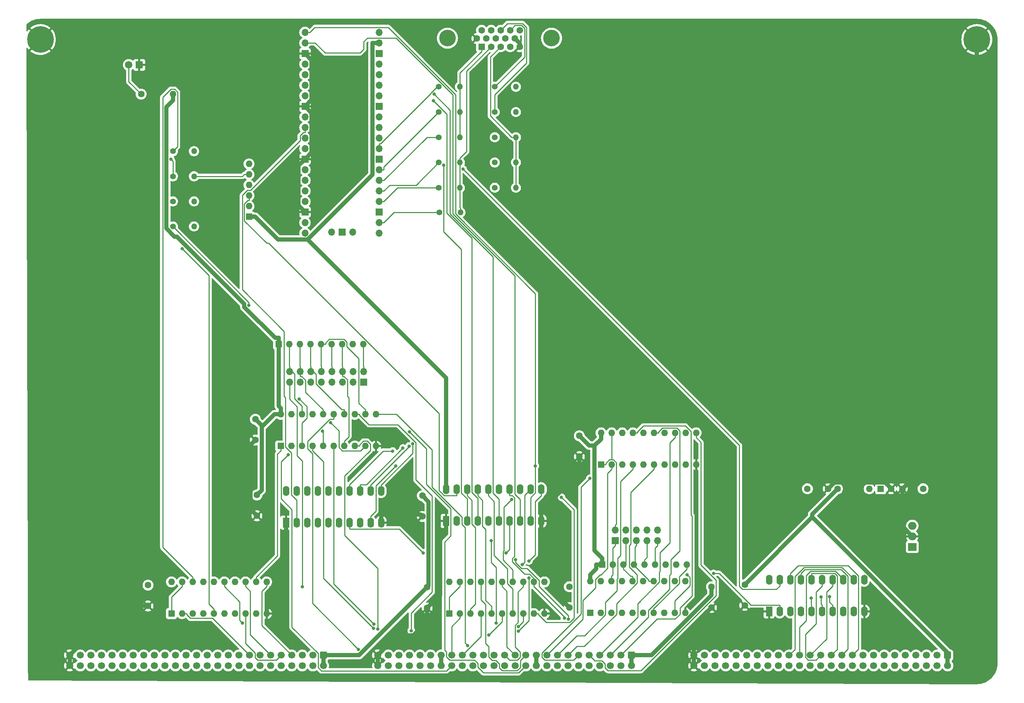
<source format=gbr>
%TF.GenerationSoftware,KiCad,Pcbnew,7.0.1*%
%TF.CreationDate,2024-12-08T14:30:22-06:00*%
%TF.ProjectId,input-output.MappedVideo,696e7075-742d-46f7-9574-7075742e4d61,V0.8*%
%TF.SameCoordinates,Original*%
%TF.FileFunction,Copper,L2,Bot*%
%TF.FilePolarity,Positive*%
%FSLAX46Y46*%
G04 Gerber Fmt 4.6, Leading zero omitted, Abs format (unit mm)*
G04 Created by KiCad (PCBNEW 7.0.1) date 2024-12-08 14:30:22*
%MOMM*%
%LPD*%
G01*
G04 APERTURE LIST*
G04 Aperture macros list*
%AMRoundRect*
0 Rectangle with rounded corners*
0 $1 Rounding radius*
0 $2 $3 $4 $5 $6 $7 $8 $9 X,Y pos of 4 corners*
0 Add a 4 corners polygon primitive as box body*
4,1,4,$2,$3,$4,$5,$6,$7,$8,$9,$2,$3,0*
0 Add four circle primitives for the rounded corners*
1,1,$1+$1,$2,$3*
1,1,$1+$1,$4,$5*
1,1,$1+$1,$6,$7*
1,1,$1+$1,$8,$9*
0 Add four rect primitives between the rounded corners*
20,1,$1+$1,$2,$3,$4,$5,0*
20,1,$1+$1,$4,$5,$6,$7,0*
20,1,$1+$1,$6,$7,$8,$9,0*
20,1,$1+$1,$8,$9,$2,$3,0*%
G04 Aperture macros list end*
%TA.AperFunction,ComponentPad*%
%ADD10C,1.600000*%
%TD*%
%TA.AperFunction,ComponentPad*%
%ADD11R,1.600000X1.600000*%
%TD*%
%TA.AperFunction,ComponentPad*%
%ADD12O,1.600000X1.600000*%
%TD*%
%TA.AperFunction,ComponentPad*%
%ADD13R,2.000000X1.905000*%
%TD*%
%TA.AperFunction,ComponentPad*%
%ADD14O,2.000000X1.905000*%
%TD*%
%TA.AperFunction,ComponentPad*%
%ADD15R,1.600000X2.400000*%
%TD*%
%TA.AperFunction,ComponentPad*%
%ADD16O,1.600000X2.400000*%
%TD*%
%TA.AperFunction,ComponentPad*%
%ADD17O,1.700000X1.700000*%
%TD*%
%TA.AperFunction,ComponentPad*%
%ADD18R,1.700000X1.700000*%
%TD*%
%TA.AperFunction,ComponentPad*%
%ADD19C,1.400000*%
%TD*%
%TA.AperFunction,ComponentPad*%
%ADD20O,1.400000X1.400000*%
%TD*%
%TA.AperFunction,ComponentPad*%
%ADD21C,4.000000*%
%TD*%
%TA.AperFunction,ComponentPad*%
%ADD22C,6.400000*%
%TD*%
%TA.AperFunction,ComponentPad*%
%ADD23RoundRect,0.250000X-0.600000X0.600000X-0.600000X-0.600000X0.600000X-0.600000X0.600000X0.600000X0*%
%TD*%
%TA.AperFunction,ComponentPad*%
%ADD24C,1.700000*%
%TD*%
%TA.AperFunction,ComponentPad*%
%ADD25R,1.800000X1.800000*%
%TD*%
%TA.AperFunction,ComponentPad*%
%ADD26C,1.800000*%
%TD*%
%TA.AperFunction,ViaPad*%
%ADD27C,0.800000*%
%TD*%
%TA.AperFunction,Conductor*%
%ADD28C,0.250000*%
%TD*%
%TA.AperFunction,Conductor*%
%ADD29C,1.000000*%
%TD*%
G04 APERTURE END LIST*
D10*
%TO.P,C12,2*%
%TO.N,GND*%
X65861000Y-211164000D03*
%TO.P,C12,1*%
%TO.N,VCC*%
X65861000Y-206164000D03*
%TD*%
D11*
%TO.P,U8,1,G*%
%TO.N,~{bMREQ}*%
X97738000Y-172723000D03*
D12*
%TO.P,U8,2,P0*%
%TO.N,A16*%
X100278000Y-172723000D03*
%TO.P,U8,3,R0*%
%TO.N,Net-(J2-Pin_2)*%
X102818000Y-172723000D03*
%TO.P,U8,4,P1*%
%TO.N,A17*%
X105358000Y-172723000D03*
%TO.P,U8,5,R1*%
%TO.N,Net-(J2-Pin_4)*%
X107898000Y-172723000D03*
%TO.P,U8,6,P2*%
%TO.N,A18*%
X110438000Y-172723000D03*
%TO.P,U8,7,R2*%
%TO.N,Net-(J2-Pin_6)*%
X112978000Y-172723000D03*
%TO.P,U8,8,P3*%
%TO.N,A19*%
X115518000Y-172723000D03*
%TO.P,U8,9,R3*%
%TO.N,Net-(J2-Pin_8)*%
X118058000Y-172723000D03*
%TO.P,U8,10,GND*%
%TO.N,GND*%
X120598000Y-172723000D03*
%TO.P,U8,11,P4*%
%TO.N,A20*%
X120598000Y-165103000D03*
%TO.P,U8,12,R4*%
%TO.N,Net-(J2-Pin_10)*%
X118058000Y-165103000D03*
%TO.P,U8,13,P5*%
%TO.N,A21*%
X115518000Y-165103000D03*
%TO.P,U8,14,R5*%
%TO.N,Net-(J2-Pin_12)*%
X112978000Y-165103000D03*
%TO.P,U8,15,P6*%
%TO.N,A22*%
X110438000Y-165103000D03*
%TO.P,U8,16,R6*%
%TO.N,Net-(J2-Pin_14)*%
X107898000Y-165103000D03*
%TO.P,U8,17,P7*%
%TO.N,A23*%
X105358000Y-165103000D03*
%TO.P,U8,18,R7*%
%TO.N,Net-(J2-Pin_16)*%
X102818000Y-165103000D03*
%TO.P,U8,19,P=R*%
%TO.N,~{BANK_SEL}*%
X100278000Y-165103000D03*
%TO.P,U8,20,VCC*%
%TO.N,VCC*%
X97738000Y-165103000D03*
%TD*%
D13*
%TO.P,U6,1,VI*%
%TO.N,Net-(#FLG07-pwr)*%
X249503000Y-196980000D03*
D14*
%TO.P,U6,2,GND*%
%TO.N,GND*%
X249503000Y-194440000D03*
%TO.P,U6,3,VO*%
%TO.N,+3.3V*%
X249503000Y-191900000D03*
%TD*%
D15*
%TO.P,U5,1,A->B*%
%TO.N,GND*%
X99008000Y-191138000D03*
D16*
%TO.P,U5,2,A0*%
%TO.N,V_DA7*%
X101548000Y-191138000D03*
%TO.P,U5,3,A1*%
%TO.N,V_DA6*%
X104088000Y-191138000D03*
%TO.P,U5,4,A2*%
%TO.N,V_DA5*%
X106628000Y-191138000D03*
%TO.P,U5,5,A3*%
%TO.N,V_DA4*%
X109168000Y-191138000D03*
%TO.P,U5,6,A4*%
%TO.N,V_DA3*%
X111708000Y-191138000D03*
%TO.P,U5,7,A5*%
%TO.N,V_DA2*%
X114248000Y-191138000D03*
%TO.P,U5,8,A6*%
%TO.N,V_DA1*%
X116788000Y-191138000D03*
%TO.P,U5,9,A7*%
%TO.N,V_DA0*%
X119328000Y-191138000D03*
%TO.P,U5,10,GND*%
%TO.N,GND*%
X121868000Y-191138000D03*
%TO.P,U5,11,B7*%
%TO.N,bA8*%
X121868000Y-183518000D03*
%TO.P,U5,12,B6*%
%TO.N,bA9*%
X119328000Y-183518000D03*
%TO.P,U5,13,B5*%
%TO.N,bA10*%
X116788000Y-183518000D03*
%TO.P,U5,14,B4*%
%TO.N,bA11*%
X114248000Y-183518000D03*
%TO.P,U5,15,B3*%
%TO.N,bA12*%
X111708000Y-183518000D03*
%TO.P,U5,16,B2*%
%TO.N,bA13*%
X109168000Y-183518000D03*
%TO.P,U5,17,B1*%
%TO.N,bA14*%
X106628000Y-183518000D03*
%TO.P,U5,18,B0*%
%TO.N,bA15*%
X104088000Y-183518000D03*
%TO.P,U5,19,CE*%
%TO.N,VADDR_HIGH*%
X101548000Y-183518000D03*
%TO.P,U5,20,VCC*%
%TO.N,+3.3V*%
X99008000Y-183518000D03*
%TD*%
D15*
%TO.P,U4,1,A->B*%
%TO.N,GND*%
X137489000Y-190757000D03*
D16*
%TO.P,U4,2,A0*%
%TO.N,V_DA7*%
X140029000Y-190757000D03*
%TO.P,U4,3,A1*%
%TO.N,V_DA6*%
X142569000Y-190757000D03*
%TO.P,U4,4,A2*%
%TO.N,V_DA5*%
X145109000Y-190757000D03*
%TO.P,U4,5,A3*%
%TO.N,V_DA4*%
X147649000Y-190757000D03*
%TO.P,U4,6,A4*%
%TO.N,V_DA3*%
X150189000Y-190757000D03*
%TO.P,U4,7,A5*%
%TO.N,V_DA2*%
X152729000Y-190757000D03*
%TO.P,U4,8,A6*%
%TO.N,V_DA1*%
X155269000Y-190757000D03*
%TO.P,U4,9,A7*%
%TO.N,V_DA0*%
X157809000Y-190757000D03*
%TO.P,U4,10,GND*%
%TO.N,GND*%
X160349000Y-190757000D03*
%TO.P,U4,11,B7*%
%TO.N,bA0*%
X160349000Y-183137000D03*
%TO.P,U4,12,B6*%
%TO.N,bA1*%
X157809000Y-183137000D03*
%TO.P,U4,13,B5*%
%TO.N,bA2*%
X155269000Y-183137000D03*
%TO.P,U4,14,B4*%
%TO.N,bA3*%
X152729000Y-183137000D03*
%TO.P,U4,15,B3*%
%TO.N,bA4*%
X150189000Y-183137000D03*
%TO.P,U4,16,B2*%
%TO.N,bA5*%
X147649000Y-183137000D03*
%TO.P,U4,17,B1*%
%TO.N,bA6*%
X145109000Y-183137000D03*
%TO.P,U4,18,B0*%
%TO.N,bA7*%
X142569000Y-183137000D03*
%TO.P,U4,19,CE*%
%TO.N,VADDR_LOW*%
X140029000Y-183137000D03*
%TO.P,U4,20,VCC*%
%TO.N,+3.3V*%
X137489000Y-183137000D03*
%TD*%
D17*
%TO.P,U3,1,GPIO0*%
%TO.N,V_DA0*%
X103580000Y-73282000D03*
%TO.P,U3,2,GPIO1*%
%TO.N,V_DA1*%
X103580000Y-75822000D03*
D18*
%TO.P,U3,3,GND*%
%TO.N,GND*%
X103580000Y-78362000D03*
D17*
%TO.P,U3,4,GPIO2*%
%TO.N,V_DA2*%
X103580000Y-80902000D03*
%TO.P,U3,5,GPIO3*%
%TO.N,V_DA3*%
X103580000Y-83442000D03*
%TO.P,U3,6,GPIO4*%
%TO.N,V_DA4*%
X103580000Y-85982000D03*
%TO.P,U3,7,GPIO5*%
%TO.N,V_DA5*%
X103580000Y-88522000D03*
D18*
%TO.P,U3,8,GND*%
%TO.N,GND*%
X103580000Y-91062000D03*
D17*
%TO.P,U3,9,GPIO6*%
%TO.N,V_DA6*%
X103580000Y-93602000D03*
%TO.P,U3,10,GPIO7*%
%TO.N,V_DA7*%
X103580000Y-96142000D03*
%TO.P,U3,11,GPIO8*%
%TO.N,VDSEL*%
X103580000Y-98682000D03*
%TO.P,U3,12,GPIO9*%
%TO.N,V_RW*%
X103580000Y-101222000D03*
D18*
%TO.P,U3,13,GND*%
%TO.N,GND*%
X103580000Y-103762000D03*
D17*
%TO.P,U3,14,GPIO10*%
%TO.N,~{vBANK_SEL}*%
X103580000Y-106302000D03*
%TO.P,U3,15,GPIO11*%
%TO.N,VDATA*%
X103580000Y-108842000D03*
%TO.P,U3,16,GPIO12*%
%TO.N,VADDR_LOW*%
X103580000Y-111382000D03*
%TO.P,U3,17,GPIO13*%
%TO.N,VADDR_HIGH*%
X103580000Y-113922000D03*
D18*
%TO.P,U3,18,GND*%
%TO.N,GND*%
X103580000Y-116462000D03*
D17*
%TO.P,U3,19,GPIO14*%
%TO.N,VGAB2K*%
X103580000Y-119002000D03*
%TO.P,U3,20,GPIO15*%
%TO.N,VGAB1K*%
X103580000Y-121542000D03*
%TO.P,U3,21,GPIO16*%
%TO.N,VGAB500*%
X121360000Y-121542000D03*
%TO.P,U3,22,GPIO17*%
%TO.N,VGAG2K*%
X121360000Y-119002000D03*
D18*
%TO.P,U3,23,GND*%
%TO.N,unconnected-(U3-GND-Pad23)*%
X121360000Y-116462000D03*
D17*
%TO.P,U3,24,GPIO18*%
%TO.N,VGAG1L*%
X121360000Y-113922000D03*
%TO.P,U3,25,GPIO19*%
%TO.N,VGAG500*%
X121360000Y-111382000D03*
%TO.P,U3,26,GPIO20*%
%TO.N,VGAR2K*%
X121360000Y-108842000D03*
%TO.P,U3,27,GPIO21*%
%TO.N,VGAR1K*%
X121360000Y-106302000D03*
D18*
%TO.P,U3,28,GND*%
%TO.N,unconnected-(U3-GND-Pad28)*%
X121360000Y-103762000D03*
D17*
%TO.P,U3,29,GPIO22*%
%TO.N,VGAR500*%
X121360000Y-101222000D03*
%TO.P,U3,30,RUN*%
%TO.N,unconnected-(U3-RUN-Pad30)*%
X121360000Y-98682000D03*
%TO.P,U3,31,GPIO26_ADC0*%
%TO.N,V_CLK*%
X121360000Y-96142000D03*
%TO.P,U3,32,GPIO27_ADC1*%
%TO.N,VSYNC*%
X121360000Y-93602000D03*
D18*
%TO.P,U3,33,AGND*%
%TO.N,unconnected-(U3-AGND-Pad33)*%
X121360000Y-91062000D03*
D17*
%TO.P,U3,34,GPIO28_ADC2*%
%TO.N,HSYNC*%
X121360000Y-88522000D03*
%TO.P,U3,35,ADC_VREF*%
%TO.N,unconnected-(U3-ADC_VREF-Pad35)*%
X121360000Y-85982000D03*
%TO.P,U3,36,3V3*%
%TO.N,unconnected-(U3-3V3-Pad36)*%
X121360000Y-83442000D03*
%TO.P,U3,37,3V3_EN*%
%TO.N,unconnected-(U3-3V3_EN-Pad37)*%
X121360000Y-80902000D03*
D18*
%TO.P,U3,38,GND*%
%TO.N,unconnected-(U3-GND-Pad38)*%
X121360000Y-78362000D03*
D17*
%TO.P,U3,39,VSYS*%
%TO.N,+3.3V*%
X121360000Y-75822000D03*
%TO.P,U3,40,VBUS*%
%TO.N,unconnected-(U3-VBUS-Pad40)*%
X121360000Y-73282000D03*
%TO.P,U3,41,SWCLK*%
%TO.N,unconnected-(U3-SWCLK-Pad41)*%
X109930000Y-121312000D03*
D18*
%TO.P,U3,42,GND*%
%TO.N,unconnected-(U3-GND-Pad42)*%
X112470000Y-121312000D03*
D17*
%TO.P,U3,43,SWDIO*%
%TO.N,unconnected-(U3-SWDIO-Pad43)*%
X115010000Y-121312000D03*
%TD*%
D15*
%TO.P,U2,1,A->B*%
%TO.N,GND*%
X215086000Y-212474000D03*
D16*
%TO.P,U2,2,A0*%
%TO.N,V_DA7*%
X217626000Y-212474000D03*
%TO.P,U2,3,A1*%
%TO.N,V_DA6*%
X220166000Y-212474000D03*
%TO.P,U2,4,A2*%
%TO.N,V_DA5*%
X222706000Y-212474000D03*
%TO.P,U2,5,A3*%
%TO.N,V_DA4*%
X225246000Y-212474000D03*
%TO.P,U2,6,A4*%
%TO.N,V_DA3*%
X227786000Y-212474000D03*
%TO.P,U2,7,A5*%
%TO.N,V_DA2*%
X230326000Y-212474000D03*
%TO.P,U2,8,A6*%
%TO.N,V_DA1*%
X232866000Y-212474000D03*
%TO.P,U2,9,A7*%
%TO.N,V_DA0*%
X235406000Y-212474000D03*
%TO.P,U2,10,GND*%
%TO.N,GND*%
X237946000Y-212474000D03*
%TO.P,U2,11,B7*%
%TO.N,D0*%
X237946000Y-204854000D03*
%TO.P,U2,12,B6*%
%TO.N,D1*%
X235406000Y-204854000D03*
%TO.P,U2,13,B5*%
%TO.N,D2*%
X232866000Y-204854000D03*
%TO.P,U2,14,B4*%
%TO.N,D3*%
X230326000Y-204854000D03*
%TO.P,U2,15,B3*%
%TO.N,D4*%
X227786000Y-204854000D03*
%TO.P,U2,16,B2*%
%TO.N,D5*%
X225246000Y-204854000D03*
%TO.P,U2,17,B1*%
%TO.N,D6*%
X222706000Y-204854000D03*
%TO.P,U2,18,B0*%
%TO.N,D7*%
X220166000Y-204854000D03*
%TO.P,U2,19,CE*%
%TO.N,VDATA*%
X217626000Y-204854000D03*
%TO.P,U2,20,VCC*%
%TO.N,+3.3V*%
X215086000Y-204854000D03*
%TD*%
D11*
%TO.P,U1,1,OEa*%
%TO.N,ZERO*%
X174700000Y-177168000D03*
D12*
%TO.P,U1,2,I0a*%
%TO.N,A8*%
X177240000Y-177168000D03*
%TO.P,U1,3,O3b*%
%TO.N,bA15*%
X179780000Y-177168000D03*
%TO.P,U1,4,I1a*%
%TO.N,A9*%
X182320000Y-177168000D03*
%TO.P,U1,5,O2b*%
%TO.N,bA14*%
X184860000Y-177168000D03*
%TO.P,U1,6,I2a*%
%TO.N,A10*%
X187400000Y-177168000D03*
%TO.P,U1,7,O1b*%
%TO.N,bA13*%
X189940000Y-177168000D03*
%TO.P,U1,8,I3a*%
%TO.N,A11*%
X192480000Y-177168000D03*
%TO.P,U1,9,O0b*%
%TO.N,bA12*%
X195020000Y-177168000D03*
%TO.P,U1,10,GND*%
%TO.N,GND*%
X197560000Y-177168000D03*
%TO.P,U1,11,I0b*%
%TO.N,A12*%
X197560000Y-169548000D03*
%TO.P,U1,12,O3a*%
%TO.N,bA11*%
X195020000Y-169548000D03*
%TO.P,U1,13,I1b*%
%TO.N,A13*%
X192480000Y-169548000D03*
%TO.P,U1,14,O2a*%
%TO.N,bA10*%
X189940000Y-169548000D03*
%TO.P,U1,15,I2b*%
%TO.N,A14*%
X187400000Y-169548000D03*
%TO.P,U1,16,O1a*%
%TO.N,bA9*%
X184860000Y-169548000D03*
%TO.P,U1,17,I3b*%
%TO.N,A15*%
X182320000Y-169548000D03*
%TO.P,U1,18,O0a*%
%TO.N,bA8*%
X179780000Y-169548000D03*
%TO.P,U1,19,OEb*%
%TO.N,ZERO*%
X177240000Y-169548000D03*
%TO.P,U1,20,VCC*%
%TO.N,VCC*%
X174700000Y-169548000D03*
%TD*%
D11*
%TO.P,RN3,1,common*%
%TO.N,VCC*%
X97230000Y-148212000D03*
D12*
%TO.P,RN3,2,R1*%
%TO.N,Net-(J2-Pin_16)*%
X99770000Y-148212000D03*
%TO.P,RN3,3,R2*%
%TO.N,Net-(J2-Pin_14)*%
X102310000Y-148212000D03*
%TO.P,RN3,4,R3*%
%TO.N,Net-(J2-Pin_12)*%
X104850000Y-148212000D03*
%TO.P,RN3,5,R4*%
%TO.N,Net-(J2-Pin_10)*%
X107390000Y-148212000D03*
%TO.P,RN3,6,R5*%
%TO.N,Net-(J2-Pin_8)*%
X109930000Y-148212000D03*
%TO.P,RN3,7,R6*%
%TO.N,Net-(J2-Pin_6)*%
X112470000Y-148212000D03*
%TO.P,RN3,8,R7*%
%TO.N,Net-(J2-Pin_4)*%
X115010000Y-148212000D03*
%TO.P,RN3,9,R8*%
%TO.N,Net-(J2-Pin_2)*%
X117550000Y-148212000D03*
%TD*%
D11*
%TO.P,RN2,1,common*%
%TO.N,+3.3V*%
X90118000Y-117605000D03*
D12*
%TO.P,RN2,2,R1*%
%TO.N,VADDR_HIGH*%
X90118000Y-115065000D03*
%TO.P,RN2,3,R2*%
%TO.N,VADDR_LOW*%
X90118000Y-112525000D03*
%TO.P,RN2,4,R3*%
%TO.N,VDATA*%
X90118000Y-109985000D03*
%TO.P,RN2,5,R4*%
%TO.N,VDSEL*%
X90118000Y-107445000D03*
%TO.P,RN2,6,R5*%
%TO.N,~{vBANK_SEL}*%
X90118000Y-104905000D03*
%TD*%
D19*
%TO.P,R16,1*%
%TO.N,~{BANK_SEL}*%
X71830000Y-119937100D03*
D20*
%TO.P,R16,2*%
%TO.N,~{vBANK_SEL}*%
X76910000Y-119937100D03*
%TD*%
D19*
%TO.P,R15,1*%
%TO.N,Net-(J1-Pad14)*%
X149173000Y-86363000D03*
D20*
%TO.P,R15,2*%
%TO.N,VSYNC*%
X154253000Y-86363000D03*
%TD*%
D19*
%TO.P,R14,1*%
%TO.N,Net-(J1-Pad13)*%
X149173000Y-92427200D03*
D20*
%TO.P,R14,2*%
%TO.N,HSYNC*%
X154253000Y-92427200D03*
%TD*%
D19*
%TO.P,R13,1*%
%TO.N,VGAB2K*%
X149173000Y-98491500D03*
D20*
%TO.P,R13,2*%
%TO.N,Net-(J1-Pad3)*%
X154253000Y-98491500D03*
%TD*%
D19*
%TO.P,R12,1*%
%TO.N,VGAB1K*%
X149173000Y-104555700D03*
D20*
%TO.P,R12,2*%
%TO.N,Net-(J1-Pad3)*%
X154253000Y-104555700D03*
%TD*%
%TO.P,R11,2*%
%TO.N,Net-(J1-Pad3)*%
X154253000Y-110620000D03*
D19*
%TO.P,R11,1*%
%TO.N,VGAB500*%
X149173000Y-110620000D03*
%TD*%
%TO.P,R10,1*%
%TO.N,VGAG2K*%
X135838000Y-116589000D03*
D20*
%TO.P,R10,2*%
%TO.N,Net-(J1-Pad2)*%
X140918000Y-116589000D03*
%TD*%
D19*
%TO.P,R9,1*%
%TO.N,VGAG1L*%
X135711000Y-110620000D03*
D20*
%TO.P,R9,2*%
%TO.N,Net-(J1-Pad2)*%
X140791000Y-110620000D03*
%TD*%
D19*
%TO.P,R8,1*%
%TO.N,VGAG500*%
X135711000Y-104555700D03*
D20*
%TO.P,R8,2*%
%TO.N,Net-(J1-Pad2)*%
X140791000Y-104555700D03*
%TD*%
D19*
%TO.P,R7,1*%
%TO.N,VGAR2K*%
X135711000Y-98491500D03*
D20*
%TO.P,R7,2*%
%TO.N,Net-(J1-Pad1)*%
X140791000Y-98491500D03*
%TD*%
D19*
%TO.P,R6,1*%
%TO.N,VGAR1K*%
X135711000Y-92427200D03*
D20*
%TO.P,R6,2*%
%TO.N,Net-(J1-Pad1)*%
X140791000Y-92427200D03*
%TD*%
D19*
%TO.P,R5,1*%
%TO.N,VGAR500*%
X135711000Y-86363000D03*
D20*
%TO.P,R5,2*%
%TO.N,Net-(J1-Pad1)*%
X140791000Y-86363000D03*
%TD*%
D19*
%TO.P,R4,1*%
%TO.N,bCLK*%
X71830000Y-101857000D03*
D20*
%TO.P,R4,2*%
%TO.N,V_CLK*%
X76910000Y-101857000D03*
%TD*%
%TO.P,R3,2*%
%TO.N,VDSEL*%
X76910000Y-107883700D03*
D19*
%TO.P,R3,1*%
%TO.N,~{CS_VIDEO}*%
X71830000Y-107883700D03*
%TD*%
D20*
%TO.P,R2,2*%
%TO.N,V_RW*%
X76910000Y-113910400D03*
D19*
%TO.P,R2,1*%
%TO.N,~{bWR}*%
X71830000Y-113910400D03*
%TD*%
D18*
%TO.P,J2,1,Pin_1*%
%TO.N,ZERO*%
X117677000Y-157356000D03*
D17*
%TO.P,J2,2,Pin_2*%
%TO.N,Net-(J2-Pin_2)*%
X117677000Y-154816000D03*
%TO.P,J2,3,Pin_3*%
%TO.N,ZERO*%
X115137000Y-157356000D03*
%TO.P,J2,4,Pin_4*%
%TO.N,Net-(J2-Pin_4)*%
X115137000Y-154816000D03*
%TO.P,J2,5,Pin_5*%
%TO.N,ZERO*%
X112597000Y-157356000D03*
%TO.P,J2,6,Pin_6*%
%TO.N,Net-(J2-Pin_6)*%
X112597000Y-154816000D03*
%TO.P,J2,7,Pin_7*%
%TO.N,ZERO*%
X110057000Y-157356000D03*
%TO.P,J2,8,Pin_8*%
%TO.N,Net-(J2-Pin_8)*%
X110057000Y-154816000D03*
%TO.P,J2,9,Pin_9*%
%TO.N,ZERO*%
X107517000Y-157356000D03*
%TO.P,J2,10,Pin_10*%
%TO.N,Net-(J2-Pin_10)*%
X107517000Y-154816000D03*
%TO.P,J2,11,Pin_11*%
%TO.N,ZERO*%
X104977000Y-157356000D03*
%TO.P,J2,12,Pin_12*%
%TO.N,Net-(J2-Pin_12)*%
X104977000Y-154816000D03*
%TO.P,J2,13,Pin_13*%
%TO.N,ZERO*%
X102437000Y-157356000D03*
%TO.P,J2,14,Pin_14*%
%TO.N,Net-(J2-Pin_14)*%
X102437000Y-154816000D03*
%TO.P,J2,15,Pin_15*%
%TO.N,ZERO*%
X99897000Y-157356000D03*
%TO.P,J2,16,Pin_16*%
%TO.N,Net-(J2-Pin_16)*%
X99897000Y-154816000D03*
%TD*%
D21*
%TO.P,J1,0*%
%TO.N,N/C*%
X137813000Y-74684000D03*
X162813000Y-74684000D03*
D11*
%TO.P,J1,1*%
%TO.N,Net-(J1-Pad1)*%
X145998000Y-76734000D03*
D10*
%TO.P,J1,2*%
%TO.N,Net-(J1-Pad2)*%
X148288000Y-76734000D03*
%TO.P,J1,3*%
%TO.N,Net-(J1-Pad3)*%
X150578000Y-76734000D03*
%TO.P,J1,4*%
%TO.N,unconnected-(J1-Pad4)*%
X152868000Y-76734000D03*
%TO.P,J1,5*%
%TO.N,GND*%
X155158000Y-76734000D03*
%TO.P,J1,6*%
X144853000Y-74754000D03*
%TO.P,J1,7*%
X147143000Y-74754000D03*
%TO.P,J1,8*%
X149433000Y-74754000D03*
%TO.P,J1,9*%
%TO.N,unconnected-(J1-Pad9)*%
X151723000Y-74754000D03*
%TO.P,J1,10*%
%TO.N,GND*%
X154013000Y-74754000D03*
%TO.P,J1,11*%
%TO.N,unconnected-(J1-Pad11)*%
X145998000Y-72774000D03*
%TO.P,J1,12*%
%TO.N,unconnected-(J1-Pad12)*%
X148288000Y-72774000D03*
%TO.P,J1,13*%
%TO.N,Net-(J1-Pad13)*%
X150578000Y-72774000D03*
%TO.P,J1,14*%
%TO.N,Net-(J1-Pad14)*%
X152868000Y-72774000D03*
%TO.P,J1,15*%
%TO.N,unconnected-(J1-Pad15)*%
X155158000Y-72774000D03*
%TD*%
D22*
%TO.P,H2,1,1*%
%TO.N,GND*%
X265000000Y-75000000D03*
%TD*%
%TO.P,H1,1,1*%
%TO.N,GND*%
X40000000Y-75000000D03*
%TD*%
D23*
%TO.P,P2,1,Pin_1*%
%TO.N,VCC*%
X182000000Y-223000000D03*
D24*
%TO.P,P2,2,Pin_2*%
X182000000Y-225540000D03*
%TO.P,P2,3,Pin_3*%
%TO.N,A15*%
X179460000Y-223000000D03*
%TO.P,P2,4,Pin_4*%
%TO.N,/bus/A31*%
X179460000Y-225540000D03*
%TO.P,P2,5,Pin_5*%
%TO.N,A14*%
X176920000Y-223000000D03*
%TO.P,P2,6,Pin_6*%
%TO.N,/bus/A30*%
X176920000Y-225540000D03*
%TO.P,P2,7,Pin_7*%
%TO.N,A13*%
X174380000Y-223000000D03*
%TO.P,P2,8,Pin_8*%
%TO.N,/bus/A29*%
X174380000Y-225540000D03*
%TO.P,P2,9,Pin_9*%
%TO.N,A12*%
X171840000Y-223000000D03*
%TO.P,P2,10,Pin_10*%
%TO.N,/bus/A28*%
X171840000Y-225540000D03*
%TO.P,P2,11,Pin_11*%
%TO.N,A11*%
X169300000Y-223000000D03*
%TO.P,P2,12,Pin_12*%
%TO.N,/bus/A27*%
X169300000Y-225540000D03*
%TO.P,P2,13,Pin_13*%
%TO.N,A10*%
X166760000Y-223000000D03*
%TO.P,P2,14,Pin_14*%
%TO.N,/bus/A26*%
X166760000Y-225540000D03*
%TO.P,P2,15,Pin_15*%
%TO.N,A9*%
X164220000Y-223000000D03*
%TO.P,P2,16,Pin_16*%
%TO.N,/bus/A25*%
X164220000Y-225540000D03*
%TO.P,P2,17,Pin_17*%
%TO.N,A8*%
X161680000Y-223000000D03*
%TO.P,P2,18,Pin_18*%
%TO.N,/bus/A24*%
X161680000Y-225540000D03*
%TO.P,P2,19,Pin_19*%
%TO.N,+12V*%
X159140000Y-223000000D03*
%TO.P,P2,20,Pin_20*%
X159140000Y-225540000D03*
%TO.P,P2,21,Pin_21*%
%TO.N,A7*%
X156600000Y-223000000D03*
%TO.P,P2,22,Pin_22*%
%TO.N,A23*%
X156600000Y-225540000D03*
%TO.P,P2,23,Pin_23*%
%TO.N,A6*%
X154060000Y-223000000D03*
%TO.P,P2,24,Pin_24*%
%TO.N,A22*%
X154060000Y-225540000D03*
%TO.P,P2,25,Pin_25*%
%TO.N,A5*%
X151520000Y-223000000D03*
%TO.P,P2,26,Pin_26*%
%TO.N,A21*%
X151520000Y-225540000D03*
%TO.P,P2,27,Pin_27*%
%TO.N,A4*%
X148980000Y-223000000D03*
%TO.P,P2,28,Pin_28*%
%TO.N,A20*%
X148980000Y-225540000D03*
%TO.P,P2,29,Pin_29*%
%TO.N,A3*%
X146440000Y-223000000D03*
%TO.P,P2,30,Pin_30*%
%TO.N,A19*%
X146440000Y-225540000D03*
%TO.P,P2,31,Pin_31*%
%TO.N,A2*%
X143900000Y-223000000D03*
%TO.P,P2,32,Pin_32*%
%TO.N,A18*%
X143900000Y-225540000D03*
%TO.P,P2,33,Pin_33*%
%TO.N,A1*%
X141360000Y-223000000D03*
%TO.P,P2,34,Pin_34*%
%TO.N,A17*%
X141360000Y-225540000D03*
%TO.P,P2,35,Pin_35*%
%TO.N,A0*%
X138820000Y-223000000D03*
%TO.P,P2,36,Pin_36*%
%TO.N,A16*%
X138820000Y-225540000D03*
%TO.P,P2,37,Pin_37*%
%TO.N,-12V*%
X136280000Y-223000000D03*
%TO.P,P2,38,Pin_38*%
X136280000Y-225540000D03*
%TO.P,P2,39,Pin_39*%
%TO.N,/bus/IC3*%
X133740000Y-223000000D03*
%TO.P,P2,40,Pin_40*%
%TO.N,/bus/~{TEND1}*%
X133740000Y-225540000D03*
%TO.P,P2,41,Pin_41*%
%TO.N,/bus/IC2*%
X131200000Y-223000000D03*
%TO.P,P2,42,Pin_42*%
%TO.N,/bus/~{DREQ1}*%
X131200000Y-225540000D03*
%TO.P,P2,43,Pin_43*%
%TO.N,/bus/IC1*%
X128660000Y-223000000D03*
%TO.P,P2,44,Pin_44*%
%TO.N,/bus/~{TEND0}*%
X128660000Y-225540000D03*
%TO.P,P2,45,Pin_45*%
%TO.N,/bus/IC0*%
X126120000Y-223000000D03*
%TO.P,P2,46,Pin_46*%
%TO.N,/bus/~{DREQ0}*%
X126120000Y-225540000D03*
%TO.P,P2,47,Pin_47*%
%TO.N,/bus/AUXCLK1*%
X123580000Y-223000000D03*
%TO.P,P2,48,Pin_48*%
%TO.N,/bus/AUXCLK0*%
X123580000Y-225540000D03*
%TO.P,P2,49,Pin_49*%
%TO.N,GND*%
X121040000Y-223000000D03*
%TO.P,P2,50,Pin_50*%
X121040000Y-225540000D03*
%TD*%
D23*
%TO.P,P3,1,Pin_1*%
%TO.N,VCC*%
X258000000Y-223000000D03*
D24*
%TO.P,P3,2,Pin_2*%
X258000000Y-225540000D03*
%TO.P,P3,3,Pin_3*%
%TO.N,/bus/D15*%
X255460000Y-223000000D03*
%TO.P,P3,4,Pin_4*%
%TO.N,/bus/D31*%
X255460000Y-225540000D03*
%TO.P,P3,5,Pin_5*%
%TO.N,/bus/D14*%
X252920000Y-223000000D03*
%TO.P,P3,6,Pin_6*%
%TO.N,/bus/D30*%
X252920000Y-225540000D03*
%TO.P,P3,7,Pin_7*%
%TO.N,/bus/D13*%
X250380000Y-223000000D03*
%TO.P,P3,8,Pin_8*%
%TO.N,/bus/D29*%
X250380000Y-225540000D03*
%TO.P,P3,9,Pin_9*%
%TO.N,/bus/D12*%
X247840000Y-223000000D03*
%TO.P,P3,10,Pin_10*%
%TO.N,/bus/D28*%
X247840000Y-225540000D03*
%TO.P,P3,11,Pin_11*%
%TO.N,/bus/D11*%
X245300000Y-223000000D03*
%TO.P,P3,12,Pin_12*%
%TO.N,/bus/D27*%
X245300000Y-225540000D03*
%TO.P,P3,13,Pin_13*%
%TO.N,/bus/D10*%
X242760000Y-223000000D03*
%TO.P,P3,14,Pin_14*%
%TO.N,/bus/D26*%
X242760000Y-225540000D03*
%TO.P,P3,15,Pin_15*%
%TO.N,/bus/D9*%
X240220000Y-223000000D03*
%TO.P,P3,16,Pin_16*%
%TO.N,/bus/D25*%
X240220000Y-225540000D03*
%TO.P,P3,17,Pin_17*%
%TO.N,/bus/D8*%
X237680000Y-223000000D03*
%TO.P,P3,18,Pin_18*%
%TO.N,/bus/D24*%
X237680000Y-225540000D03*
%TO.P,P3,19,Pin_19*%
%TO.N,D7*%
X235140000Y-223000000D03*
%TO.P,P3,20,Pin_20*%
%TO.N,/bus/D23*%
X235140000Y-225540000D03*
%TO.P,P3,21,Pin_21*%
%TO.N,D6*%
X232600000Y-223000000D03*
%TO.P,P3,22,Pin_22*%
%TO.N,/bus/D22*%
X232600000Y-225540000D03*
%TO.P,P3,23,Pin_23*%
%TO.N,D5*%
X230060000Y-223000000D03*
%TO.P,P3,24,Pin_24*%
%TO.N,/bus/D21*%
X230060000Y-225540000D03*
%TO.P,P3,25,Pin_25*%
%TO.N,D4*%
X227520000Y-223000000D03*
%TO.P,P3,26,Pin_26*%
%TO.N,/bus/D20*%
X227520000Y-225540000D03*
%TO.P,P3,27,Pin_27*%
%TO.N,D3*%
X224980000Y-223000000D03*
%TO.P,P3,28,Pin_28*%
%TO.N,/bus/D19*%
X224980000Y-225540000D03*
%TO.P,P3,29,Pin_29*%
%TO.N,D2*%
X222440000Y-223000000D03*
%TO.P,P3,30,Pin_30*%
%TO.N,/bus/D18*%
X222440000Y-225540000D03*
%TO.P,P3,31,Pin_31*%
%TO.N,D1*%
X219900000Y-223000000D03*
%TO.P,P3,32,Pin_32*%
%TO.N,/bus/D17*%
X219900000Y-225540000D03*
%TO.P,P3,33,Pin_33*%
%TO.N,D0*%
X217360000Y-223000000D03*
%TO.P,P3,34,Pin_34*%
%TO.N,/bus/D16*%
X217360000Y-225540000D03*
%TO.P,P3,35,Pin_35*%
%TO.N,/bus/~{BUSERR}*%
X214820000Y-223000000D03*
%TO.P,P3,36,Pin_36*%
%TO.N,/bus/UDS*%
X214820000Y-225540000D03*
%TO.P,P3,37,Pin_37*%
%TO.N,/bus/~{VPA}*%
X212280000Y-223000000D03*
%TO.P,P3,38,Pin_38*%
%TO.N,/bus/LDS*%
X212280000Y-225540000D03*
%TO.P,P3,39,Pin_39*%
%TO.N,/bus/~{VMA}*%
X209740000Y-223000000D03*
%TO.P,P3,40,Pin_40*%
%TO.N,/bus/S2*%
X209740000Y-225540000D03*
%TO.P,P3,41,Pin_41*%
%TO.N,/bus/~{BHE}*%
X207200000Y-223000000D03*
%TO.P,P3,42,Pin_42*%
%TO.N,/bus/S1*%
X207200000Y-225540000D03*
%TO.P,P3,43,Pin_43*%
%TO.N,/bus/IPL2*%
X204660000Y-223000000D03*
%TO.P,P3,44,Pin_44*%
%TO.N,/bus/S0*%
X204660000Y-225540000D03*
%TO.P,P3,45,Pin_45*%
%TO.N,/bus/IPL1*%
X202120000Y-223000000D03*
%TO.P,P3,46,Pin_46*%
%TO.N,/bus/AUXCLK3*%
X202120000Y-225540000D03*
%TO.P,P3,47,Pin_47*%
%TO.N,/bus/IPL0*%
X199580000Y-223000000D03*
%TO.P,P3,48,Pin_48*%
%TO.N,/bus/AUXCLK2*%
X199580000Y-225540000D03*
%TO.P,P3,49,Pin_49*%
%TO.N,GND*%
X197040000Y-223000000D03*
%TO.P,P3,50,Pin_50*%
X197040000Y-225540000D03*
%TD*%
D23*
%TO.P,P1,1,Pin_1*%
%TO.N,VCC*%
X108000000Y-223000000D03*
D24*
%TO.P,P1,2,Pin_2*%
X108000000Y-225540000D03*
%TO.P,P1,3,Pin_3*%
%TO.N,/bus/~{RD}*%
X105460000Y-223000000D03*
%TO.P,P1,4,Pin_4*%
%TO.N,/bus/E*%
X105460000Y-225540000D03*
%TO.P,P1,5,Pin_5*%
%TO.N,~{WR}*%
X102920000Y-223000000D03*
%TO.P,P1,6,Pin_6*%
%TO.N,/bus/ST*%
X102920000Y-225540000D03*
%TO.P,P1,7,Pin_7*%
%TO.N,~{IORQ}*%
X100380000Y-223000000D03*
%TO.P,P1,8,Pin_8*%
%TO.N,/bus/PHI*%
X100380000Y-225540000D03*
%TO.P,P1,9,Pin_9*%
%TO.N,~{MREQ}*%
X97840000Y-223000000D03*
%TO.P,P1,10,Pin_10*%
%TO.N,/bus/~{INT2}*%
X97840000Y-225540000D03*
%TO.P,P1,11,Pin_11*%
%TO.N,~{M1}*%
X95300000Y-223000000D03*
%TO.P,P1,12,Pin_12*%
%TO.N,/bus/~{INT1}*%
X95300000Y-225540000D03*
%TO.P,P1,13,Pin_13*%
%TO.N,/bus/~{BUSACK}*%
X92760000Y-223000000D03*
%TO.P,P1,14,Pin_14*%
%TO.N,/bus/CRUCLK*%
X92760000Y-225540000D03*
%TO.P,P1,15,Pin_15*%
%TO.N,CLK*%
X90220000Y-223000000D03*
%TO.P,P1,16,Pin_16*%
%TO.N,/bus/CRUOUT*%
X90220000Y-225540000D03*
%TO.P,P1,17,Pin_17*%
%TO.N,/bus/~{INT0}*%
X87680000Y-223000000D03*
%TO.P,P1,18,Pin_18*%
%TO.N,/bus/CRUIN*%
X87680000Y-225540000D03*
%TO.P,P1,19,Pin_19*%
%TO.N,/bus/~{NMI}*%
X85140000Y-223000000D03*
%TO.P,P1,20,Pin_20*%
%TO.N,/bus/~{RES_IN}*%
X85140000Y-225540000D03*
%TO.P,P1,21,Pin_21*%
%TO.N,/bus/~{RES_OUT}*%
X82600000Y-223000000D03*
%TO.P,P1,22,Pin_22*%
%TO.N,/bus/USER8*%
X82600000Y-225540000D03*
%TO.P,P1,23,Pin_23*%
%TO.N,/bus/~{BUSRQ}*%
X80060000Y-223000000D03*
%TO.P,P1,24,Pin_24*%
%TO.N,/bus/USER7*%
X80060000Y-225540000D03*
%TO.P,P1,25,Pin_25*%
%TO.N,/bus/~{WAIT}*%
X77520000Y-223000000D03*
%TO.P,P1,26,Pin_26*%
%TO.N,/bus/USER6*%
X77520000Y-225540000D03*
%TO.P,P1,27,Pin_27*%
%TO.N,/bus/~{HALT}*%
X74980000Y-223000000D03*
%TO.P,P1,28,Pin_28*%
%TO.N,/bus/USER5*%
X74980000Y-225540000D03*
%TO.P,P1,29,Pin_29*%
%TO.N,/bus/~{RFSH}*%
X72440000Y-223000000D03*
%TO.P,P1,30,Pin_30*%
%TO.N,/bus/USER4*%
X72440000Y-225540000D03*
%TO.P,P1,31,Pin_31*%
%TO.N,/bus/~{EIRQ7}*%
X69900000Y-223000000D03*
%TO.P,P1,32,Pin_32*%
%TO.N,/bus/USER3*%
X69900000Y-225540000D03*
%TO.P,P1,33,Pin_33*%
%TO.N,/bus/~{EIRQ6}*%
X67360000Y-223000000D03*
%TO.P,P1,34,Pin_34*%
%TO.N,/bus/USER2*%
X67360000Y-225540000D03*
%TO.P,P1,35,Pin_35*%
%TO.N,/bus/~{EIRQ5}*%
X64820000Y-223000000D03*
%TO.P,P1,36,Pin_36*%
%TO.N,/bus/USER1*%
X64820000Y-225540000D03*
%TO.P,P1,37,Pin_37*%
%TO.N,/bus/~{EIRQ4}*%
X62280000Y-223000000D03*
%TO.P,P1,38,Pin_38*%
%TO.N,/bus/USER0*%
X62280000Y-225540000D03*
%TO.P,P1,39,Pin_39*%
%TO.N,/bus/~{EIRQ3}*%
X59740000Y-223000000D03*
%TO.P,P1,40,Pin_40*%
%TO.N,/bus/~{BAI}*%
X59740000Y-225540000D03*
%TO.P,P1,41,Pin_41*%
%TO.N,/bus/~{EIRQ2}*%
X57200000Y-223000000D03*
%TO.P,P1,42,Pin_42*%
%TO.N,/bus/~{BAI}*%
X57200000Y-225540000D03*
%TO.P,P1,43,Pin_43*%
%TO.N,/bus/~{EIRQ1}*%
X54660000Y-223000000D03*
%TO.P,P1,44,Pin_44*%
%TO.N,/bus/~{IEI}*%
X54660000Y-225540000D03*
%TO.P,P1,45,Pin_45*%
%TO.N,/bus/~{EIRQ0}*%
X52120000Y-223000000D03*
%TO.P,P1,46,Pin_46*%
%TO.N,/bus/~{IEI}*%
X52120000Y-225540000D03*
%TO.P,P1,47,Pin_47*%
%TO.N,/bus/I2C_SCL*%
X49580000Y-223000000D03*
%TO.P,P1,48,Pin_48*%
%TO.N,/bus/I2C_SDA*%
X49580000Y-225540000D03*
%TO.P,P1,49,Pin_49*%
%TO.N,GND*%
X47040000Y-223000000D03*
%TO.P,P1,50,Pin_50*%
X47040000Y-225540000D03*
%TD*%
D18*
%TO.P,SW1,1,Pin_1*%
%TO.N,Net-(RN1-R1)*%
X178125000Y-195475000D03*
D17*
%TO.P,SW1,2,Pin_2*%
%TO.N,ZERO*%
X178125000Y-192935000D03*
%TO.P,SW1,3,Pin_3*%
%TO.N,Net-(RN1-R2)*%
X180665000Y-195475000D03*
%TO.P,SW1,4,Pin_4*%
%TO.N,ZERO*%
X180665000Y-192935000D03*
%TO.P,SW1,5,Pin_5*%
%TO.N,Net-(RN1-R3)*%
X183205000Y-195475000D03*
%TO.P,SW1,6,Pin_6*%
%TO.N,ZERO*%
X183205000Y-192935000D03*
%TO.P,SW1,7,Pin_7*%
%TO.N,Net-(RN1-R4)*%
X185745000Y-195475000D03*
%TO.P,SW1,8,Pin_8*%
%TO.N,ZERO*%
X185745000Y-192935000D03*
%TO.P,SW1,9,Pin_9*%
%TO.N,Net-(RN1-R5)*%
X188285000Y-195475000D03*
%TO.P,SW1,10,Pin_10*%
%TO.N,ZERO*%
X188285000Y-192935000D03*
%TD*%
D10*
%TO.P,C5,1*%
%TO.N,VCC*%
X91642000Y-166286000D03*
%TO.P,C5,2*%
%TO.N,GND*%
X91642000Y-171286000D03*
%TD*%
D25*
%TO.P,D1,1,K*%
%TO.N,GND*%
X63770000Y-81100000D03*
D26*
%TO.P,D1,2,A*%
%TO.N,Net-(D1-A)*%
X61230000Y-81100000D03*
%TD*%
D10*
%TO.P,C48,1*%
%TO.N,Net-(#FLG07-pwr)*%
X252100000Y-183000000D03*
%TO.P,C48,2*%
%TO.N,GND*%
X247100000Y-183000000D03*
%TD*%
%TO.P,C2,1*%
%TO.N,VCC*%
X131774000Y-184661000D03*
%TO.P,C2,2*%
%TO.N,GND*%
X131774000Y-189661000D03*
%TD*%
%TO.P,C6,1*%
%TO.N,VCC*%
X167080000Y-206545000D03*
%TO.P,C6,2*%
%TO.N,GND*%
X167080000Y-211545000D03*
%TD*%
%TO.P,C9,1*%
%TO.N,VCC*%
X209244000Y-206037000D03*
%TO.P,C9,2*%
%TO.N,GND*%
X209244000Y-211037000D03*
%TD*%
D11*
%TO.P,RN1,1,common*%
%TO.N,VCC*%
X175025000Y-201200000D03*
D12*
%TO.P,RN1,2,R1*%
%TO.N,Net-(RN1-R1)*%
X177565000Y-201200000D03*
%TO.P,RN1,3,R2*%
%TO.N,Net-(RN1-R2)*%
X180105000Y-201200000D03*
%TO.P,RN1,4,R3*%
%TO.N,Net-(RN1-R3)*%
X182645000Y-201200000D03*
%TO.P,RN1,5,R4*%
%TO.N,Net-(RN1-R4)*%
X185185000Y-201200000D03*
%TO.P,RN1,6,R5*%
%TO.N,Net-(RN1-R5)*%
X187725000Y-201200000D03*
%TO.P,RN1,7,R6*%
%TO.N,unconnected-(RN1-R6-Pad7)*%
X190265000Y-201200000D03*
%TO.P,RN1,8,R7*%
%TO.N,unconnected-(RN1-R7-Pad8)*%
X192805000Y-201200000D03*
%TO.P,RN1,9,R8*%
%TO.N,Net-(RN1-R8)*%
X195345000Y-201200000D03*
%TD*%
D10*
%TO.P,L3,1*%
%TO.N,VCC*%
X231540000Y-183000000D03*
D12*
%TO.P,L3,2*%
%TO.N,Net-(#FLG07-pwr)*%
X239160000Y-183000000D03*
%TD*%
D11*
%TO.P,U15,1,OEa*%
%TO.N,ZERO*%
X71500000Y-213000000D03*
D12*
%TO.P,U15,2,I0a*%
%TO.N,CLK*%
X74040000Y-213000000D03*
%TO.P,U15,3,O3b*%
%TO.N,unconnected-(U15-O3b-Pad3)*%
X76580000Y-213000000D03*
%TO.P,U15,4,I1a*%
%TO.N,unconnected-(U15-I1a-Pad4)*%
X79120000Y-213000000D03*
%TO.P,U15,5,O2b*%
%TO.N,~{bWR}*%
X81660000Y-213000000D03*
%TO.P,U15,6,I2a*%
%TO.N,unconnected-(U15-I2a-Pad6)*%
X84200000Y-213000000D03*
%TO.P,U15,7,O1b*%
%TO.N,~{bM1}*%
X86740000Y-213000000D03*
%TO.P,U15,8,I3a*%
%TO.N,~{MREQ}*%
X89280000Y-213000000D03*
%TO.P,U15,9,O0b*%
%TO.N,~{bIORQ}*%
X91820000Y-213000000D03*
%TO.P,U15,10,GND*%
%TO.N,GND*%
X94360000Y-213000000D03*
%TO.P,U15,11,I0b*%
%TO.N,~{IORQ}*%
X94360000Y-205380000D03*
%TO.P,U15,12,O3a*%
%TO.N,~{bMREQ}*%
X91820000Y-205380000D03*
%TO.P,U15,13,I1b*%
%TO.N,~{M1}*%
X89280000Y-205380000D03*
%TO.P,U15,14,O2a*%
%TO.N,unconnected-(U15-O2a-Pad14)*%
X86740000Y-205380000D03*
%TO.P,U15,15,I2b*%
%TO.N,~{WR}*%
X84200000Y-205380000D03*
%TO.P,U15,16,O1a*%
%TO.N,unconnected-(U15-O1a-Pad16)*%
X81660000Y-205380000D03*
%TO.P,U15,17,I3b*%
%TO.N,unconnected-(U15-I3b-Pad17)*%
X79120000Y-205380000D03*
%TO.P,U15,18,O0a*%
%TO.N,bCLK*%
X76580000Y-205380000D03*
%TO.P,U15,19,OEb*%
%TO.N,ZERO*%
X74040000Y-205380000D03*
%TO.P,U15,20,VCC*%
%TO.N,VCC*%
X71500000Y-205380000D03*
%TD*%
D10*
%TO.P,C7,1*%
%TO.N,VCC*%
X169493000Y-170263000D03*
%TO.P,C7,2*%
%TO.N,GND*%
X169493000Y-175263000D03*
%TD*%
%TO.P,C10,1*%
%TO.N,VCC*%
X201243000Y-206545000D03*
%TO.P,C10,2*%
%TO.N,GND*%
X201243000Y-211545000D03*
%TD*%
%TO.P,R1,1*%
%TO.N,Net-(D1-A)*%
X64210000Y-88120000D03*
D12*
%TO.P,R1,2*%
%TO.N,VCC*%
X71830000Y-88120000D03*
%TD*%
D11*
%TO.P,U21,1,G*%
%TO.N,~{bIORQ}*%
X172075000Y-212800000D03*
D12*
%TO.P,U21,2,P0*%
%TO.N,~{bM1}*%
X174615000Y-212800000D03*
%TO.P,U21,3,R0*%
%TO.N,Net-(RN1-R8)*%
X177155000Y-212800000D03*
%TO.P,U21,4,P1*%
X179695000Y-212800000D03*
%TO.P,U21,5,R1*%
X182235000Y-212800000D03*
%TO.P,U21,6,P2*%
X184775000Y-212800000D03*
%TO.P,U21,7,R2*%
X187315000Y-212800000D03*
%TO.P,U21,8,P3*%
%TO.N,bA3*%
X189855000Y-212800000D03*
%TO.P,U21,9,R3*%
%TO.N,Net-(RN1-R5)*%
X192395000Y-212800000D03*
%TO.P,U21,10,GND*%
%TO.N,GND*%
X194935000Y-212800000D03*
%TO.P,U21,11,P4*%
%TO.N,bA4*%
X194935000Y-205180000D03*
%TO.P,U21,12,R4*%
%TO.N,Net-(RN1-R4)*%
X192395000Y-205180000D03*
%TO.P,U21,13,P5*%
%TO.N,bA5*%
X189855000Y-205180000D03*
%TO.P,U21,14,R5*%
%TO.N,Net-(RN1-R3)*%
X187315000Y-205180000D03*
%TO.P,U21,15,P6*%
%TO.N,bA6*%
X184775000Y-205180000D03*
%TO.P,U21,16,R6*%
%TO.N,Net-(RN1-R2)*%
X182235000Y-205180000D03*
%TO.P,U21,17,P7*%
%TO.N,bA7*%
X179695000Y-205180000D03*
%TO.P,U21,18,R7*%
%TO.N,Net-(RN1-R1)*%
X177155000Y-205180000D03*
%TO.P,U21,19,P=R*%
%TO.N,~{CS_VIDEO}*%
X174615000Y-205180000D03*
%TO.P,U21,20,VCC*%
%TO.N,VCC*%
X172075000Y-205180000D03*
%TD*%
D10*
%TO.P,C3,1*%
%TO.N,VCC*%
X132917000Y-206672000D03*
%TO.P,C3,2*%
%TO.N,GND*%
X132917000Y-211672000D03*
%TD*%
%TO.P,C29,1*%
%TO.N,Net-(#FLG07-pwr)*%
X224300000Y-183000000D03*
%TO.P,C29,2*%
%TO.N,GND*%
X229300000Y-183000000D03*
%TD*%
D11*
%TO.P,C13,1*%
%TO.N,Net-(#FLG07-pwr)*%
X241884700Y-183000000D03*
D10*
%TO.P,C13,2*%
%TO.N,GND*%
X244384700Y-183000000D03*
%TD*%
%TO.P,C11,1*%
%TO.N,VCC*%
X92023000Y-184487000D03*
%TO.P,C11,2*%
%TO.N,GND*%
X92023000Y-189487000D03*
%TD*%
D11*
%TO.P,U13,1,OEa*%
%TO.N,ZERO*%
X138250000Y-213000000D03*
D12*
%TO.P,U13,2,I0a*%
%TO.N,A0*%
X140790000Y-213000000D03*
%TO.P,U13,3,O3b*%
%TO.N,bA7*%
X143330000Y-213000000D03*
%TO.P,U13,4,I1a*%
%TO.N,A1*%
X145870000Y-213000000D03*
%TO.P,U13,5,O2b*%
%TO.N,bA6*%
X148410000Y-213000000D03*
%TO.P,U13,6,I2a*%
%TO.N,A2*%
X150950000Y-213000000D03*
%TO.P,U13,7,O1b*%
%TO.N,bA5*%
X153490000Y-213000000D03*
%TO.P,U13,8,I3a*%
%TO.N,A3*%
X156030000Y-213000000D03*
%TO.P,U13,9,O0b*%
%TO.N,bA4*%
X158570000Y-213000000D03*
%TO.P,U13,10,GND*%
%TO.N,GND*%
X161110000Y-213000000D03*
%TO.P,U13,11,I0b*%
%TO.N,A4*%
X161110000Y-205380000D03*
%TO.P,U13,12,O3a*%
%TO.N,bA3*%
X158570000Y-205380000D03*
%TO.P,U13,13,I1b*%
%TO.N,A5*%
X156030000Y-205380000D03*
%TO.P,U13,14,O2a*%
%TO.N,bA2*%
X153490000Y-205380000D03*
%TO.P,U13,15,I2b*%
%TO.N,A6*%
X150950000Y-205380000D03*
%TO.P,U13,16,O1a*%
%TO.N,bA1*%
X148410000Y-205380000D03*
%TO.P,U13,17,I3b*%
%TO.N,A7*%
X145870000Y-205380000D03*
%TO.P,U13,18,O0a*%
%TO.N,bA0*%
X143330000Y-205380000D03*
%TO.P,U13,19,OEb*%
%TO.N,ZERO*%
X140790000Y-205380000D03*
%TO.P,U13,20,VCC*%
%TO.N,VCC*%
X138250000Y-205380000D03*
%TD*%
D27*
%TO.N,V_DA0*%
X158943400Y-177499700D03*
X125379200Y-177499700D03*
%TO.N,V_DA2*%
X229637400Y-208959800D03*
X131967800Y-198398700D03*
X151889500Y-198398700D03*
%TO.N,V_DA3*%
X134579600Y-88149000D03*
X227586200Y-209014800D03*
%TO.N,V_DA4*%
X225210600Y-209239800D03*
%TO.N,V_DA5*%
X134431000Y-89697100D03*
X148300000Y-195463200D03*
X149483000Y-215316100D03*
%TO.N,V_DA6*%
X154154000Y-200053300D03*
X166901900Y-214332600D03*
X136916000Y-105241100D03*
%TO.N,V_DA7*%
X201745900Y-203335300D03*
%TO.N,bA8*%
X129476600Y-172224600D03*
%TO.N,bA9*%
X128571300Y-172749600D03*
%TO.N,bA10*%
X127108100Y-173197900D03*
%TO.N,bA11*%
X124651400Y-173926600D03*
%TO.N,VDATA*%
X141535300Y-106113400D03*
%TO.N,Net-(RN1-R5)*%
X195398000Y-203638700D03*
%TO.N,~{BANK_SEL}*%
X90103100Y-138876800D03*
%TO.N,~{CS_VIDEO}*%
X71330300Y-103748200D03*
%TO.N,A16*%
X99547000Y-174799700D03*
%TO.N,A17*%
X120064200Y-216573200D03*
%TO.N,A18*%
X120092300Y-215502800D03*
%TO.N,A19*%
X121086100Y-216708500D03*
%TO.N,A20*%
X142690400Y-220672400D03*
%TO.N,A21*%
X129115200Y-217128100D03*
%TO.N,A22*%
X116417900Y-221602900D03*
%TO.N,A23*%
X128708400Y-169305200D03*
%TO.N,A11*%
X172010700Y-180477800D03*
%TO.N,bA3*%
X165901700Y-214125900D03*
%TO.N,bA2*%
X153224400Y-185531300D03*
%TO.N,bA1*%
X155744000Y-201241200D03*
%TO.N,bA4*%
X165210400Y-185036300D03*
%TO.N,bA0*%
X157377300Y-200385700D03*
%TO.N,~{bWR}*%
X74109500Y-125255700D03*
%TO.N,ZERO*%
X102939000Y-206550500D03*
%TO.N,A4*%
X157366400Y-204403000D03*
X154842900Y-217211300D03*
%TO.N,A3*%
X154867700Y-216088900D03*
%TO.N,A2*%
X147734100Y-218125400D03*
%TO.N,~{WR}*%
X88532100Y-215308000D03*
%TO.N,Net-(J2-Pin_8)*%
X109738600Y-167096800D03*
%TO.N,Net-(J2-Pin_4)*%
X107772400Y-169114600D03*
%TO.N,Net-(J2-Pin_2)*%
X102171000Y-161411400D03*
%TD*%
D28*
%TO.N,V_DA1*%
X155269000Y-185586400D02*
X155269000Y-190757000D01*
X153999000Y-184316400D02*
X155269000Y-185586400D01*
X153999000Y-131790500D02*
X153999000Y-184316400D01*
X139113800Y-116905300D02*
X153999000Y-131790500D01*
X139113800Y-88281500D02*
X139113800Y-116905300D01*
X117677000Y-77346000D02*
X117677000Y-75535800D01*
X118566000Y-74646800D02*
X125479100Y-74646800D01*
X116788000Y-78235000D02*
X117677000Y-77346000D01*
X117677000Y-75535800D02*
X118566000Y-74646800D01*
X105993000Y-75822000D02*
X108406000Y-78235000D01*
X125479100Y-74646800D02*
X139113800Y-88281500D01*
X103580000Y-75822000D02*
X105993000Y-75822000D01*
X108406000Y-78235000D02*
X116788000Y-78235000D01*
%TO.N,CLK*%
X81345100Y-214125100D02*
X90220000Y-223000000D01*
X76008800Y-214125100D02*
X81345100Y-214125100D01*
X75165100Y-213281400D02*
X76008800Y-214125100D01*
X75165100Y-213000000D02*
X75165100Y-213281400D01*
X74040000Y-213000000D02*
X75165100Y-213000000D01*
%TO.N,~{bMREQ}*%
X91820000Y-205380000D02*
X91820000Y-204254900D01*
X97738000Y-172723000D02*
X97738000Y-173848100D01*
X96950300Y-199124600D02*
X91820000Y-204254900D01*
X96950300Y-174635800D02*
X96950300Y-199124600D01*
X97738000Y-173848100D02*
X96950300Y-174635800D01*
%TO.N,V_DA0*%
X103580000Y-73282000D02*
X104755100Y-73282000D01*
X120598000Y-182280900D02*
X125379200Y-177499700D01*
X120598000Y-188342900D02*
X120598000Y-182280900D01*
X119328000Y-189612900D02*
X120598000Y-188342900D01*
X119328000Y-191138000D02*
X119328000Y-189612900D01*
X158943400Y-136098300D02*
X158943400Y-177499700D01*
X139765800Y-116920700D02*
X158943400Y-136098300D01*
X139765800Y-88296800D02*
X139765800Y-116920700D01*
X123567900Y-72098900D02*
X139765800Y-88296800D01*
X105938200Y-72098900D02*
X123567900Y-72098900D01*
X104755100Y-73282000D02*
X105938200Y-72098900D01*
X157809000Y-185128300D02*
X157809000Y-190757000D01*
X158943400Y-183993900D02*
X157809000Y-185128300D01*
X158943400Y-177499700D02*
X158943400Y-183993900D01*
%TO.N,V_DA2*%
X229637400Y-210260300D02*
X229637400Y-208959800D01*
X230326000Y-210948900D02*
X229637400Y-210260300D01*
X230326000Y-212474000D02*
X230326000Y-210948900D01*
X152729000Y-197559200D02*
X152729000Y-190757000D01*
X151889500Y-198398700D02*
X152729000Y-197559200D01*
X114248000Y-191138000D02*
X114248000Y-192663100D01*
X126232200Y-192663100D02*
X131967800Y-198398700D01*
X114248000Y-192663100D02*
X126232200Y-192663100D01*
%TO.N,V_DA3*%
X227586200Y-210749100D02*
X227586200Y-209014800D01*
X227786000Y-210948900D02*
X227586200Y-210749100D01*
X227786000Y-212474000D02*
X227786000Y-210948900D01*
X138454700Y-92024100D02*
X134579600Y-88149000D01*
X138454700Y-116883100D02*
X138454700Y-92024100D01*
X148774200Y-127202600D02*
X138454700Y-116883100D01*
X148774200Y-184031400D02*
X148774200Y-127202600D01*
X150189000Y-185446200D02*
X148774200Y-184031400D01*
X150189000Y-190757000D02*
X150189000Y-185446200D01*
%TO.N,V_DA4*%
X225210600Y-210913500D02*
X225210600Y-209239800D01*
X225246000Y-210948900D02*
X225210600Y-210913500D01*
X225246000Y-212474000D02*
X225246000Y-210948900D01*
%TO.N,V_DA5*%
X137685300Y-92951400D02*
X134431000Y-89697100D01*
X137685300Y-116750400D02*
X137685300Y-92951400D01*
X143694200Y-122759300D02*
X137685300Y-116750400D01*
X143694200Y-183884000D02*
X143694200Y-122759300D01*
X145109000Y-185298800D02*
X143694200Y-183884000D01*
X145109000Y-190757000D02*
X145109000Y-185298800D01*
X149536600Y-215262500D02*
X149483000Y-215316100D01*
X149536600Y-201913900D02*
X149536600Y-215262500D01*
X148300000Y-200677300D02*
X149536600Y-201913900D01*
X148300000Y-195463200D02*
X148300000Y-200677300D01*
%TO.N,V_DA6*%
X142569000Y-185430600D02*
X142569000Y-190757000D01*
X141154200Y-184015800D02*
X142569000Y-185430600D01*
X141154200Y-125417300D02*
X141154200Y-184015800D01*
X136916000Y-121179100D02*
X141154200Y-125417300D01*
X136916000Y-105241100D02*
X136916000Y-121179100D01*
X166901900Y-213533400D02*
X166901900Y-214332600D01*
X159840000Y-206471500D02*
X166901900Y-213533400D01*
X159840000Y-205032100D02*
X159840000Y-206471500D01*
X156944100Y-202136200D02*
X159840000Y-205032100D01*
X155613600Y-202136200D02*
X156944100Y-202136200D01*
X154154000Y-200676600D02*
X155613600Y-202136200D01*
X154154000Y-200053300D02*
X154154000Y-200676600D01*
%TO.N,V_DA7*%
X210747200Y-210948900D02*
X217626000Y-210948900D01*
X203133600Y-203335300D02*
X210747200Y-210948900D01*
X201745900Y-203335300D02*
X203133600Y-203335300D01*
X217626000Y-212474000D02*
X217626000Y-210948900D01*
X101548000Y-185718200D02*
X101548000Y-191138000D01*
X100277900Y-184448100D02*
X101548000Y-185718200D01*
X100277900Y-174365100D02*
X100277900Y-184448100D01*
X98863200Y-172950400D02*
X100277900Y-174365100D01*
X98863200Y-161085300D02*
X98863200Y-172950400D01*
X98563200Y-160785300D02*
X98863200Y-161085300D01*
X98563200Y-145145600D02*
X98563200Y-160785300D01*
X88542600Y-135125000D02*
X98563200Y-145145600D01*
X88542600Y-112445200D02*
X88542600Y-135125000D01*
X89748100Y-111239700D02*
X88542600Y-112445200D01*
X90471500Y-111239700D02*
X89748100Y-111239700D01*
X102404900Y-99306300D02*
X90471500Y-111239700D01*
X102404900Y-98124900D02*
X102404900Y-99306300D01*
X103212700Y-97317100D02*
X102404900Y-98124900D01*
X103580000Y-97317100D02*
X103212700Y-97317100D01*
X103580000Y-96142000D02*
X103580000Y-97317100D01*
%TO.N,bA8*%
X129476600Y-174479600D02*
X129476600Y-172224600D01*
X121963300Y-181992900D02*
X129476600Y-174479600D01*
X121868000Y-181992900D02*
X121963300Y-181992900D01*
X121868000Y-183518000D02*
X121868000Y-181992900D01*
%TO.N,bA9*%
X119328000Y-183518000D02*
X119328000Y-181992900D01*
X128571300Y-172839200D02*
X128571300Y-172749600D01*
X119417600Y-181992900D02*
X128571300Y-172839200D01*
X119328000Y-181992900D02*
X119417600Y-181992900D01*
%TO.N,bA10*%
X118313100Y-181992900D02*
X127108100Y-173197900D01*
X116788000Y-181992900D02*
X118313100Y-181992900D01*
X116788000Y-183518000D02*
X116788000Y-181992900D01*
%TO.N,bA11*%
X114248000Y-183518000D02*
X114248000Y-181992900D01*
X122314300Y-173926600D02*
X124651400Y-173926600D01*
X114248000Y-181992900D02*
X122314300Y-173926600D01*
%TO.N,VDATA*%
X216842900Y-207162200D02*
X217626000Y-206379100D01*
X208727100Y-207162200D02*
X216842900Y-207162200D01*
X207962400Y-206397500D02*
X208727100Y-207162200D01*
X207962400Y-172540500D02*
X207962400Y-206397500D01*
X141535300Y-106113400D02*
X207962400Y-172540500D01*
X217626000Y-204854000D02*
X217626000Y-206379100D01*
%TO.N,VADDR_LOW*%
X137022900Y-184662100D02*
X140029000Y-184662100D01*
X135816200Y-183455400D02*
X137022900Y-184662100D01*
X135816200Y-164886900D02*
X135816200Y-183455400D01*
X94848000Y-123918700D02*
X135816200Y-164886900D01*
X94347900Y-123918700D02*
X94848000Y-123918700D01*
X88992800Y-118563600D02*
X94347900Y-123918700D01*
X88992800Y-114494000D02*
X88992800Y-118563600D01*
X89836700Y-113650100D02*
X88992800Y-114494000D01*
X90118000Y-113650100D02*
X89836700Y-113650100D01*
X90118000Y-112525000D02*
X90118000Y-113650100D01*
X140029000Y-183137000D02*
X140029000Y-184662100D01*
D29*
%TO.N,+3.3V*%
X90118000Y-117605000D02*
X91618100Y-117605000D01*
X121360000Y-75822000D02*
X119809900Y-75822000D01*
X137489000Y-156360900D02*
X137489000Y-183137000D01*
X104221600Y-123093500D02*
X137489000Y-156360900D01*
X97106600Y-123093500D02*
X104221600Y-123093500D01*
X91618100Y-117605000D02*
X97106600Y-123093500D01*
X119809900Y-107505200D02*
X119809900Y-75822000D01*
X104221600Y-123093500D02*
X119809900Y-107505200D01*
D28*
%TO.N,Net-(RN1-R8)*%
X195345000Y-201200000D02*
X195345000Y-202325100D01*
X187548100Y-211674900D02*
X187315000Y-211674900D01*
X193532800Y-205690200D02*
X187548100Y-211674900D01*
X193532800Y-204137300D02*
X193532800Y-205690200D01*
X195345000Y-202325100D02*
X193532800Y-204137300D01*
X187315000Y-212800000D02*
X187315000Y-211674900D01*
%TO.N,Net-(RN1-R5)*%
X187725000Y-197210100D02*
X188285000Y-196650100D01*
X187725000Y-201200000D02*
X187725000Y-197210100D01*
X188285000Y-195475000D02*
X188285000Y-196650100D01*
X192395000Y-209958900D02*
X192395000Y-212800000D01*
X196060200Y-206293700D02*
X192395000Y-209958900D01*
X196060200Y-204300900D02*
X196060200Y-206293700D01*
X195398000Y-203638700D02*
X196060200Y-204300900D01*
%TO.N,Net-(RN1-R4)*%
X185745000Y-199514900D02*
X185745000Y-195475000D01*
X185185000Y-200074900D02*
X185745000Y-199514900D01*
X185185000Y-201200000D02*
X185185000Y-200074900D01*
%TO.N,Net-(RN1-R3)*%
X182645000Y-201200000D02*
X182645000Y-201762500D01*
X187315000Y-205180000D02*
X186189900Y-205180000D01*
X183205000Y-195475000D02*
X183205000Y-196650100D01*
X182873700Y-196981400D02*
X183205000Y-196650100D01*
X182873700Y-201666400D02*
X182873700Y-196981400D01*
X186189900Y-204982600D02*
X182873700Y-201666400D01*
X186189900Y-205180000D02*
X186189900Y-204982600D01*
X182741100Y-201666400D02*
X182645000Y-201762500D01*
X182873700Y-201666400D02*
X182741100Y-201666400D01*
%TO.N,Net-(RN1-R2)*%
X181834800Y-204054900D02*
X180105000Y-202325100D01*
X182235000Y-204054900D02*
X181834800Y-204054900D01*
X182235000Y-205180000D02*
X182235000Y-204054900D01*
X180105000Y-201200000D02*
X180105000Y-201762500D01*
X180105000Y-201762500D02*
X180105000Y-202325100D01*
X180665000Y-201202500D02*
X180665000Y-195475000D01*
X180105000Y-201762500D02*
X180665000Y-201202500D01*
%TO.N,Net-(RN1-R1)*%
X177155000Y-205180000D02*
X177155000Y-204054900D01*
X177565000Y-203644900D02*
X177565000Y-201200000D01*
X177155000Y-204054900D02*
X177565000Y-203644900D01*
X177565000Y-197210100D02*
X178125000Y-196650100D01*
X177565000Y-201200000D02*
X177565000Y-197210100D01*
X178125000Y-195475000D02*
X178125000Y-196650100D01*
%TO.N,~{BANK_SEL}*%
X90103100Y-138210200D02*
X90103100Y-138876800D01*
X71830000Y-119937100D02*
X90103100Y-138210200D01*
%TO.N,VGAG2K*%
X124948100Y-116589000D02*
X122535100Y-119002000D01*
X135838000Y-116589000D02*
X124948100Y-116589000D01*
X121360000Y-119002000D02*
X122535100Y-119002000D01*
%TO.N,VGAG1L*%
X125837100Y-110620000D02*
X122535100Y-113922000D01*
X135711000Y-110620000D02*
X125837100Y-110620000D01*
X121360000Y-113922000D02*
X122535100Y-113922000D01*
%TO.N,VGAG500*%
X123899900Y-110017200D02*
X122535100Y-111382000D01*
X130249500Y-110017200D02*
X123899900Y-110017200D01*
X135711000Y-104555700D02*
X130249500Y-110017200D01*
X121360000Y-111382000D02*
X122535100Y-111382000D01*
%TO.N,VGAR2K*%
X132885600Y-98491500D02*
X122535100Y-108842000D01*
X135711000Y-98491500D02*
X132885600Y-98491500D01*
X121360000Y-108842000D02*
X122535100Y-108842000D01*
%TO.N,VGAR1K*%
X122535100Y-105603100D02*
X122535100Y-106302000D01*
X135711000Y-92427200D02*
X122535100Y-105603100D01*
X121360000Y-106302000D02*
X122535100Y-106302000D01*
%TO.N,VGAR500*%
X121360000Y-101222000D02*
X121360000Y-100046900D01*
X121749000Y-100046900D02*
X121360000Y-100046900D01*
X133854500Y-87941400D02*
X121749000Y-100046900D01*
X133854500Y-87848700D02*
X133854500Y-87941400D01*
X135340200Y-86363000D02*
X133854500Y-87848700D01*
X135711000Y-86363000D02*
X135340200Y-86363000D01*
%TO.N,bCLK*%
X76580000Y-205380000D02*
X76580000Y-204254900D01*
X69405100Y-197080000D02*
X76580000Y-204254900D01*
X69405100Y-88878400D02*
X69405100Y-197080000D01*
X71323700Y-86959800D02*
X69405100Y-88878400D01*
X72268900Y-86959800D02*
X71323700Y-86959800D01*
X72960700Y-87651600D02*
X72268900Y-86959800D01*
X72960700Y-100726300D02*
X72960700Y-87651600D01*
X71830000Y-101857000D02*
X72960700Y-100726300D01*
%TO.N,VDSEL*%
X88554200Y-107883700D02*
X88992900Y-107445000D01*
X76910000Y-107883700D02*
X88554200Y-107883700D01*
X90118000Y-107445000D02*
X88992900Y-107445000D01*
%TO.N,~{CS_VIDEO}*%
X71830000Y-104247900D02*
X71830000Y-107883700D01*
X71330300Y-103748200D02*
X71830000Y-104247900D01*
%TO.N,A16*%
X97835300Y-176511400D02*
X99547000Y-174799700D01*
X97835300Y-185434000D02*
X97835300Y-176511400D01*
X100422800Y-188021500D02*
X97835300Y-185434000D01*
X100422800Y-216279200D02*
X100422800Y-188021500D01*
X106729500Y-222585900D02*
X100422800Y-216279200D01*
X106729500Y-225962100D02*
X106729500Y-222585900D01*
X107524700Y-226757300D02*
X106729500Y-225962100D01*
X137602700Y-226757300D02*
X107524700Y-226757300D01*
X138820000Y-225540000D02*
X137602700Y-226757300D01*
%TO.N,A17*%
X105358000Y-172723000D02*
X105358000Y-173848100D01*
X108042800Y-204551800D02*
X120064200Y-216573200D01*
X108042800Y-176532900D02*
X108042800Y-204551800D01*
X105358000Y-173848100D02*
X108042800Y-176532900D01*
%TO.N,A18*%
X110438000Y-205848500D02*
X120092300Y-215502800D01*
X110438000Y-172723000D02*
X110438000Y-205848500D01*
%TO.N,A19*%
X115518000Y-172723000D02*
X116643100Y-172723000D01*
X116643100Y-172489800D02*
X116643100Y-172723000D01*
X117607400Y-171525500D02*
X116643100Y-172489800D01*
X118492200Y-171525500D02*
X117607400Y-171525500D01*
X119239400Y-172272700D02*
X118492200Y-171525500D01*
X119239400Y-173795900D02*
X119239400Y-172272700D01*
X113104800Y-179930500D02*
X119239400Y-173795900D01*
X113104800Y-194190000D02*
X113104800Y-179930500D01*
X121086100Y-202171300D02*
X113104800Y-194190000D01*
X121086100Y-216708500D02*
X121086100Y-202171300D01*
%TO.N,A20*%
X125531600Y-165103000D02*
X120598000Y-165103000D01*
X134089300Y-173660700D02*
X125531600Y-165103000D01*
X134089300Y-182595000D02*
X134089300Y-173660700D01*
X141299000Y-189804700D02*
X134089300Y-182595000D01*
X141299000Y-191592500D02*
X141299000Y-189804700D01*
X142060000Y-192353500D02*
X141299000Y-191592500D01*
X142060000Y-220042000D02*
X142060000Y-192353500D01*
X142690400Y-220672400D02*
X142060000Y-220042000D01*
%TO.N,A21*%
X116643100Y-165336200D02*
X116643100Y-165103000D01*
X118918100Y-167611200D02*
X116643100Y-165336200D01*
X125897000Y-167611200D02*
X118918100Y-167611200D01*
X130234800Y-171949000D02*
X125897000Y-167611200D01*
X130234800Y-180846900D02*
X130234800Y-171949000D01*
X134128800Y-184740900D02*
X130234800Y-180846900D01*
X134128800Y-207865500D02*
X134128800Y-184740900D01*
X129115200Y-212879100D02*
X134128800Y-207865500D01*
X129115200Y-217128100D02*
X129115200Y-212879100D01*
X115518000Y-165103000D02*
X116643100Y-165103000D01*
%TO.N,A22*%
X110438000Y-165103000D02*
X110438000Y-166228100D01*
X105358200Y-210543200D02*
X116417900Y-221602900D01*
X105358200Y-174523200D02*
X105358200Y-210543200D01*
X104204700Y-173369700D02*
X105358200Y-174523200D01*
X104204700Y-171605300D02*
X104204700Y-173369700D01*
X109581900Y-166228100D02*
X104204700Y-171605300D01*
X110438000Y-166228100D02*
X109581900Y-166228100D01*
%TO.N,A23*%
X132773200Y-173370000D02*
X128708400Y-169305200D01*
X132773200Y-181915600D02*
X132773200Y-173370000D01*
X138614200Y-187756600D02*
X132773200Y-181915600D01*
X138614200Y-194277600D02*
X138614200Y-187756600D01*
X137121200Y-195770600D02*
X138614200Y-194277600D01*
X137121200Y-221821200D02*
X137121200Y-195770600D01*
X137550000Y-222250000D02*
X137121200Y-221821200D01*
X137550000Y-223431000D02*
X137550000Y-222250000D01*
X138294200Y-224175200D02*
X137550000Y-223431000D01*
X144294000Y-224175200D02*
X138294200Y-224175200D01*
X145075200Y-224956400D02*
X144294000Y-224175200D01*
X145075200Y-225839000D02*
X145075200Y-224956400D01*
X146468800Y-227232600D02*
X145075200Y-225839000D01*
X154907400Y-227232600D02*
X146468800Y-227232600D01*
X156600000Y-225540000D02*
X154907400Y-227232600D01*
%TO.N,A8*%
X176275300Y-179257800D02*
X177240000Y-178293100D01*
X176275300Y-202103800D02*
X176275300Y-179257800D01*
X174737800Y-203641300D02*
X176275300Y-202103800D01*
X174518000Y-203641300D02*
X174737800Y-203641300D01*
X173345000Y-204814300D02*
X174518000Y-203641300D01*
X173345000Y-206813000D02*
X173345000Y-204814300D01*
X170326700Y-209831300D02*
X173345000Y-206813000D01*
X170326700Y-214353300D02*
X170326700Y-209831300D01*
X161680000Y-223000000D02*
X170326700Y-214353300D01*
X177240000Y-177168000D02*
X177240000Y-178293100D01*
%TO.N,A9*%
X182320000Y-177168000D02*
X182320000Y-178293100D01*
X179395000Y-181218100D02*
X182320000Y-178293100D01*
X179395000Y-199020100D02*
X179395000Y-181218100D01*
X178690200Y-199724900D02*
X179395000Y-199020100D01*
X178690200Y-204593500D02*
X178690200Y-199724900D01*
X178547500Y-204736200D02*
X178690200Y-204593500D01*
X178547500Y-207464600D02*
X178547500Y-204736200D01*
X175740200Y-210271900D02*
X178547500Y-207464600D01*
X175740200Y-213273000D02*
X175740200Y-210271900D01*
X170719000Y-218294200D02*
X175740200Y-213273000D01*
X168925800Y-218294200D02*
X170719000Y-218294200D01*
X164220000Y-223000000D02*
X168925800Y-218294200D01*
%TO.N,A10*%
X168862600Y-220897400D02*
X166760000Y-223000000D01*
X170694100Y-220897400D02*
X168862600Y-220897400D01*
X178425000Y-213166500D02*
X170694100Y-220897400D01*
X178425000Y-210620900D02*
X178425000Y-213166500D01*
X183404000Y-205641900D02*
X178425000Y-210620900D01*
X183404000Y-203722400D02*
X183404000Y-205641900D01*
X181515000Y-201833400D02*
X183404000Y-203722400D01*
X181515000Y-196655000D02*
X181515000Y-201833400D01*
X181855100Y-196314900D02*
X181515000Y-196655000D01*
X181855100Y-183838000D02*
X181855100Y-196314900D01*
X187400000Y-178293100D02*
X181855100Y-183838000D01*
X187400000Y-177168000D02*
X187400000Y-178293100D01*
%TO.N,A11*%
X168124800Y-224175200D02*
X169300000Y-223000000D01*
X161154200Y-224175200D02*
X168124800Y-224175200D01*
X160503000Y-223524000D02*
X161154200Y-224175200D01*
X160503000Y-222442700D02*
X160503000Y-223524000D01*
X169876500Y-213069200D02*
X160503000Y-222442700D01*
X169876500Y-182612000D02*
X169876500Y-213069200D01*
X172010700Y-180477800D02*
X169876500Y-182612000D01*
%TO.N,A12*%
X197560000Y-169548000D02*
X197560000Y-170673100D01*
X173204800Y-224364800D02*
X171840000Y-223000000D01*
X174905800Y-224364800D02*
X173204800Y-224364800D01*
X175650000Y-225109000D02*
X174905800Y-224364800D01*
X175650000Y-226012500D02*
X175650000Y-225109000D01*
X176353100Y-226715600D02*
X175650000Y-226012500D01*
X184308000Y-226715600D02*
X176353100Y-226715600D01*
X202370000Y-208653600D02*
X184308000Y-226715600D01*
X202370000Y-204984700D02*
X202370000Y-208653600D01*
X198707000Y-201321700D02*
X202370000Y-204984700D01*
X198707000Y-171820100D02*
X198707000Y-201321700D01*
X197560000Y-170673100D02*
X198707000Y-171820100D01*
%TO.N,A13*%
X191210000Y-171943100D02*
X192480000Y-170673100D01*
X191210000Y-196012500D02*
X191210000Y-171943100D01*
X188850100Y-198372400D02*
X191210000Y-196012500D01*
X188850100Y-202813700D02*
X188850100Y-198372400D01*
X188685300Y-202978500D02*
X188850100Y-202813700D01*
X188685300Y-205405800D02*
X188685300Y-202978500D01*
X183505000Y-210586100D02*
X188685300Y-205405800D01*
X183505000Y-213875000D02*
X183505000Y-210586100D01*
X174380000Y-223000000D02*
X183505000Y-213875000D01*
X192480000Y-169548000D02*
X192480000Y-170673100D01*
%TO.N,A14*%
X188525100Y-169314800D02*
X188525100Y-169548000D01*
X189505000Y-168334900D02*
X188525100Y-169314800D01*
X192936600Y-168334900D02*
X189505000Y-168334900D01*
X193659300Y-169057600D02*
X192936600Y-168334900D01*
X193659300Y-197950500D02*
X193659300Y-169057600D01*
X191535000Y-200074800D02*
X193659300Y-197950500D01*
X191535000Y-203424200D02*
X191535000Y-200074800D01*
X191125000Y-203834200D02*
X191535000Y-203424200D01*
X191125000Y-207152500D02*
X191125000Y-203834200D01*
X186045000Y-212232500D02*
X191125000Y-207152500D01*
X186045000Y-213875000D02*
X186045000Y-212232500D01*
X176920000Y-223000000D02*
X186045000Y-213875000D01*
X187400000Y-169548000D02*
X188525100Y-169548000D01*
%TO.N,A15*%
X183445100Y-169314800D02*
X183445100Y-169548000D01*
X184876700Y-167883200D02*
X183445100Y-169314800D01*
X194979100Y-167883200D02*
X184876700Y-167883200D01*
X196290000Y-169194100D02*
X194979100Y-167883200D01*
X196290000Y-189246700D02*
X196290000Y-169194100D01*
X196556300Y-189513000D02*
X196290000Y-189246700D01*
X196556300Y-208783500D02*
X196556300Y-189513000D01*
X193665000Y-211674800D02*
X196556300Y-208783500D01*
X193665000Y-213186700D02*
X193665000Y-211674800D01*
X192553600Y-214298100D02*
X193665000Y-213186700D01*
X188161900Y-214298100D02*
X192553600Y-214298100D01*
X179460000Y-223000000D02*
X188161900Y-214298100D01*
X182320000Y-169548000D02*
X183445100Y-169548000D01*
%TO.N,bA3*%
X152729000Y-183137000D02*
X152729000Y-184662100D01*
X158570000Y-205380000D02*
X158570000Y-206505100D01*
X153380700Y-184662100D02*
X152729000Y-184662100D01*
X153949500Y-185230900D02*
X153380700Y-184662100D01*
X153949500Y-199232400D02*
X153949500Y-185230900D01*
X153428900Y-199753000D02*
X153949500Y-199232400D01*
X153428900Y-200588100D02*
X153428900Y-199753000D01*
X156371700Y-203530900D02*
X153428900Y-200588100D01*
X157519800Y-203530900D02*
X156371700Y-203530900D01*
X158570000Y-204581100D02*
X157519800Y-203530900D01*
X158570000Y-205380000D02*
X158570000Y-204581100D01*
X165901700Y-213836800D02*
X165901700Y-214125900D01*
X158570000Y-206505100D02*
X165901700Y-213836800D01*
%TO.N,bA2*%
X153490000Y-202484000D02*
X153490000Y-205380000D01*
X151164400Y-200158400D02*
X153490000Y-202484000D01*
X151164400Y-198098400D02*
X151164400Y-200158400D01*
X151349800Y-197913000D02*
X151164400Y-198098400D01*
X151349800Y-187405900D02*
X151349800Y-197913000D01*
X153224400Y-185531300D02*
X151349800Y-187405900D01*
%TO.N,bA1*%
X156394200Y-184551800D02*
X157809000Y-183137000D01*
X156394200Y-200591000D02*
X156394200Y-184551800D01*
X155744000Y-201241200D02*
X156394200Y-200591000D01*
%TO.N,bA4*%
X158570000Y-213000000D02*
X159695100Y-213000000D01*
X159695100Y-213281300D02*
X159695100Y-213000000D01*
X161529600Y-215115800D02*
X159695100Y-213281300D01*
X167173200Y-215115800D02*
X161529600Y-215115800D01*
X168231700Y-214057300D02*
X167173200Y-215115800D01*
X168231700Y-188057600D02*
X168231700Y-214057300D01*
X165210400Y-185036300D02*
X168231700Y-188057600D01*
%TO.N,bA5*%
X147649000Y-183137000D02*
X147649000Y-184662100D01*
X149025100Y-186038200D02*
X147649000Y-184662100D01*
X149025100Y-199013000D02*
X149025100Y-186038200D01*
X152225000Y-202212900D02*
X149025100Y-199013000D01*
X152225000Y-205778500D02*
X152225000Y-202212900D01*
X153490000Y-207043500D02*
X152225000Y-205778500D01*
X153490000Y-213000000D02*
X153490000Y-207043500D01*
%TO.N,bA6*%
X145109000Y-183137000D02*
X145109000Y-184662100D01*
X148410000Y-213000000D02*
X148410000Y-211874900D01*
X148410000Y-211238400D02*
X148410000Y-211874900D01*
X146995200Y-209823600D02*
X148410000Y-211238400D01*
X146995200Y-192730900D02*
X146995200Y-209823600D01*
X146234200Y-191969900D02*
X146995200Y-192730900D01*
X146234200Y-185787300D02*
X146234200Y-191969900D01*
X145109000Y-184662100D02*
X146234200Y-185787300D01*
%TO.N,bA7*%
X143694200Y-185787300D02*
X142569000Y-184662100D01*
X143694200Y-191521200D02*
X143694200Y-185787300D01*
X144486800Y-192313800D02*
X143694200Y-191521200D01*
X144486800Y-210718100D02*
X144486800Y-192313800D01*
X143330000Y-211874900D02*
X144486800Y-210718100D01*
X143330000Y-213000000D02*
X143330000Y-211874900D01*
X142569000Y-183137000D02*
X142569000Y-184662100D01*
%TO.N,bA0*%
X160349000Y-183137000D02*
X160349000Y-184662100D01*
X158934200Y-198828800D02*
X157377300Y-200385700D01*
X158934200Y-186076900D02*
X158934200Y-198828800D01*
X160349000Y-184662100D02*
X158934200Y-186076900D01*
%TO.N,~{bWR}*%
X80534900Y-131681100D02*
X74109500Y-125255700D01*
X80534900Y-210749800D02*
X80534900Y-131681100D01*
X81660000Y-211874900D02*
X80534900Y-210749800D01*
X81660000Y-213000000D02*
X81660000Y-211874900D01*
%TO.N,~{MREQ}*%
X96654600Y-224185400D02*
X97840000Y-223000000D01*
X92177100Y-224185400D02*
X96654600Y-224185400D01*
X91584800Y-223593100D02*
X92177100Y-224185400D01*
X91584800Y-222464800D02*
X91584800Y-223593100D01*
X89280000Y-220160000D02*
X91584800Y-222464800D01*
X89280000Y-213000000D02*
X89280000Y-220160000D01*
%TO.N,ZERO*%
X71500000Y-209045100D02*
X71500000Y-213000000D01*
X74040000Y-206505100D02*
X71500000Y-209045100D01*
X74040000Y-205380000D02*
X74040000Y-206505100D01*
X177240000Y-169548000D02*
X177240000Y-170110500D01*
X178125000Y-192935000D02*
X178125000Y-191759900D01*
X177240000Y-170110500D02*
X177240000Y-176012500D01*
X177680200Y-176012500D02*
X177240000Y-176012500D01*
X178413600Y-176745900D02*
X177680200Y-176012500D01*
X178413600Y-191471300D02*
X178413600Y-176745900D01*
X178125000Y-191759900D02*
X178413600Y-191471300D01*
X175825100Y-176886700D02*
X175825100Y-177168000D01*
X176699300Y-176012500D02*
X175825100Y-176886700D01*
X177240000Y-176012500D02*
X176699300Y-176012500D01*
X174700000Y-177168000D02*
X175825100Y-177168000D01*
X102939000Y-176301600D02*
X102939000Y-206550500D01*
X101692800Y-175055400D02*
X102939000Y-176301600D01*
X101692800Y-163255100D02*
X101692800Y-175055400D01*
X99897000Y-161459300D02*
X101692800Y-163255100D01*
X99897000Y-157356000D02*
X99897000Y-161459300D01*
X138250000Y-209045100D02*
X138250000Y-213000000D01*
X140790000Y-206505100D02*
X138250000Y-209045100D01*
X140790000Y-205380000D02*
X140790000Y-206505100D01*
%TO.N,D7*%
X222023500Y-201471400D02*
X220166000Y-203328900D01*
X234066900Y-201471400D02*
X222023500Y-201471400D01*
X236567400Y-203971900D02*
X234066900Y-201471400D01*
X236567400Y-221572600D02*
X236567400Y-203971900D01*
X235140000Y-223000000D02*
X236567400Y-221572600D01*
X220166000Y-204854000D02*
X220166000Y-203328900D01*
%TO.N,D6*%
X222706000Y-204854000D02*
X222706000Y-203328900D01*
X234026500Y-221573500D02*
X232600000Y-223000000D01*
X234026500Y-204013000D02*
X234026500Y-221573500D01*
X232392500Y-202379000D02*
X234026500Y-204013000D01*
X223655900Y-202379000D02*
X232392500Y-202379000D01*
X222706000Y-203328900D02*
X223655900Y-202379000D01*
%TO.N,D5*%
X230837300Y-203328900D02*
X225246000Y-203328900D01*
X231452900Y-203944500D02*
X230837300Y-203328900D01*
X231452900Y-221607100D02*
X231452900Y-203944500D01*
X230060000Y-223000000D02*
X231452900Y-221607100D01*
X225246000Y-204854000D02*
X225246000Y-203328900D01*
%TO.N,D4*%
X226371200Y-207793900D02*
X227786000Y-206379100D01*
X226371200Y-215426600D02*
X226371200Y-207793900D01*
X223803000Y-217994800D02*
X226371200Y-215426600D01*
X223803000Y-223524000D02*
X223803000Y-217994800D01*
X224454200Y-224175200D02*
X223803000Y-223524000D01*
X226344800Y-224175200D02*
X224454200Y-224175200D01*
X227520000Y-223000000D02*
X226344800Y-224175200D01*
X227786000Y-204854000D02*
X227786000Y-206379100D01*
%TO.N,D3*%
X228911200Y-207793900D02*
X230326000Y-206379100D01*
X228911200Y-219068800D02*
X228911200Y-207793900D01*
X224980000Y-223000000D02*
X228911200Y-219068800D01*
X230326000Y-204854000D02*
X230326000Y-206379100D01*
%TO.N,D2*%
X232866000Y-204698500D02*
X232866000Y-204854000D01*
X231042700Y-202875200D02*
X232866000Y-204698500D01*
X225049700Y-202875200D02*
X231042700Y-202875200D01*
X224049900Y-203875000D02*
X225049700Y-202875200D01*
X224049900Y-214645400D02*
X224049900Y-203875000D01*
X222440000Y-216255300D02*
X224049900Y-214645400D01*
X222440000Y-223000000D02*
X222440000Y-216255300D01*
%TO.N,D1*%
X235406000Y-204732400D02*
X235406000Y-204854000D01*
X232602400Y-201928800D02*
X235406000Y-204732400D01*
X223469400Y-201928800D02*
X232602400Y-201928800D01*
X221291200Y-204107000D02*
X223469400Y-201928800D01*
X221291200Y-221608800D02*
X221291200Y-204107000D01*
X219900000Y-223000000D02*
X221291200Y-221608800D01*
D29*
%TO.N,+12V*%
X159140000Y-225540000D02*
X159140000Y-223000000D01*
D28*
%TO.N,A7*%
X155330000Y-224270000D02*
X156600000Y-223000000D01*
X155330000Y-225944300D02*
X155330000Y-224270000D01*
X154538800Y-226735500D02*
X155330000Y-225944300D01*
X150985400Y-226735500D02*
X154538800Y-226735500D01*
X150250100Y-226000200D02*
X150985400Y-226735500D01*
X150250100Y-225074600D02*
X150250100Y-226000200D01*
X149426600Y-224251100D02*
X150250100Y-225074600D01*
X148539700Y-224251100D02*
X149426600Y-224251100D01*
X147710000Y-223421400D02*
X148539700Y-224251100D01*
X147710000Y-220925600D02*
X147710000Y-223421400D01*
X146995100Y-220210700D02*
X147710000Y-220925600D01*
X146995100Y-210778200D02*
X146995100Y-220210700D01*
X145870000Y-209653100D02*
X146995100Y-210778200D01*
X145870000Y-205380000D02*
X145870000Y-209653100D01*
%TO.N,A6*%
X152075100Y-221015100D02*
X154060000Y-223000000D01*
X152075100Y-207630200D02*
X152075100Y-221015100D01*
X150950000Y-206505100D02*
X152075100Y-207630200D01*
X150950000Y-205380000D02*
X150950000Y-206505100D01*
%TO.N,A5*%
X156030000Y-205380000D02*
X156030000Y-206505100D01*
X152695200Y-224175200D02*
X151520000Y-223000000D01*
X154585800Y-224175200D02*
X152695200Y-224175200D01*
X155276800Y-223484200D02*
X154585800Y-224175200D01*
X155276800Y-222196800D02*
X155276800Y-223484200D01*
X154116200Y-221036200D02*
X155276800Y-222196800D01*
X154116200Y-215815000D02*
X154116200Y-221036200D01*
X154716600Y-215214600D02*
X154116200Y-215815000D01*
X154716600Y-207818500D02*
X154716600Y-215214600D01*
X156030000Y-206505100D02*
X154716600Y-207818500D01*
%TO.N,A4*%
X157366400Y-214687800D02*
X154842900Y-217211300D01*
X157366400Y-204403000D02*
X157366400Y-214687800D01*
%TO.N,A3*%
X156030000Y-214926600D02*
X154867700Y-216088900D01*
X156030000Y-213000000D02*
X156030000Y-214926600D01*
%TO.N,A2*%
X150950000Y-214909500D02*
X147734100Y-218125400D01*
X150950000Y-213000000D02*
X150950000Y-214909500D01*
%TO.N,A1*%
X145870000Y-213000000D02*
X145870000Y-214125100D01*
X145870000Y-218518300D02*
X145870000Y-214125100D01*
X141388300Y-223000000D02*
X145870000Y-218518300D01*
X141360000Y-223000000D02*
X141388300Y-223000000D01*
%TO.N,A0*%
X138820000Y-216095100D02*
X138820000Y-223000000D01*
X140790000Y-214125100D02*
X138820000Y-216095100D01*
X140790000Y-213000000D02*
X140790000Y-214125100D01*
%TO.N,Net-(J2-Pin_16)*%
X99770000Y-153513900D02*
X99770000Y-148212000D01*
X99897000Y-153640900D02*
X99770000Y-153513900D01*
X99897000Y-154816000D02*
X99897000Y-154228400D01*
X99897000Y-154228400D02*
X99897000Y-153640900D01*
X102818000Y-165103000D02*
X102818000Y-163977900D01*
X102818000Y-163083700D02*
X102818000Y-163977900D01*
X101072200Y-161337900D02*
X102818000Y-163083700D01*
X101072200Y-155403600D02*
X101072200Y-161337900D01*
X99897000Y-154228400D02*
X101072200Y-155403600D01*
%TO.N,~{WR}*%
X87865100Y-214641000D02*
X88532100Y-215308000D01*
X87865100Y-210170200D02*
X87865100Y-214641000D01*
X84200000Y-206505100D02*
X87865100Y-210170200D01*
X84200000Y-205380000D02*
X84200000Y-206505100D01*
%TO.N,~{IORQ}*%
X93210500Y-207654600D02*
X94360000Y-206505100D01*
X93210500Y-215830500D02*
X93210500Y-207654600D01*
X100380000Y-223000000D02*
X93210500Y-215830500D01*
X94360000Y-205380000D02*
X94360000Y-206505100D01*
%TO.N,~{M1}*%
X90405100Y-218105100D02*
X95300000Y-223000000D01*
X90405100Y-207630200D02*
X90405100Y-218105100D01*
X89280000Y-206505100D02*
X90405100Y-207630200D01*
X89280000Y-205380000D02*
X89280000Y-206505100D01*
%TO.N,Net-(J2-Pin_14)*%
X102310000Y-153513900D02*
X102310000Y-148212000D01*
X102437000Y-153640900D02*
X102310000Y-153513900D01*
X102437000Y-154816000D02*
X102437000Y-153640900D01*
X107898000Y-165103000D02*
X107898000Y-163977900D01*
X102437000Y-154816000D02*
X102437000Y-155991100D01*
X102802200Y-155991100D02*
X102437000Y-155991100D01*
X103707000Y-156895900D02*
X102802200Y-155991100D01*
X103707000Y-159786900D02*
X103707000Y-156895900D01*
X107898000Y-163977900D02*
X103707000Y-159786900D01*
%TO.N,Net-(J2-Pin_12)*%
X104850000Y-153513900D02*
X104850000Y-148212000D01*
X104977000Y-153640900D02*
X104850000Y-153513900D01*
X104977000Y-154816000D02*
X104977000Y-154228400D01*
X104977000Y-154228400D02*
X104977000Y-153640900D01*
X112429300Y-163977900D02*
X112978000Y-163977900D01*
X106247000Y-157795600D02*
X112429300Y-163977900D01*
X106247000Y-155498400D02*
X106247000Y-157795600D01*
X104977000Y-154228400D02*
X106247000Y-155498400D01*
X112978000Y-165103000D02*
X112978000Y-163977900D01*
%TO.N,Net-(J2-Pin_10)*%
X107517000Y-154816000D02*
X107517000Y-153640900D01*
X107390000Y-153513900D02*
X107390000Y-148212000D01*
X107517000Y-153640900D02*
X107390000Y-153513900D01*
X116501800Y-162421700D02*
X118058000Y-163977900D01*
X116501800Y-151731700D02*
X116501800Y-162421700D01*
X113595200Y-148825100D02*
X116501800Y-151731700D01*
X113595200Y-147743300D02*
X113595200Y-148825100D01*
X112921700Y-147069800D02*
X113595200Y-147743300D01*
X109376000Y-147069800D02*
X112921700Y-147069800D01*
X108515100Y-147930700D02*
X109376000Y-147069800D01*
X108515100Y-148212000D02*
X108515100Y-147930700D01*
X107390000Y-148212000D02*
X108515100Y-148212000D01*
X118058000Y-165103000D02*
X118058000Y-163977900D01*
%TO.N,Net-(J2-Pin_8)*%
X109930000Y-153513900D02*
X109930000Y-148212000D01*
X110057000Y-153640900D02*
X109930000Y-153513900D01*
X110057000Y-154816000D02*
X110057000Y-153640900D01*
X116928700Y-173852300D02*
X118058000Y-172723000D01*
X112513800Y-173852300D02*
X116928700Y-173852300D01*
X111708000Y-173046500D02*
X112513800Y-173852300D01*
X111708000Y-169066200D02*
X111708000Y-173046500D01*
X109738600Y-167096800D02*
X111708000Y-169066200D01*
%TO.N,Net-(J2-Pin_6)*%
X112470000Y-153513900D02*
X112470000Y-148212000D01*
X112597000Y-153640900D02*
X112470000Y-153513900D01*
X112597000Y-154228400D02*
X112597000Y-153640900D01*
X112978000Y-172723000D02*
X112978000Y-171597900D01*
X112597000Y-154228400D02*
X112597000Y-154816000D01*
X114119900Y-170456000D02*
X112978000Y-171597900D01*
X114119900Y-161102000D02*
X114119900Y-170456000D01*
X113772100Y-160754200D02*
X114119900Y-161102000D01*
X113772100Y-156798900D02*
X113772100Y-160754200D01*
X112964300Y-155991100D02*
X113772100Y-156798900D01*
X112597000Y-155991100D02*
X112964300Y-155991100D01*
X112597000Y-154816000D02*
X112597000Y-155991100D01*
%TO.N,Net-(J2-Pin_4)*%
X107898000Y-169240200D02*
X107772400Y-169114600D01*
X107898000Y-172723000D02*
X107898000Y-169240200D01*
%TO.N,Net-(J2-Pin_2)*%
X117677000Y-154816000D02*
X117677000Y-153640900D01*
X117550000Y-153513900D02*
X117677000Y-153640900D01*
X117550000Y-149337100D02*
X117550000Y-153513900D01*
X117550000Y-148212000D02*
X117550000Y-149337100D01*
X102818000Y-167164700D02*
X102818000Y-172723000D01*
X104004600Y-165978100D02*
X102818000Y-167164700D01*
X104004600Y-163245000D02*
X104004600Y-165978100D01*
X102171000Y-161411400D02*
X104004600Y-163245000D01*
D29*
%TO.N,-12V*%
X136280000Y-225540000D02*
X136280000Y-223000000D01*
D28*
%TO.N,Net-(J1-Pad14)*%
X156338500Y-79197500D02*
X149173000Y-86363000D01*
X156338500Y-72360800D02*
X156338500Y-79197500D01*
X155597700Y-71620000D02*
X156338500Y-72360800D01*
X154022000Y-71620000D02*
X155597700Y-71620000D01*
X152868000Y-72774000D02*
X154022000Y-71620000D01*
%TO.N,Net-(J1-Pad13)*%
X149173000Y-88271200D02*
X149173000Y-92427200D01*
X156793600Y-80650600D02*
X149173000Y-88271200D01*
X156793600Y-72109300D02*
X156793600Y-80650600D01*
X155844200Y-71159900D02*
X156793600Y-72109300D01*
X152192100Y-71159900D02*
X155844200Y-71159900D01*
X150578000Y-72774000D02*
X152192100Y-71159900D01*
%TO.N,Net-(J1-Pad3)*%
X154253000Y-110620000D02*
X154253000Y-104555700D01*
X154253000Y-104555700D02*
X154253000Y-98491500D01*
X148135500Y-93399100D02*
X153227900Y-98491500D01*
X148135500Y-79176500D02*
X148135500Y-93399100D01*
X150578000Y-76734000D02*
X148135500Y-79176500D01*
X154253000Y-98491500D02*
X153227900Y-98491500D01*
%TO.N,Net-(J1-Pad2)*%
X140791000Y-104555700D02*
X140791000Y-110620000D01*
X140791000Y-115436900D02*
X140918000Y-115563900D01*
X140791000Y-110620000D02*
X140791000Y-115436900D01*
X140918000Y-116589000D02*
X140918000Y-115563900D01*
X140791000Y-104555700D02*
X140791000Y-103530600D01*
X142435900Y-101885700D02*
X140791000Y-103530600D01*
X142435900Y-82586100D02*
X142435900Y-101885700D01*
X148288000Y-76734000D02*
X142435900Y-82586100D01*
%TO.N,Net-(J1-Pad1)*%
X145998000Y-76734000D02*
X145998000Y-77859100D01*
X140791000Y-83066100D02*
X140791000Y-86363000D01*
X145998000Y-77859100D02*
X140791000Y-83066100D01*
X140791000Y-86363000D02*
X140791000Y-92427200D01*
X140791000Y-92427200D02*
X140791000Y-98491500D01*
%TO.N,Net-(D1-A)*%
X61230000Y-85140000D02*
X61230000Y-81100000D01*
X64210000Y-88120000D02*
X61230000Y-85140000D01*
D29*
%TO.N,VCC*%
X133292000Y-186179000D02*
X131774000Y-184661000D01*
X133292000Y-206297000D02*
X133292000Y-186179000D01*
X132917000Y-206672000D02*
X133292000Y-206297000D01*
X71830000Y-88120000D02*
X71830000Y-89620100D01*
X108000000Y-225540000D02*
X108000000Y-223000000D01*
X258000000Y-225540000D02*
X258000000Y-223000000D01*
X182000000Y-225540000D02*
X182000000Y-223000000D01*
X97230000Y-147461900D02*
X97230000Y-146711900D01*
X97230000Y-147461900D02*
X97230000Y-148212000D01*
X97230000Y-163094900D02*
X97230000Y-148212000D01*
X97738000Y-163602900D02*
X97230000Y-163094900D01*
X97738000Y-165103000D02*
X97738000Y-163602900D01*
X175025000Y-201200000D02*
X175025000Y-199699900D01*
X174700000Y-169548000D02*
X174700000Y-171048100D01*
X173524900Y-202230000D02*
X173524900Y-201200000D01*
X172075000Y-203679900D02*
X173524900Y-202230000D01*
X172075000Y-205180000D02*
X172075000Y-203679900D01*
X175025000Y-201200000D02*
X173524900Y-201200000D01*
X186856600Y-223000000D02*
X182000000Y-223000000D01*
X201243000Y-208613600D02*
X186856600Y-223000000D01*
X201243000Y-206545000D02*
X201243000Y-208613600D01*
X97738000Y-165103000D02*
X96237900Y-165103000D01*
X93529900Y-167811000D02*
X96237900Y-165103000D01*
X93167000Y-167811000D02*
X93529900Y-167811000D01*
X93167000Y-183343000D02*
X93167000Y-167811000D01*
X92023000Y-184487000D02*
X93167000Y-183343000D01*
X93167000Y-167811000D02*
X91642000Y-166286000D01*
X171827400Y-172597400D02*
X169493000Y-170263000D01*
X173150700Y-172597400D02*
X171827400Y-172597400D01*
X173150700Y-197825600D02*
X173150700Y-172597400D01*
X175025000Y-199699900D02*
X173150700Y-197825600D01*
X173150700Y-172597400D02*
X174700000Y-171048100D01*
X225455100Y-189825900D02*
X209244000Y-206037000D01*
X225455100Y-189084900D02*
X225455100Y-189825900D01*
X231540000Y-183000000D02*
X225455100Y-189084900D01*
X258000000Y-222370800D02*
X258000000Y-223000000D01*
X225455100Y-189825900D02*
X258000000Y-222370800D01*
X116589000Y-223000000D02*
X132917000Y-206672000D01*
X108000000Y-223000000D02*
X116589000Y-223000000D01*
X96382500Y-146711900D02*
X97230000Y-146711900D01*
X89003000Y-139332400D02*
X96382500Y-146711900D01*
X89003000Y-138593400D02*
X89003000Y-139332400D01*
X72793500Y-122383900D02*
X89003000Y-138593400D01*
X72245700Y-122383900D02*
X72793500Y-122383900D01*
X70230200Y-120368400D02*
X72245700Y-122383900D01*
X70230200Y-91219900D02*
X70230200Y-120368400D01*
X71830000Y-89620100D02*
X70230200Y-91219900D01*
%TO.N,GND*%
X137489000Y-190757000D02*
X137489000Y-192657100D01*
X160349000Y-190757000D02*
X160349000Y-188856900D01*
X99008000Y-206851900D02*
X99008000Y-191138000D01*
X94360000Y-211499900D02*
X99008000Y-206851900D01*
X94360000Y-213000000D02*
X94360000Y-211499900D01*
X90472400Y-187936400D02*
X92023000Y-189487000D01*
X90472400Y-172455600D02*
X90472400Y-187936400D01*
X91642000Y-171286000D02*
X90472400Y-172455600D01*
X47040000Y-225540000D02*
X47040000Y-223000000D01*
X58876000Y-211164000D02*
X65861000Y-211164000D01*
X47040000Y-223000000D02*
X58876000Y-211164000D01*
X197040000Y-225540000D02*
X197040000Y-223000000D01*
X197040000Y-215748000D02*
X201243000Y-211545000D01*
X197040000Y-223000000D02*
X197040000Y-215748000D01*
X102008300Y-105333700D02*
X103580000Y-103762000D01*
X102008300Y-114890300D02*
X102008300Y-105333700D01*
X103580000Y-116462000D02*
X102008300Y-114890300D01*
X105159400Y-92641400D02*
X103580000Y-91062000D01*
X105159400Y-102182600D02*
X105159400Y-92641400D01*
X103580000Y-103762000D02*
X105159400Y-102182600D01*
X105166200Y-79948200D02*
X103580000Y-78362000D01*
X105166200Y-89475800D02*
X105166200Y-79948200D01*
X103580000Y-91062000D02*
X105166200Y-89475800D01*
X131350900Y-189237900D02*
X121868000Y-189237900D01*
X131774000Y-189661000D02*
X131350900Y-189237900D01*
X121868000Y-191138000D02*
X121868000Y-189237900D01*
X136038800Y-208550200D02*
X132917000Y-211672000D01*
X136038800Y-194107300D02*
X136038800Y-208550200D01*
X137489000Y-192657100D02*
X136038800Y-194107300D01*
X121040000Y-225540000D02*
X121040000Y-223000000D01*
X244384700Y-182909900D02*
X244384700Y-183000000D01*
X242974600Y-181499800D02*
X244384700Y-182909900D01*
X230800200Y-181499800D02*
X242974600Y-181499800D01*
X229300000Y-183000000D02*
X230800200Y-181499800D01*
X155158000Y-75899000D02*
X154013000Y-74754000D01*
X155158000Y-76734000D02*
X155158000Y-75899000D01*
X265000000Y-165100000D02*
X247100000Y-183000000D01*
X265000000Y-75000000D02*
X265000000Y-165100000D01*
X247100000Y-192037000D02*
X249503000Y-194440000D01*
X247100000Y-183000000D02*
X247100000Y-192037000D01*
X132917000Y-214882100D02*
X132917000Y-211672000D01*
X129570900Y-218228200D02*
X132917000Y-214882100D01*
X125811800Y-218228200D02*
X129570900Y-218228200D01*
X121040000Y-223000000D02*
X125811800Y-218228200D01*
X160349000Y-188311500D02*
X160349000Y-188856900D01*
X169493000Y-179167500D02*
X160349000Y-188311500D01*
X169493000Y-175263000D02*
X169493000Y-179167500D01*
X164218900Y-196527000D02*
X160349000Y-192657100D01*
X164218900Y-208683900D02*
X164218900Y-196527000D01*
X167080000Y-211545000D02*
X164218900Y-208683900D01*
X160349000Y-190757000D02*
X160349000Y-192657100D01*
%TD*%
%TA.AperFunction,Conductor*%
%TO.N,GND*%
G36*
X134924618Y-184982035D02*
G01*
X134973981Y-185012285D01*
X137944381Y-187982685D01*
X137971261Y-188022913D01*
X137980700Y-188070366D01*
X137980700Y-188933000D01*
X137964087Y-188995000D01*
X137918700Y-189040387D01*
X137856700Y-189057000D01*
X137739000Y-189057000D01*
X137739000Y-192457000D01*
X137856700Y-192457000D01*
X137918700Y-192473613D01*
X137964087Y-192519000D01*
X137980700Y-192581000D01*
X137980700Y-193963834D01*
X137971261Y-194011287D01*
X137944381Y-194051515D01*
X136732380Y-195263513D01*
X136716095Y-195276561D01*
X136667538Y-195328269D01*
X136664832Y-195331062D01*
X136645061Y-195350833D01*
X136642521Y-195354108D01*
X136634952Y-195362969D01*
X136604614Y-195395277D01*
X136594782Y-195413163D01*
X136584101Y-195429423D01*
X136571585Y-195445559D01*
X136553986Y-195486228D01*
X136548848Y-195496717D01*
X136527503Y-195535543D01*
X136522426Y-195555318D01*
X136516125Y-195573723D01*
X136508018Y-195592456D01*
X136501088Y-195636210D01*
X136498720Y-195647646D01*
X136487700Y-195690570D01*
X136487700Y-195710984D01*
X136486173Y-195730383D01*
X136482980Y-195750541D01*
X136487150Y-195794657D01*
X136487700Y-195806326D01*
X136487700Y-221517500D01*
X136471087Y-221579500D01*
X136425700Y-221624887D01*
X136363700Y-221641500D01*
X136167431Y-221641500D01*
X135945363Y-221678556D01*
X135732427Y-221751657D01*
X135534424Y-221858811D01*
X135356760Y-221997094D01*
X135204279Y-222162730D01*
X135113809Y-222301205D01*
X135069017Y-222342438D01*
X135010000Y-222357383D01*
X134950983Y-222342438D01*
X134906191Y-222301205D01*
X134815723Y-222162734D01*
X134815722Y-222162732D01*
X134663240Y-221997094D01*
X134485576Y-221858811D01*
X134287574Y-221751658D01*
X134287573Y-221751657D01*
X134287572Y-221751657D01*
X134074636Y-221678556D01*
X133852569Y-221641500D01*
X133627431Y-221641500D01*
X133405363Y-221678556D01*
X133192427Y-221751657D01*
X132994424Y-221858811D01*
X132816760Y-221997094D01*
X132664277Y-222162732D01*
X132573809Y-222301205D01*
X132529018Y-222342439D01*
X132470000Y-222357384D01*
X132410982Y-222342439D01*
X132366191Y-222301205D01*
X132275722Y-222162732D01*
X132197041Y-222077263D01*
X132123240Y-221997094D01*
X131945576Y-221858811D01*
X131747574Y-221751658D01*
X131747573Y-221751657D01*
X131747572Y-221751657D01*
X131534636Y-221678556D01*
X131312569Y-221641500D01*
X131087431Y-221641500D01*
X130865363Y-221678556D01*
X130652427Y-221751657D01*
X130454424Y-221858811D01*
X130276760Y-221997094D01*
X130124277Y-222162732D01*
X130033809Y-222301205D01*
X129989018Y-222342439D01*
X129930000Y-222357384D01*
X129870982Y-222342439D01*
X129826191Y-222301205D01*
X129735722Y-222162732D01*
X129657041Y-222077263D01*
X129583240Y-221997094D01*
X129405576Y-221858811D01*
X129207574Y-221751658D01*
X129207573Y-221751657D01*
X129207572Y-221751657D01*
X128994636Y-221678556D01*
X128772569Y-221641500D01*
X128547431Y-221641500D01*
X128325363Y-221678556D01*
X128112427Y-221751657D01*
X127914424Y-221858811D01*
X127736760Y-221997094D01*
X127584277Y-222162732D01*
X127493809Y-222301205D01*
X127449018Y-222342439D01*
X127390000Y-222357384D01*
X127330982Y-222342439D01*
X127286191Y-222301205D01*
X127195722Y-222162732D01*
X127117041Y-222077263D01*
X127043240Y-221997094D01*
X126865576Y-221858811D01*
X126667574Y-221751658D01*
X126667573Y-221751657D01*
X126667572Y-221751657D01*
X126454636Y-221678556D01*
X126232569Y-221641500D01*
X126007431Y-221641500D01*
X125785363Y-221678556D01*
X125572427Y-221751657D01*
X125374424Y-221858811D01*
X125196760Y-221997094D01*
X125044277Y-222162732D01*
X124953809Y-222301205D01*
X124909018Y-222342439D01*
X124850000Y-222357384D01*
X124790982Y-222342439D01*
X124746191Y-222301205D01*
X124655722Y-222162732D01*
X124577041Y-222077263D01*
X124503240Y-221997094D01*
X124325576Y-221858811D01*
X124127574Y-221751658D01*
X124127573Y-221751657D01*
X124127572Y-221751657D01*
X123914636Y-221678556D01*
X123692569Y-221641500D01*
X123467431Y-221641500D01*
X123245363Y-221678556D01*
X123032427Y-221751657D01*
X122834424Y-221858811D01*
X122656760Y-221997094D01*
X122504275Y-222162734D01*
X122410250Y-222306649D01*
X122366333Y-222347404D01*
X122308435Y-222362811D01*
X122250070Y-222349273D01*
X122204867Y-222309950D01*
X122154925Y-222238626D01*
X122154925Y-222238625D01*
X121393553Y-223000000D01*
X121393553Y-223000001D01*
X122154925Y-223761373D01*
X122204868Y-223690048D01*
X122250072Y-223650726D01*
X122308436Y-223637188D01*
X122366335Y-223652595D01*
X122410252Y-223693351D01*
X122504276Y-223837267D01*
X122561528Y-223899458D01*
X122656760Y-224002906D01*
X122834424Y-224141189D01*
X122870930Y-224160945D01*
X122918435Y-224206524D01*
X122935913Y-224269997D01*
X122918437Y-224333471D01*
X122870933Y-224379052D01*
X122834427Y-224398809D01*
X122834425Y-224398810D01*
X122834424Y-224398811D01*
X122673489Y-224524073D01*
X122656760Y-224537094D01*
X122504275Y-224702734D01*
X122410250Y-224846649D01*
X122366333Y-224887404D01*
X122308435Y-224902811D01*
X122250070Y-224889273D01*
X122204867Y-224849950D01*
X122154925Y-224778626D01*
X122154925Y-224778625D01*
X121127680Y-225805871D01*
X121072093Y-225837965D01*
X121007905Y-225837965D01*
X120952318Y-225805871D01*
X119925072Y-224778625D01*
X119866399Y-224862422D01*
X119766569Y-225076507D01*
X119705430Y-225304681D01*
X119684842Y-225539999D01*
X119705430Y-225775318D01*
X119756981Y-225967706D01*
X119758823Y-226023991D01*
X119735582Y-226075286D01*
X119692050Y-226111012D01*
X119637206Y-226123800D01*
X109412858Y-226123800D01*
X109358398Y-226111200D01*
X109315004Y-226075962D01*
X109291497Y-226025246D01*
X109292651Y-225969363D01*
X109344564Y-225764368D01*
X109363156Y-225540000D01*
X109344564Y-225315632D01*
X109289296Y-225097384D01*
X109198860Y-224891209D01*
X109125305Y-224778625D01*
X109075721Y-224702730D01*
X109053075Y-224678131D01*
X109041270Y-224665307D01*
X109016983Y-224626401D01*
X109008500Y-224581325D01*
X109008500Y-224425072D01*
X120278625Y-224425072D01*
X121040000Y-225186447D01*
X121040001Y-225186447D01*
X121801373Y-224425073D01*
X121801373Y-224425072D01*
X121724969Y-224371574D01*
X121686103Y-224327256D01*
X121672092Y-224269999D01*
X121686103Y-224212742D01*
X121724969Y-224168424D01*
X121801373Y-224114925D01*
X121040000Y-223353553D01*
X120278625Y-224114925D01*
X120355031Y-224168425D01*
X120393897Y-224212744D01*
X120407907Y-224270001D01*
X120393896Y-224327258D01*
X120355029Y-224371576D01*
X120278625Y-224425072D01*
X109008500Y-224425072D01*
X109008500Y-224308423D01*
X109024223Y-224247991D01*
X109067405Y-224202884D01*
X109073652Y-224199030D01*
X109199030Y-224073652D01*
X109202884Y-224067405D01*
X109247991Y-224024223D01*
X109308423Y-224008500D01*
X116533358Y-224008500D01*
X116545511Y-224009096D01*
X116589000Y-224013380D01*
X116786701Y-223993909D01*
X116976804Y-223936241D01*
X117004182Y-223921607D01*
X117152004Y-223842595D01*
X117305568Y-223716568D01*
X117333299Y-223682776D01*
X117341451Y-223673781D01*
X118015232Y-223000000D01*
X119684842Y-223000000D01*
X119705430Y-223235318D01*
X119766569Y-223463492D01*
X119866400Y-223677580D01*
X119925073Y-223761373D01*
X120686447Y-223000001D01*
X120686447Y-223000000D01*
X119925072Y-222238625D01*
X119866399Y-222322422D01*
X119766569Y-222536507D01*
X119705430Y-222764681D01*
X119684842Y-223000000D01*
X118015232Y-223000000D01*
X119130160Y-221885072D01*
X120278625Y-221885072D01*
X121040000Y-222646447D01*
X121040001Y-222646447D01*
X121801373Y-221885073D01*
X121801373Y-221885072D01*
X121717580Y-221826400D01*
X121503492Y-221726569D01*
X121275318Y-221665430D01*
X121040000Y-221644842D01*
X120804681Y-221665430D01*
X120576507Y-221726569D01*
X120362422Y-221826399D01*
X120278625Y-221885072D01*
X119130160Y-221885072D01*
X128267497Y-212747735D01*
X128320581Y-212716342D01*
X128382226Y-212714404D01*
X128437179Y-212742404D01*
X128471845Y-212793414D01*
X128477649Y-212854816D01*
X128476979Y-212859040D01*
X128481150Y-212903157D01*
X128481700Y-212914826D01*
X128481700Y-216426343D01*
X128473464Y-216470781D01*
X128449851Y-216509312D01*
X128418158Y-216544512D01*
X128376157Y-216591158D01*
X128280672Y-216756543D01*
X128221658Y-216938170D01*
X128201696Y-217128100D01*
X128221658Y-217318029D01*
X128280672Y-217499656D01*
X128376157Y-217665041D01*
X128376160Y-217665044D01*
X128503947Y-217806966D01*
X128618462Y-217890166D01*
X128658448Y-217919218D01*
X128832914Y-217996895D01*
X129019711Y-218036600D01*
X129019713Y-218036600D01*
X129210687Y-218036600D01*
X129210689Y-218036600D01*
X129397485Y-217996895D01*
X129397486Y-217996894D01*
X129397488Y-217996894D01*
X129571952Y-217919218D01*
X129726453Y-217806966D01*
X129854240Y-217665044D01*
X129855117Y-217663526D01*
X129949727Y-217499656D01*
X129968462Y-217441995D01*
X130008742Y-217318028D01*
X130028704Y-217128100D01*
X130008742Y-216938172D01*
X129951867Y-216763129D01*
X129949727Y-216756543D01*
X129854242Y-216591158D01*
X129823732Y-216557274D01*
X129780548Y-216509312D01*
X129756936Y-216470781D01*
X129748700Y-216426343D01*
X129748700Y-213192866D01*
X129758139Y-213145413D01*
X129785019Y-213105185D01*
X130139178Y-212751026D01*
X132191526Y-212751026D01*
X132264515Y-212802133D01*
X132470673Y-212898266D01*
X132690397Y-212957141D01*
X132917000Y-212976966D01*
X133143602Y-212957141D01*
X133363326Y-212898266D01*
X133569480Y-212802134D01*
X133642472Y-212751025D01*
X132917001Y-212025553D01*
X132917000Y-212025553D01*
X132191526Y-212751025D01*
X132191526Y-212751026D01*
X130139178Y-212751026D01*
X130189249Y-212700955D01*
X131408895Y-211481308D01*
X131460317Y-211450411D01*
X131520231Y-211447271D01*
X131574606Y-211472626D01*
X131610713Y-211520541D01*
X131620099Y-211579799D01*
X131612033Y-211671999D01*
X131631858Y-211898602D01*
X131690733Y-212118326D01*
X131786866Y-212324484D01*
X131837972Y-212397471D01*
X131837973Y-212397472D01*
X132563445Y-211672001D01*
X133270553Y-211672001D01*
X133996025Y-212397472D01*
X134047134Y-212324480D01*
X134143266Y-212118326D01*
X134202141Y-211898602D01*
X134221966Y-211672000D01*
X134202141Y-211445397D01*
X134143266Y-211225673D01*
X134047133Y-211019515D01*
X133996025Y-210946526D01*
X133270553Y-211672000D01*
X133270553Y-211672001D01*
X132563445Y-211672001D01*
X132917000Y-211318447D01*
X133642472Y-210592974D01*
X133642471Y-210592972D01*
X133569484Y-210541866D01*
X133363326Y-210445733D01*
X133143602Y-210386858D01*
X132916999Y-210367033D01*
X132824799Y-210375099D01*
X132765542Y-210365713D01*
X132717626Y-210329606D01*
X132692271Y-210275231D01*
X132695411Y-210215317D01*
X132726308Y-210163895D01*
X134517618Y-208372585D01*
X134533897Y-208359544D01*
X134535814Y-208357502D01*
X134535818Y-208357500D01*
X134582491Y-208307796D01*
X134585139Y-208305064D01*
X134604935Y-208285270D01*
X134607479Y-208281988D01*
X134615051Y-208273124D01*
X134645386Y-208240821D01*
X134655219Y-208222932D01*
X134665900Y-208206672D01*
X134678414Y-208190541D01*
X134696007Y-208149881D01*
X134701143Y-208139395D01*
X134722495Y-208100560D01*
X134727573Y-208080777D01*
X134733870Y-208062385D01*
X134741981Y-208043645D01*
X134748912Y-207999876D01*
X134751278Y-207988453D01*
X134762300Y-207945530D01*
X134762300Y-207925116D01*
X134763827Y-207905717D01*
X134764078Y-207904130D01*
X134767020Y-207885557D01*
X134762850Y-207841443D01*
X134762300Y-207829774D01*
X134762300Y-191007000D01*
X136189000Y-191007000D01*
X136189000Y-192004824D01*
X136195402Y-192064375D01*
X136245647Y-192199089D01*
X136331811Y-192314188D01*
X136446910Y-192400352D01*
X136581624Y-192450597D01*
X136641176Y-192457000D01*
X137239000Y-192457000D01*
X137239000Y-191007000D01*
X136189000Y-191007000D01*
X134762300Y-191007000D01*
X134762300Y-190507000D01*
X136189000Y-190507000D01*
X137239000Y-190507000D01*
X137239000Y-189057000D01*
X136641176Y-189057000D01*
X136581624Y-189063402D01*
X136446910Y-189113647D01*
X136331811Y-189199811D01*
X136245647Y-189314910D01*
X136195402Y-189449624D01*
X136189000Y-189509176D01*
X136189000Y-190507000D01*
X134762300Y-190507000D01*
X134762300Y-185099966D01*
X134775815Y-185043671D01*
X134813415Y-184999648D01*
X134866902Y-184977493D01*
X134924618Y-184982035D01*
G37*
%TD.AperFunction*%
%TA.AperFunction,Conductor*%
G36*
X97746118Y-186259835D02*
G01*
X97795481Y-186290085D01*
X99752981Y-188247585D01*
X99779861Y-188287813D01*
X99789300Y-188335266D01*
X99789300Y-189314000D01*
X99772687Y-189376000D01*
X99727300Y-189421387D01*
X99665300Y-189438000D01*
X99258000Y-189438000D01*
X99258000Y-192838000D01*
X99665300Y-192838000D01*
X99727300Y-192854613D01*
X99772687Y-192900000D01*
X99789300Y-192962000D01*
X99789300Y-216195567D01*
X99787010Y-216216308D01*
X99787098Y-216219108D01*
X99787098Y-216219109D01*
X99788623Y-216267607D01*
X99789239Y-216287217D01*
X99789300Y-216291113D01*
X99789300Y-216319055D01*
X99789818Y-216323156D01*
X99790734Y-216334797D01*
X99792126Y-216379088D01*
X99797822Y-216398692D01*
X99801767Y-216417744D01*
X99804325Y-216437998D01*
X99820638Y-216479201D01*
X99824421Y-216490249D01*
X99836782Y-216532793D01*
X99847174Y-216550366D01*
X99855731Y-216567833D01*
X99863248Y-216586818D01*
X99889291Y-216622663D01*
X99895705Y-216632427D01*
X99918258Y-216670562D01*
X99932690Y-216684994D01*
X99945326Y-216699789D01*
X99957326Y-216716305D01*
X99991467Y-216744549D01*
X100000108Y-216752412D01*
X104851241Y-221603545D01*
X104881251Y-221652177D01*
X104886265Y-221709103D01*
X104865217Y-221762232D01*
X104822578Y-221800280D01*
X104714426Y-221858809D01*
X104536760Y-221997094D01*
X104384277Y-222162732D01*
X104293809Y-222301205D01*
X104249018Y-222342439D01*
X104190000Y-222357384D01*
X104130982Y-222342439D01*
X104086191Y-222301205D01*
X103995722Y-222162732D01*
X103917041Y-222077263D01*
X103843240Y-221997094D01*
X103665576Y-221858811D01*
X103467574Y-221751658D01*
X103467573Y-221751657D01*
X103467572Y-221751657D01*
X103254636Y-221678556D01*
X103032569Y-221641500D01*
X102807431Y-221641500D01*
X102585363Y-221678556D01*
X102372427Y-221751657D01*
X102174424Y-221858811D01*
X101996760Y-221997094D01*
X101844277Y-222162732D01*
X101753809Y-222301205D01*
X101709018Y-222342439D01*
X101650000Y-222357384D01*
X101590982Y-222342439D01*
X101546191Y-222301205D01*
X101455722Y-222162732D01*
X101377041Y-222077263D01*
X101303240Y-221997094D01*
X101125576Y-221858811D01*
X100927574Y-221751658D01*
X100927573Y-221751657D01*
X100927572Y-221751657D01*
X100714636Y-221678556D01*
X100492569Y-221641500D01*
X100267431Y-221641500D01*
X100035230Y-221680247D01*
X100034770Y-221677491D01*
X99982681Y-221680180D01*
X99922958Y-221647054D01*
X93880319Y-215604414D01*
X93853439Y-215564186D01*
X93844000Y-215516733D01*
X93844000Y-214369198D01*
X93856788Y-214314354D01*
X93892514Y-214270822D01*
X93943809Y-214247581D01*
X94000093Y-214249423D01*
X94109999Y-214278872D01*
X94110000Y-214278872D01*
X94110000Y-213250000D01*
X94610000Y-213250000D01*
X94610000Y-214278871D01*
X94806326Y-214226266D01*
X95012480Y-214130134D01*
X95198819Y-213999658D01*
X95359658Y-213838819D01*
X95490134Y-213652480D01*
X95586266Y-213446326D01*
X95638872Y-213250000D01*
X94610000Y-213250000D01*
X94110000Y-213250000D01*
X94110000Y-211721128D01*
X94610000Y-211721128D01*
X94610000Y-212750000D01*
X95638872Y-212750000D01*
X95638871Y-212749999D01*
X95586266Y-212553673D01*
X95490134Y-212347519D01*
X95359658Y-212161180D01*
X95198819Y-212000341D01*
X95012480Y-211869865D01*
X94806326Y-211773733D01*
X94610000Y-211721128D01*
X94110000Y-211721128D01*
X94109999Y-211721127D01*
X94000093Y-211750577D01*
X93943809Y-211752419D01*
X93892514Y-211729178D01*
X93856788Y-211685646D01*
X93844000Y-211630802D01*
X93844000Y-207968366D01*
X93853439Y-207920913D01*
X93880319Y-207880685D01*
X94095715Y-207665289D01*
X94748816Y-207012186D01*
X94765097Y-206999144D01*
X94767014Y-206997102D01*
X94767018Y-206997100D01*
X94813706Y-206947379D01*
X94816323Y-206944679D01*
X94836134Y-206924870D01*
X94838672Y-206921597D01*
X94846241Y-206912734D01*
X94876586Y-206880421D01*
X94886422Y-206862527D01*
X94897102Y-206846268D01*
X94909613Y-206830141D01*
X94927211Y-206789472D01*
X94932341Y-206779000D01*
X94953695Y-206740160D01*
X94958772Y-206720382D01*
X94965074Y-206701978D01*
X94973181Y-206683245D01*
X94980112Y-206639475D01*
X94982475Y-206628066D01*
X94993500Y-206585130D01*
X94993500Y-206585127D01*
X94997396Y-206569955D01*
X95000268Y-206570692D01*
X95007511Y-206541095D01*
X95046373Y-206496779D01*
X95204300Y-206386198D01*
X95366198Y-206224300D01*
X95497523Y-206036749D01*
X95594284Y-205829243D01*
X95653543Y-205608087D01*
X95673498Y-205380000D01*
X95653543Y-205151913D01*
X95594284Y-204930757D01*
X95501021Y-204730753D01*
X95497525Y-204723255D01*
X95497524Y-204723253D01*
X95497523Y-204723251D01*
X95366198Y-204535700D01*
X95204300Y-204373802D01*
X95016749Y-204242477D01*
X95016746Y-204242476D01*
X95016744Y-204242474D01*
X94809246Y-204145717D01*
X94809243Y-204145716D01*
X94660880Y-204105962D01*
X94588084Y-204086456D01*
X94360000Y-204066501D01*
X94131915Y-204086456D01*
X93910753Y-204145717D01*
X93703255Y-204242474D01*
X93673623Y-204263223D01*
X93515702Y-204373801D01*
X93515696Y-204373805D01*
X93353805Y-204535696D01*
X93353802Y-204535699D01*
X93353802Y-204535700D01*
X93231338Y-204710597D01*
X93222476Y-204723253D01*
X93202382Y-204766345D01*
X93156625Y-204818521D01*
X93090000Y-204837940D01*
X93023375Y-204818521D01*
X92977618Y-204766345D01*
X92974868Y-204760447D01*
X92957523Y-204723251D01*
X92826198Y-204535700D01*
X92718331Y-204427833D01*
X92686237Y-204372246D01*
X92686237Y-204308058D01*
X92718329Y-204252473D01*
X97339118Y-199631685D01*
X97355397Y-199618644D01*
X97357314Y-199616602D01*
X97357318Y-199616600D01*
X97403991Y-199566896D01*
X97406639Y-199564164D01*
X97426435Y-199544370D01*
X97428979Y-199541088D01*
X97436551Y-199532224D01*
X97466886Y-199499921D01*
X97476719Y-199482032D01*
X97487400Y-199465772D01*
X97499914Y-199449641D01*
X97517507Y-199408981D01*
X97522643Y-199398495D01*
X97543995Y-199359660D01*
X97549073Y-199339877D01*
X97555370Y-199321485D01*
X97563481Y-199302745D01*
X97570412Y-199258976D01*
X97572778Y-199247553D01*
X97583800Y-199204630D01*
X97583800Y-199184216D01*
X97585327Y-199164817D01*
X97587065Y-199153841D01*
X97588520Y-199144657D01*
X97584350Y-199100543D01*
X97583800Y-199088874D01*
X97583800Y-192711065D01*
X97598968Y-192651638D01*
X97640760Y-192606750D01*
X97698954Y-192587381D01*
X97759311Y-192598271D01*
X97807067Y-192636754D01*
X97850811Y-192695189D01*
X97965910Y-192781352D01*
X98100624Y-192831597D01*
X98160176Y-192838000D01*
X98758000Y-192838000D01*
X98758000Y-189438000D01*
X98160176Y-189438000D01*
X98100624Y-189444402D01*
X97965910Y-189494647D01*
X97850811Y-189580810D01*
X97807067Y-189639246D01*
X97759311Y-189677729D01*
X97698954Y-189688619D01*
X97640760Y-189669250D01*
X97598968Y-189624362D01*
X97583800Y-189564935D01*
X97583800Y-186377766D01*
X97597315Y-186321471D01*
X97634915Y-186277448D01*
X97688402Y-186255293D01*
X97746118Y-186259835D01*
G37*
%TD.AperFunction*%
%TA.AperFunction,Conductor*%
G36*
X239463417Y-205260451D02*
G01*
X255632785Y-221429819D01*
X255663035Y-221479182D01*
X255667577Y-221536898D01*
X255645422Y-221590385D01*
X255601399Y-221627985D01*
X255545104Y-221641500D01*
X255347431Y-221641500D01*
X255125363Y-221678556D01*
X254912427Y-221751657D01*
X254714424Y-221858811D01*
X254536760Y-221997094D01*
X254384279Y-222162730D01*
X254293809Y-222301205D01*
X254249017Y-222342438D01*
X254190000Y-222357383D01*
X254130983Y-222342438D01*
X254086191Y-222301205D01*
X253995723Y-222162734D01*
X253995722Y-222162732D01*
X253843240Y-221997094D01*
X253665576Y-221858811D01*
X253467574Y-221751658D01*
X253467573Y-221751657D01*
X253467572Y-221751657D01*
X253254636Y-221678556D01*
X253032569Y-221641500D01*
X252807431Y-221641500D01*
X252585363Y-221678556D01*
X252372427Y-221751657D01*
X252174424Y-221858811D01*
X251996760Y-221997094D01*
X251844279Y-222162730D01*
X251753809Y-222301205D01*
X251709017Y-222342438D01*
X251650000Y-222357383D01*
X251590983Y-222342438D01*
X251546191Y-222301205D01*
X251455723Y-222162734D01*
X251455722Y-222162732D01*
X251303240Y-221997094D01*
X251125576Y-221858811D01*
X250927574Y-221751658D01*
X250927573Y-221751657D01*
X250927572Y-221751657D01*
X250714636Y-221678556D01*
X250492569Y-221641500D01*
X250267431Y-221641500D01*
X250045363Y-221678556D01*
X249832427Y-221751657D01*
X249634424Y-221858811D01*
X249456760Y-221997094D01*
X249304279Y-222162730D01*
X249213809Y-222301205D01*
X249169017Y-222342438D01*
X249110000Y-222357383D01*
X249050983Y-222342438D01*
X249006191Y-222301205D01*
X248915723Y-222162734D01*
X248915722Y-222162732D01*
X248763240Y-221997094D01*
X248585576Y-221858811D01*
X248387574Y-221751658D01*
X248387573Y-221751657D01*
X248387572Y-221751657D01*
X248174636Y-221678556D01*
X247952569Y-221641500D01*
X247727431Y-221641500D01*
X247505363Y-221678556D01*
X247292427Y-221751657D01*
X247094424Y-221858811D01*
X246916760Y-221997094D01*
X246764279Y-222162730D01*
X246673809Y-222301205D01*
X246629017Y-222342438D01*
X246570000Y-222357383D01*
X246510983Y-222342438D01*
X246466191Y-222301205D01*
X246375723Y-222162734D01*
X246375722Y-222162732D01*
X246223240Y-221997094D01*
X246045576Y-221858811D01*
X245847574Y-221751658D01*
X245847573Y-221751657D01*
X245847572Y-221751657D01*
X245634636Y-221678556D01*
X245412569Y-221641500D01*
X245187431Y-221641500D01*
X244965363Y-221678556D01*
X244752427Y-221751657D01*
X244554424Y-221858811D01*
X244376760Y-221997094D01*
X244224279Y-222162730D01*
X244133809Y-222301205D01*
X244089017Y-222342438D01*
X244030000Y-222357383D01*
X243970983Y-222342438D01*
X243926191Y-222301205D01*
X243835723Y-222162734D01*
X243835722Y-222162732D01*
X243683240Y-221997094D01*
X243505576Y-221858811D01*
X243307574Y-221751658D01*
X243307573Y-221751657D01*
X243307572Y-221751657D01*
X243094636Y-221678556D01*
X242872569Y-221641500D01*
X242647431Y-221641500D01*
X242425363Y-221678556D01*
X242212427Y-221751657D01*
X242014424Y-221858811D01*
X241836760Y-221997094D01*
X241684279Y-222162730D01*
X241593809Y-222301205D01*
X241549017Y-222342438D01*
X241490000Y-222357383D01*
X241430983Y-222342438D01*
X241386191Y-222301205D01*
X241295723Y-222162734D01*
X241295722Y-222162732D01*
X241143240Y-221997094D01*
X240965576Y-221858811D01*
X240767574Y-221751658D01*
X240767573Y-221751657D01*
X240767572Y-221751657D01*
X240554636Y-221678556D01*
X240332569Y-221641500D01*
X240107431Y-221641500D01*
X239885363Y-221678556D01*
X239672427Y-221751657D01*
X239474424Y-221858811D01*
X239296760Y-221997094D01*
X239144279Y-222162730D01*
X239053809Y-222301205D01*
X239009017Y-222342438D01*
X238950000Y-222357383D01*
X238890983Y-222342438D01*
X238846191Y-222301205D01*
X238755723Y-222162734D01*
X238755722Y-222162732D01*
X238603240Y-221997094D01*
X238425576Y-221858811D01*
X238227574Y-221751658D01*
X238227573Y-221751657D01*
X238227572Y-221751657D01*
X238014636Y-221678556D01*
X237792569Y-221641500D01*
X237567431Y-221641500D01*
X237347111Y-221678264D01*
X237280481Y-221671019D01*
X237227354Y-221630158D01*
X237203252Y-221567618D01*
X237201450Y-221548545D01*
X237200900Y-221536882D01*
X237200900Y-214155587D01*
X237216186Y-214095944D01*
X237258275Y-214051007D01*
X237316790Y-214031853D01*
X237377304Y-214043205D01*
X237499671Y-214100265D01*
X237695999Y-214152871D01*
X237696000Y-214152872D01*
X237696000Y-212724000D01*
X238196000Y-212724000D01*
X238196000Y-214152871D01*
X238392326Y-214100266D01*
X238598480Y-214004134D01*
X238784819Y-213873658D01*
X238945658Y-213712819D01*
X239076134Y-213526480D01*
X239172266Y-213320326D01*
X239231141Y-213100602D01*
X239246000Y-212930765D01*
X239246000Y-212724000D01*
X238196000Y-212724000D01*
X237696000Y-212724000D01*
X237696000Y-210795128D01*
X238196000Y-210795128D01*
X238196000Y-212224000D01*
X239246000Y-212224000D01*
X239246000Y-212017235D01*
X239231141Y-211847397D01*
X239172266Y-211627673D01*
X239076134Y-211421519D01*
X238945658Y-211235180D01*
X238784819Y-211074341D01*
X238598480Y-210943865D01*
X238392326Y-210847733D01*
X238196000Y-210795128D01*
X237696000Y-210795128D01*
X237695999Y-210795128D01*
X237499671Y-210847734D01*
X237377304Y-210904795D01*
X237316790Y-210916147D01*
X237258275Y-210896993D01*
X237216186Y-210852056D01*
X237200900Y-210792413D01*
X237200900Y-206544965D01*
X237216186Y-206485322D01*
X237258275Y-206440385D01*
X237316790Y-206421231D01*
X237377304Y-206432583D01*
X237436438Y-206460157D01*
X237496757Y-206488284D01*
X237717913Y-206547543D01*
X237946000Y-206567498D01*
X238174087Y-206547543D01*
X238395243Y-206488284D01*
X238602749Y-206391523D01*
X238790300Y-206260198D01*
X238952198Y-206098300D01*
X239083523Y-205910749D01*
X239180284Y-205703243D01*
X239239543Y-205482087D01*
X239252207Y-205337325D01*
X239277360Y-205272646D01*
X239333325Y-205231610D01*
X239402574Y-205227071D01*
X239463417Y-205260451D01*
G37*
%TD.AperFunction*%
%TA.AperFunction,Conductor*%
G36*
X158162218Y-207012335D02*
G01*
X158211581Y-207042585D01*
X164978168Y-213809172D01*
X165011060Y-213867903D01*
X165008899Y-213922945D01*
X165009521Y-213923011D01*
X165008525Y-213932485D01*
X165008420Y-213935165D01*
X165008158Y-213935972D01*
X164988196Y-214125900D01*
X165008158Y-214315828D01*
X165008159Y-214315831D01*
X165009508Y-214319983D01*
X165014050Y-214377698D01*
X164991895Y-214431186D01*
X164947872Y-214468785D01*
X164891577Y-214482300D01*
X161843366Y-214482300D01*
X161795913Y-214472861D01*
X161755685Y-214445981D01*
X161667665Y-214357961D01*
X161637085Y-214307567D01*
X161633230Y-214248747D01*
X161656971Y-214194793D01*
X161702942Y-214157897D01*
X161762483Y-214130132D01*
X161948819Y-213999658D01*
X162109658Y-213838819D01*
X162240134Y-213652480D01*
X162336266Y-213446326D01*
X162388872Y-213250000D01*
X160984000Y-213250000D01*
X160922000Y-213233387D01*
X160876613Y-213188000D01*
X160860000Y-213126000D01*
X160860000Y-211721128D01*
X161360000Y-211721128D01*
X161360000Y-212750000D01*
X162388872Y-212750000D01*
X162388871Y-212749999D01*
X162336266Y-212553673D01*
X162240134Y-212347519D01*
X162109658Y-212161180D01*
X161948819Y-212000341D01*
X161762480Y-211869865D01*
X161556326Y-211773733D01*
X161360000Y-211721128D01*
X160860000Y-211721128D01*
X160859999Y-211721128D01*
X160663673Y-211773733D01*
X160457519Y-211869865D01*
X160271180Y-212000341D01*
X160110337Y-212161184D01*
X159987652Y-212336395D01*
X159953733Y-212369188D01*
X159910020Y-212386938D01*
X159862841Y-212387074D01*
X159837203Y-212382183D01*
X159829606Y-212380485D01*
X159759960Y-212362605D01*
X159760697Y-212359732D01*
X159731095Y-212352489D01*
X159686779Y-212313626D01*
X159576198Y-212155700D01*
X159414300Y-211993802D01*
X159226749Y-211862477D01*
X159226746Y-211862476D01*
X159226744Y-211862474D01*
X159019246Y-211765717D01*
X159019243Y-211765716D01*
X158870880Y-211725962D01*
X158798084Y-211706456D01*
X158570000Y-211686501D01*
X158341915Y-211706456D01*
X158287164Y-211721127D01*
X158155990Y-211756275D01*
X158099709Y-211758117D01*
X158048414Y-211734876D01*
X158012688Y-211691344D01*
X157999900Y-211636500D01*
X157999900Y-207130266D01*
X158013415Y-207073971D01*
X158051015Y-207029948D01*
X158104502Y-207007793D01*
X158162218Y-207012335D01*
G37*
%TD.AperFunction*%
%TA.AperFunction,Conductor*%
G36*
X197126524Y-171136677D02*
G01*
X197128651Y-171138436D01*
X197137308Y-171146312D01*
X198037181Y-172046186D01*
X198064061Y-172086414D01*
X198073500Y-172133867D01*
X198073500Y-175798133D01*
X198060712Y-175852977D01*
X198024986Y-175896509D01*
X197973691Y-175919750D01*
X197917406Y-175917908D01*
X197810000Y-175889128D01*
X197810000Y-178446871D01*
X197917406Y-178418092D01*
X197973691Y-178416250D01*
X198024986Y-178439491D01*
X198060712Y-178483023D01*
X198073500Y-178537867D01*
X198073500Y-201238067D01*
X198071210Y-201258808D01*
X198073439Y-201329717D01*
X198073500Y-201333613D01*
X198073500Y-201361555D01*
X198074018Y-201365656D01*
X198074934Y-201377297D01*
X198076326Y-201421588D01*
X198082022Y-201441192D01*
X198085967Y-201460244D01*
X198088525Y-201480498D01*
X198104838Y-201521701D01*
X198108621Y-201532749D01*
X198120982Y-201575293D01*
X198131374Y-201592866D01*
X198139931Y-201610333D01*
X198147448Y-201629318D01*
X198173491Y-201665163D01*
X198179905Y-201674927D01*
X198202458Y-201713062D01*
X198216890Y-201727494D01*
X198229526Y-201742289D01*
X198241526Y-201758805D01*
X198275667Y-201787049D01*
X198284308Y-201794912D01*
X201525814Y-205036418D01*
X201556715Y-205087845D01*
X201559855Y-205147759D01*
X201534499Y-205202134D01*
X201486584Y-205238241D01*
X201427326Y-205247627D01*
X201243000Y-205231501D01*
X201014915Y-205251456D01*
X200793753Y-205310717D01*
X200586255Y-205407474D01*
X200586250Y-205407477D01*
X200586251Y-205407477D01*
X200438543Y-205510904D01*
X200398696Y-205538805D01*
X200236805Y-205700696D01*
X200236802Y-205700699D01*
X200236802Y-205700700D01*
X200235019Y-205703246D01*
X200105474Y-205888255D01*
X200008717Y-206095753D01*
X199949456Y-206316915D01*
X199929501Y-206545000D01*
X199949456Y-206773084D01*
X199960076Y-206812717D01*
X200007885Y-206991143D01*
X200008717Y-206994246D01*
X200105476Y-207201748D01*
X200212075Y-207353987D01*
X200228761Y-207387823D01*
X200234500Y-207425110D01*
X200234500Y-208144504D01*
X200225061Y-208191957D01*
X200198181Y-208232185D01*
X196259290Y-212171074D01*
X196214019Y-212199915D01*
X196160802Y-212206921D01*
X196109609Y-212190780D01*
X196070034Y-212154516D01*
X195934661Y-211961183D01*
X195773819Y-211800341D01*
X195587480Y-211669865D01*
X195381326Y-211573733D01*
X195185000Y-211521128D01*
X195185000Y-212926000D01*
X195168387Y-212988000D01*
X195123000Y-213033387D01*
X195061000Y-213050000D01*
X194809000Y-213050000D01*
X194747000Y-213033387D01*
X194701613Y-212988000D01*
X194685000Y-212926000D01*
X194685000Y-211602066D01*
X194694439Y-211554613D01*
X194721319Y-211514385D01*
X195274855Y-210960849D01*
X196945116Y-209290586D01*
X196961397Y-209277544D01*
X196963314Y-209275502D01*
X196963318Y-209275500D01*
X197010007Y-209225779D01*
X197012655Y-209223047D01*
X197032435Y-209203269D01*
X197034961Y-209200011D01*
X197042552Y-209191121D01*
X197072886Y-209158821D01*
X197082724Y-209140924D01*
X197093400Y-209124671D01*
X197105914Y-209108540D01*
X197123516Y-209067860D01*
X197128634Y-209057413D01*
X197149995Y-209018560D01*
X197155072Y-208998782D01*
X197161372Y-208980382D01*
X197169481Y-208961645D01*
X197176412Y-208917876D01*
X197178778Y-208906453D01*
X197189800Y-208863530D01*
X197189800Y-208843116D01*
X197191327Y-208823717D01*
X197191402Y-208823240D01*
X197194520Y-208803557D01*
X197190350Y-208759443D01*
X197189800Y-208747774D01*
X197189800Y-189596633D01*
X197192089Y-189575891D01*
X197192001Y-189573094D01*
X197192002Y-189573091D01*
X197189860Y-189504982D01*
X197189800Y-189501087D01*
X197189800Y-189473146D01*
X197189282Y-189469049D01*
X197188364Y-189457390D01*
X197188342Y-189456691D01*
X197186973Y-189413111D01*
X197181278Y-189393512D01*
X197177333Y-189374464D01*
X197174774Y-189354203D01*
X197158464Y-189313009D01*
X197154680Y-189301956D01*
X197143657Y-189264017D01*
X197142318Y-189259407D01*
X197131922Y-189241829D01*
X197123369Y-189224371D01*
X197115852Y-189205383D01*
X197089803Y-189169530D01*
X197083399Y-189159780D01*
X197060842Y-189121638D01*
X197046407Y-189107203D01*
X197033769Y-189092406D01*
X197021771Y-189075892D01*
X196987632Y-189047650D01*
X196978991Y-189039787D01*
X196959819Y-189020615D01*
X196932939Y-188980387D01*
X196923500Y-188932934D01*
X196923500Y-178500228D01*
X196938786Y-178440586D01*
X196980874Y-178395648D01*
X197039389Y-178376494D01*
X197099904Y-178387845D01*
X197113676Y-178394266D01*
X197309999Y-178446871D01*
X197310000Y-178446872D01*
X197310000Y-175889128D01*
X197309999Y-175889128D01*
X197113676Y-175941733D01*
X197099904Y-175948155D01*
X197039389Y-175959506D01*
X196980874Y-175940352D01*
X196938786Y-175895414D01*
X196923500Y-175835772D01*
X196923500Y-171232234D01*
X196942801Y-171165796D01*
X196994694Y-171120040D01*
X197063026Y-171109210D01*
X197126524Y-171136677D01*
G37*
%TD.AperFunction*%
%TA.AperFunction,Conductor*%
G36*
X141586818Y-107079935D02*
G01*
X141636181Y-107110185D01*
X207292581Y-172766586D01*
X207319461Y-172806814D01*
X207328900Y-172854267D01*
X207328900Y-206313867D01*
X207325914Y-206340915D01*
X207323281Y-206352695D01*
X207321538Y-206352305D01*
X207314355Y-206386439D01*
X207277252Y-206431860D01*
X207223425Y-206455149D01*
X207164916Y-206451097D01*
X207114814Y-206420609D01*
X203640688Y-202946483D01*
X203627644Y-202930201D01*
X203575948Y-202881656D01*
X203573151Y-202878945D01*
X203553373Y-202859167D01*
X203550095Y-202856624D01*
X203541222Y-202849045D01*
X203508921Y-202818714D01*
X203491033Y-202808880D01*
X203474769Y-202798196D01*
X203458640Y-202785685D01*
X203417977Y-202768089D01*
X203407483Y-202762948D01*
X203368662Y-202741605D01*
X203356986Y-202738607D01*
X203348884Y-202736527D01*
X203330479Y-202730226D01*
X203311745Y-202722119D01*
X203311743Y-202722118D01*
X203311742Y-202722118D01*
X203267983Y-202715187D01*
X203256543Y-202712818D01*
X203213631Y-202701800D01*
X203213630Y-202701800D01*
X203193216Y-202701800D01*
X203173817Y-202700273D01*
X203153658Y-202697080D01*
X203153657Y-202697080D01*
X203128173Y-202699489D01*
X203109543Y-202701250D01*
X203097874Y-202701800D01*
X202453209Y-202701800D01*
X202402773Y-202691079D01*
X202361058Y-202660771D01*
X202357153Y-202656434D01*
X202202651Y-202544181D01*
X202028185Y-202466504D01*
X201841389Y-202426800D01*
X201841387Y-202426800D01*
X201650413Y-202426800D01*
X201650411Y-202426800D01*
X201463614Y-202466504D01*
X201289148Y-202544181D01*
X201134643Y-202656436D01*
X201128736Y-202662997D01*
X201072840Y-202698605D01*
X201006589Y-202700338D01*
X200948908Y-202667703D01*
X199376819Y-201095614D01*
X199349939Y-201055386D01*
X199340500Y-201007933D01*
X199340500Y-171903733D01*
X199342789Y-171882990D01*
X199342701Y-171880194D01*
X199342702Y-171880191D01*
X199340560Y-171812068D01*
X199340500Y-171808174D01*
X199340500Y-171780247D01*
X199340355Y-171779099D01*
X199339982Y-171776147D01*
X199339065Y-171764498D01*
X199338398Y-171743264D01*
X199337674Y-171720211D01*
X199331974Y-171700594D01*
X199328033Y-171681564D01*
X199325474Y-171661303D01*
X199309163Y-171620107D01*
X199305381Y-171609060D01*
X199295786Y-171576035D01*
X199293018Y-171566507D01*
X199282622Y-171548929D01*
X199274069Y-171531471D01*
X199266552Y-171512483D01*
X199240503Y-171476630D01*
X199234099Y-171466880D01*
X199211542Y-171428738D01*
X199197107Y-171414303D01*
X199184469Y-171399506D01*
X199172472Y-171382993D01*
X199138324Y-171354743D01*
X199129685Y-171346881D01*
X198458332Y-170675527D01*
X198426238Y-170619939D01*
X198426238Y-170555752D01*
X198458329Y-170500168D01*
X198566198Y-170392300D01*
X198697523Y-170204749D01*
X198794284Y-169997243D01*
X198853543Y-169776087D01*
X198873498Y-169548000D01*
X198853543Y-169319913D01*
X198794284Y-169098757D01*
X198717618Y-168934345D01*
X198697525Y-168891255D01*
X198697524Y-168891253D01*
X198697523Y-168891251D01*
X198566198Y-168703700D01*
X198404300Y-168541802D01*
X198216749Y-168410477D01*
X198216746Y-168410476D01*
X198216744Y-168410474D01*
X198009246Y-168313717D01*
X198009243Y-168313716D01*
X197883772Y-168280096D01*
X197788084Y-168254456D01*
X197560000Y-168234501D01*
X197331915Y-168254456D01*
X197110753Y-168313717D01*
X196903255Y-168410474D01*
X196715694Y-168541806D01*
X196712330Y-168545171D01*
X196656743Y-168577262D01*
X196592558Y-168577260D01*
X196536972Y-168545167D01*
X195486188Y-167494383D01*
X195473144Y-167478101D01*
X195421431Y-167429540D01*
X195418664Y-167426859D01*
X195398870Y-167407065D01*
X195398869Y-167407064D01*
X195398868Y-167407063D01*
X195395595Y-167404524D01*
X195386722Y-167396945D01*
X195354421Y-167366614D01*
X195336533Y-167356780D01*
X195320269Y-167346096D01*
X195304140Y-167333585D01*
X195263477Y-167315989D01*
X195252983Y-167310848D01*
X195214162Y-167289505D01*
X195202486Y-167286507D01*
X195194384Y-167284427D01*
X195175979Y-167278126D01*
X195157245Y-167270019D01*
X195157243Y-167270018D01*
X195157242Y-167270018D01*
X195113483Y-167263087D01*
X195102043Y-167260718D01*
X195059131Y-167249700D01*
X195059130Y-167249700D01*
X195038716Y-167249700D01*
X195019317Y-167248173D01*
X194999158Y-167244980D01*
X194999157Y-167244980D01*
X194972520Y-167247498D01*
X194955043Y-167249150D01*
X194943374Y-167249700D01*
X184960333Y-167249700D01*
X184939591Y-167247410D01*
X184936791Y-167247498D01*
X184868683Y-167249639D01*
X184864787Y-167249700D01*
X184836844Y-167249700D01*
X184832742Y-167250218D01*
X184821103Y-167251134D01*
X184776810Y-167252526D01*
X184757207Y-167258222D01*
X184738155Y-167262167D01*
X184717903Y-167264725D01*
X184676699Y-167281039D01*
X184665653Y-167284820D01*
X184623107Y-167297182D01*
X184605527Y-167307577D01*
X184588070Y-167316130D01*
X184569078Y-167323649D01*
X184533234Y-167349691D01*
X184523477Y-167356101D01*
X184485338Y-167378657D01*
X184470900Y-167393095D01*
X184456111Y-167405725D01*
X184439594Y-167417725D01*
X184411344Y-167451873D01*
X184403483Y-167460511D01*
X183330739Y-168533254D01*
X183282061Y-168563279D01*
X183225086Y-168568264D01*
X183171934Y-168547148D01*
X183164301Y-168541803D01*
X183164300Y-168541802D01*
X182976749Y-168410477D01*
X182976745Y-168410474D01*
X182769246Y-168313717D01*
X182769243Y-168313716D01*
X182643772Y-168280096D01*
X182548084Y-168254456D01*
X182320000Y-168234501D01*
X182091915Y-168254456D01*
X181870753Y-168313717D01*
X181663255Y-168410474D01*
X181663250Y-168410477D01*
X181663251Y-168410477D01*
X181520313Y-168510564D01*
X181475696Y-168541805D01*
X181313805Y-168703696D01*
X181313802Y-168703699D01*
X181313802Y-168703700D01*
X181200016Y-168866204D01*
X181182476Y-168891253D01*
X181162382Y-168934345D01*
X181116625Y-168986521D01*
X181050000Y-169005940D01*
X180983375Y-168986521D01*
X180937618Y-168934345D01*
X180933106Y-168924670D01*
X180917523Y-168891251D01*
X180786198Y-168703700D01*
X180624300Y-168541802D01*
X180436749Y-168410477D01*
X180436746Y-168410476D01*
X180436744Y-168410474D01*
X180229246Y-168313717D01*
X180229243Y-168313716D01*
X180103772Y-168280096D01*
X180008084Y-168254456D01*
X179780000Y-168234501D01*
X179551915Y-168254456D01*
X179330753Y-168313717D01*
X179123255Y-168410474D01*
X179123250Y-168410477D01*
X179123251Y-168410477D01*
X178980313Y-168510564D01*
X178935696Y-168541805D01*
X178773805Y-168703696D01*
X178773802Y-168703699D01*
X178773802Y-168703700D01*
X178660016Y-168866204D01*
X178642476Y-168891253D01*
X178622382Y-168934345D01*
X178576625Y-168986521D01*
X178510000Y-169005940D01*
X178443375Y-168986521D01*
X178397618Y-168934345D01*
X178393106Y-168924670D01*
X178377523Y-168891251D01*
X178246198Y-168703700D01*
X178084300Y-168541802D01*
X177896749Y-168410477D01*
X177896746Y-168410476D01*
X177896744Y-168410474D01*
X177689246Y-168313717D01*
X177689243Y-168313716D01*
X177563772Y-168280096D01*
X177468084Y-168254456D01*
X177240000Y-168234501D01*
X177011915Y-168254456D01*
X176790753Y-168313717D01*
X176583255Y-168410474D01*
X176583250Y-168410477D01*
X176583251Y-168410477D01*
X176440313Y-168510564D01*
X176395696Y-168541805D01*
X176233805Y-168703696D01*
X176233802Y-168703699D01*
X176233802Y-168703700D01*
X176120016Y-168866204D01*
X176102476Y-168891253D01*
X176082382Y-168934345D01*
X176036625Y-168986521D01*
X175970000Y-169005940D01*
X175903375Y-168986521D01*
X175857618Y-168934345D01*
X175853106Y-168924670D01*
X175837523Y-168891251D01*
X175706198Y-168703700D01*
X175544300Y-168541802D01*
X175356749Y-168410477D01*
X175356746Y-168410476D01*
X175356744Y-168410474D01*
X175149246Y-168313717D01*
X175149243Y-168313716D01*
X175023772Y-168280096D01*
X174928084Y-168254456D01*
X174700000Y-168234501D01*
X174471915Y-168254456D01*
X174250753Y-168313717D01*
X174043255Y-168410474D01*
X174043250Y-168410477D01*
X174043251Y-168410477D01*
X173900313Y-168510564D01*
X173855696Y-168541805D01*
X173693805Y-168703696D01*
X173693802Y-168703699D01*
X173693802Y-168703700D01*
X173683781Y-168718011D01*
X173562474Y-168891255D01*
X173465717Y-169098753D01*
X173406456Y-169319915D01*
X173386501Y-169547999D01*
X173406456Y-169776084D01*
X173465717Y-169997246D01*
X173562476Y-170204748D01*
X173669075Y-170356987D01*
X173685761Y-170390823D01*
X173691500Y-170428110D01*
X173691500Y-170579004D01*
X173682061Y-170626457D01*
X173655181Y-170666685D01*
X172769285Y-171552581D01*
X172729057Y-171579461D01*
X172681604Y-171588900D01*
X172296496Y-171588900D01*
X172249043Y-171579461D01*
X172208815Y-171552581D01*
X170827602Y-170171368D01*
X170802900Y-170136091D01*
X170791755Y-170094492D01*
X170791367Y-170090059D01*
X170786543Y-170034913D01*
X170727284Y-169813757D01*
X170630523Y-169606251D01*
X170499198Y-169418700D01*
X170337300Y-169256802D01*
X170149749Y-169125477D01*
X170149746Y-169125476D01*
X170149744Y-169125474D01*
X169942246Y-169028717D01*
X169942243Y-169028716D01*
X169831665Y-168999086D01*
X169721084Y-168969456D01*
X169492999Y-168949501D01*
X169264915Y-168969456D01*
X169043753Y-169028717D01*
X168836255Y-169125474D01*
X168648696Y-169256805D01*
X168486805Y-169418696D01*
X168355474Y-169606255D01*
X168258717Y-169813753D01*
X168199456Y-170034915D01*
X168179501Y-170263000D01*
X168199456Y-170491084D01*
X168222998Y-170578943D01*
X168254086Y-170694965D01*
X168258717Y-170712246D01*
X168355474Y-170919744D01*
X168355476Y-170919746D01*
X168355477Y-170919749D01*
X168486802Y-171107300D01*
X168648700Y-171269198D01*
X168836251Y-171400523D01*
X168836254Y-171400524D01*
X168836255Y-171400525D01*
X168912124Y-171435903D01*
X169043757Y-171497284D01*
X169264913Y-171556543D01*
X169324493Y-171561755D01*
X169366091Y-171572900D01*
X169401368Y-171597602D01*
X171074935Y-173271169D01*
X171083106Y-173280184D01*
X171086630Y-173284478D01*
X171110832Y-173313968D01*
X171215147Y-173399577D01*
X171264396Y-173439995D01*
X171419578Y-173522941D01*
X171419579Y-173522942D01*
X171436221Y-173531837D01*
X171439596Y-173533641D01*
X171629699Y-173591308D01*
X171827400Y-173610780D01*
X171870885Y-173606497D01*
X171883040Y-173605900D01*
X172018200Y-173605900D01*
X172080200Y-173622513D01*
X172125587Y-173667900D01*
X172142200Y-173729900D01*
X172142200Y-179445300D01*
X172125587Y-179507300D01*
X172080200Y-179552687D01*
X172018200Y-179569300D01*
X171915211Y-179569300D01*
X171728414Y-179609004D01*
X171553948Y-179686681D01*
X171399448Y-179798933D01*
X171271657Y-179940858D01*
X171176172Y-180106243D01*
X171117158Y-180287870D01*
X171099719Y-180453795D01*
X171088318Y-180494217D01*
X171064079Y-180528514D01*
X169487680Y-182104913D01*
X169471395Y-182117961D01*
X169422838Y-182169669D01*
X169420132Y-182172462D01*
X169400361Y-182192233D01*
X169397821Y-182195508D01*
X169390252Y-182204369D01*
X169359914Y-182236677D01*
X169350082Y-182254563D01*
X169339401Y-182270823D01*
X169326885Y-182286959D01*
X169309286Y-182327628D01*
X169304148Y-182338115D01*
X169301323Y-182343255D01*
X169282803Y-182376943D01*
X169277726Y-182396718D01*
X169271425Y-182415123D01*
X169263318Y-182433856D01*
X169256388Y-182477610D01*
X169254020Y-182489046D01*
X169243000Y-182531970D01*
X169243000Y-182552384D01*
X169241472Y-182571783D01*
X169238280Y-182591943D01*
X169240517Y-182615606D01*
X169242450Y-182636057D01*
X169243000Y-182647726D01*
X169243000Y-212755434D01*
X169233561Y-212802887D01*
X169206681Y-212843115D01*
X169076881Y-212972915D01*
X169027518Y-213003165D01*
X168969802Y-213007707D01*
X168916315Y-212985552D01*
X168878715Y-212941529D01*
X168865200Y-212885234D01*
X168865200Y-188141228D01*
X168867488Y-188120492D01*
X168867400Y-188117694D01*
X168867401Y-188117691D01*
X168865260Y-188049600D01*
X168865200Y-188045706D01*
X168865200Y-188017746D01*
X168864681Y-188013639D01*
X168863764Y-188001988D01*
X168862373Y-187957710D01*
X168856678Y-187938111D01*
X168852733Y-187919062D01*
X168850174Y-187898803D01*
X168833863Y-187857607D01*
X168830080Y-187846558D01*
X168817718Y-187804006D01*
X168807322Y-187786428D01*
X168798767Y-187768966D01*
X168791252Y-187749983D01*
X168765212Y-187714142D01*
X168758798Y-187704378D01*
X168736241Y-187666236D01*
X168721807Y-187651802D01*
X168709170Y-187637007D01*
X168705521Y-187631985D01*
X168697172Y-187620493D01*
X168663024Y-187592243D01*
X168654396Y-187584391D01*
X166157020Y-185087015D01*
X166132780Y-185052717D01*
X166121381Y-185012300D01*
X166103942Y-184846372D01*
X166060236Y-184711859D01*
X166044927Y-184664743D01*
X165949442Y-184499358D01*
X165914057Y-184460059D01*
X165821653Y-184357434D01*
X165667152Y-184245182D01*
X165667151Y-184245181D01*
X165492685Y-184167504D01*
X165305889Y-184127800D01*
X165305887Y-184127800D01*
X165114913Y-184127800D01*
X165114911Y-184127800D01*
X164928114Y-184167504D01*
X164753648Y-184245181D01*
X164599148Y-184357433D01*
X164471357Y-184499358D01*
X164375872Y-184664743D01*
X164316858Y-184846370D01*
X164296896Y-185036300D01*
X164316858Y-185226229D01*
X164375872Y-185407856D01*
X164471357Y-185573241D01*
X164485846Y-185589332D01*
X164599147Y-185715166D01*
X164716596Y-185800498D01*
X164753648Y-185827418D01*
X164928114Y-185905095D01*
X165114911Y-185944800D01*
X165114913Y-185944800D01*
X165171634Y-185944800D01*
X165219087Y-185954239D01*
X165259315Y-185981119D01*
X167561881Y-188283685D01*
X167588761Y-188323913D01*
X167598200Y-188371366D01*
X167598200Y-205167593D01*
X167585412Y-205222437D01*
X167549686Y-205265969D01*
X167498391Y-205289210D01*
X167442107Y-205287368D01*
X167341653Y-205260451D01*
X167308084Y-205251456D01*
X167080000Y-205231501D01*
X166851915Y-205251456D01*
X166630753Y-205310717D01*
X166423255Y-205407474D01*
X166423250Y-205407477D01*
X166423251Y-205407477D01*
X166275543Y-205510904D01*
X166235696Y-205538805D01*
X166073805Y-205700696D01*
X166073802Y-205700699D01*
X166073802Y-205700700D01*
X166072019Y-205703246D01*
X165942474Y-205888255D01*
X165845717Y-206095753D01*
X165786456Y-206316915D01*
X165766501Y-206545000D01*
X165786456Y-206773084D01*
X165797076Y-206812717D01*
X165844885Y-206991143D01*
X165845717Y-206994246D01*
X165942474Y-207201744D01*
X165942476Y-207201746D01*
X165942477Y-207201749D01*
X166073802Y-207389300D01*
X166235700Y-207551198D01*
X166423251Y-207682523D01*
X166423254Y-207682524D01*
X166423255Y-207682525D01*
X166461037Y-207700143D01*
X166630757Y-207779284D01*
X166851913Y-207838543D01*
X167080000Y-207858498D01*
X167308087Y-207838543D01*
X167442107Y-207802631D01*
X167498391Y-207800790D01*
X167549686Y-207824031D01*
X167585412Y-207867563D01*
X167598200Y-207922407D01*
X167598200Y-210176392D01*
X167585412Y-210231236D01*
X167549686Y-210274768D01*
X167498391Y-210298009D01*
X167442106Y-210296167D01*
X167306602Y-210259858D01*
X167080000Y-210240033D01*
X166853397Y-210259858D01*
X166633672Y-210318733D01*
X166427516Y-210414865D01*
X166354527Y-210465973D01*
X167345872Y-211457318D01*
X167377966Y-211512905D01*
X167377966Y-211577093D01*
X167345872Y-211632680D01*
X167167680Y-211810872D01*
X167112093Y-211842966D01*
X167047905Y-211842966D01*
X166992318Y-211810872D01*
X166000973Y-210819527D01*
X165949865Y-210892516D01*
X165853733Y-211098673D01*
X165805633Y-211278185D01*
X165773539Y-211333772D01*
X165717951Y-211365866D01*
X165653764Y-211365866D01*
X165598177Y-211333772D01*
X161158172Y-206893767D01*
X161124792Y-206832924D01*
X161129331Y-206763675D01*
X161170367Y-206707710D01*
X161235046Y-206682558D01*
X161261945Y-206680204D01*
X161338087Y-206673543D01*
X161559243Y-206614284D01*
X161766749Y-206517523D01*
X161954300Y-206386198D01*
X162116198Y-206224300D01*
X162247523Y-206036749D01*
X162344284Y-205829243D01*
X162403543Y-205608087D01*
X162423498Y-205380000D01*
X162403543Y-205151913D01*
X162344284Y-204930757D01*
X162251021Y-204730753D01*
X162247525Y-204723255D01*
X162247524Y-204723253D01*
X162247523Y-204723251D01*
X162116198Y-204535700D01*
X161954300Y-204373802D01*
X161766749Y-204242477D01*
X161766746Y-204242476D01*
X161766744Y-204242474D01*
X161559246Y-204145717D01*
X161559243Y-204145716D01*
X161410880Y-204105962D01*
X161338084Y-204086456D01*
X161110000Y-204066501D01*
X160881915Y-204086456D01*
X160660753Y-204145717D01*
X160453255Y-204242474D01*
X160423623Y-204263223D01*
X160265700Y-204373802D01*
X160265698Y-204373803D01*
X160265695Y-204373806D01*
X160259331Y-204380170D01*
X160203744Y-204412262D01*
X160139558Y-204412260D01*
X160083972Y-204380167D01*
X157451188Y-201747383D01*
X157438144Y-201731101D01*
X157386448Y-201682556D01*
X157383651Y-201679845D01*
X157363873Y-201660067D01*
X157360595Y-201657524D01*
X157351722Y-201649945D01*
X157319421Y-201619614D01*
X157301533Y-201609780D01*
X157285269Y-201599096D01*
X157269140Y-201586585D01*
X157228477Y-201568989D01*
X157217983Y-201563848D01*
X157179162Y-201542505D01*
X157167486Y-201539507D01*
X157159384Y-201537427D01*
X157140979Y-201531126D01*
X157131745Y-201527130D01*
X157122245Y-201523019D01*
X157122243Y-201523018D01*
X157122242Y-201523018D01*
X157078483Y-201516087D01*
X157067043Y-201513718D01*
X157024131Y-201502700D01*
X157024130Y-201502700D01*
X157003716Y-201502700D01*
X156984317Y-201501173D01*
X156964158Y-201497980D01*
X156964157Y-201497980D01*
X156931418Y-201501074D01*
X156920043Y-201502150D01*
X156908374Y-201502700D01*
X156767735Y-201502700D01*
X156702025Y-201483858D01*
X156656285Y-201433058D01*
X156644414Y-201365740D01*
X156654981Y-201265197D01*
X156666381Y-201224779D01*
X156690618Y-201190484D01*
X156720405Y-201160697D01*
X156769766Y-201130449D01*
X156827482Y-201125907D01*
X156880967Y-201148060D01*
X156920548Y-201176818D01*
X156989787Y-201207645D01*
X157095014Y-201254495D01*
X157281811Y-201294200D01*
X157281813Y-201294200D01*
X157472787Y-201294200D01*
X157472789Y-201294200D01*
X157659585Y-201254495D01*
X157659586Y-201254494D01*
X157659588Y-201254494D01*
X157834052Y-201176818D01*
X157988553Y-201064566D01*
X158116340Y-200922644D01*
X158116836Y-200921786D01*
X158211827Y-200757256D01*
X158225179Y-200716162D01*
X158270842Y-200575628D01*
X158288281Y-200409696D01*
X158299680Y-200369281D01*
X158323917Y-200334986D01*
X159323018Y-199335885D01*
X159339297Y-199322844D01*
X159341214Y-199320802D01*
X159341218Y-199320800D01*
X159387892Y-199271095D01*
X159390540Y-199268363D01*
X159410335Y-199248570D01*
X159412879Y-199245288D01*
X159420451Y-199236424D01*
X159450786Y-199204121D01*
X159460619Y-199186232D01*
X159471300Y-199169972D01*
X159483814Y-199153841D01*
X159501407Y-199113181D01*
X159506543Y-199102695D01*
X159527895Y-199063860D01*
X159532973Y-199044077D01*
X159539270Y-199025685D01*
X159547381Y-199006945D01*
X159554312Y-198963176D01*
X159556678Y-198951753D01*
X159567700Y-198908830D01*
X159567700Y-198888416D01*
X159569227Y-198869017D01*
X159570926Y-198858287D01*
X159572420Y-198848857D01*
X159568250Y-198804743D01*
X159567700Y-198793074D01*
X159567700Y-192421706D01*
X159582986Y-192362063D01*
X159625075Y-192317125D01*
X159683590Y-192297971D01*
X159744105Y-192309324D01*
X159902674Y-192383266D01*
X160098999Y-192435871D01*
X160099000Y-192435872D01*
X160099000Y-191007000D01*
X160599000Y-191007000D01*
X160599000Y-192435871D01*
X160795326Y-192383266D01*
X161001480Y-192287134D01*
X161187819Y-192156658D01*
X161348658Y-191995819D01*
X161479134Y-191809480D01*
X161575266Y-191603326D01*
X161634141Y-191383602D01*
X161649000Y-191213765D01*
X161649000Y-191007000D01*
X160599000Y-191007000D01*
X160099000Y-191007000D01*
X160099000Y-189078128D01*
X160599000Y-189078128D01*
X160599000Y-190507000D01*
X161649000Y-190507000D01*
X161649000Y-190300235D01*
X161634141Y-190130397D01*
X161575266Y-189910673D01*
X161479134Y-189704519D01*
X161348658Y-189518180D01*
X161187819Y-189357341D01*
X161001480Y-189226865D01*
X160795326Y-189130733D01*
X160599000Y-189078128D01*
X160099000Y-189078128D01*
X160098999Y-189078128D01*
X159902674Y-189130733D01*
X159744105Y-189204676D01*
X159683590Y-189216029D01*
X159625075Y-189196875D01*
X159582986Y-189151937D01*
X159567700Y-189092294D01*
X159567700Y-186390666D01*
X159577139Y-186343213D01*
X159604019Y-186302985D01*
X159875038Y-186031966D01*
X160737816Y-185169186D01*
X160754097Y-185156144D01*
X160756014Y-185154102D01*
X160756018Y-185154100D01*
X160802706Y-185104379D01*
X160805323Y-185101679D01*
X160825134Y-185081870D01*
X160827672Y-185078597D01*
X160835241Y-185069734D01*
X160865586Y-185037421D01*
X160875422Y-185019527D01*
X160886102Y-185003268D01*
X160898613Y-184987141D01*
X160916211Y-184946472D01*
X160921341Y-184936000D01*
X160942695Y-184897160D01*
X160947772Y-184877382D01*
X160954074Y-184858978D01*
X160962181Y-184840245D01*
X160969112Y-184796475D01*
X160971475Y-184785066D01*
X160982500Y-184742130D01*
X160982500Y-184742127D01*
X160986396Y-184726955D01*
X160989268Y-184727692D01*
X160996511Y-184698095D01*
X161035373Y-184653779D01*
X161193300Y-184543198D01*
X161355198Y-184381300D01*
X161486523Y-184193749D01*
X161583284Y-183986243D01*
X161642543Y-183765087D01*
X161657500Y-183594127D01*
X161657500Y-182679873D01*
X161656527Y-182668757D01*
X161646204Y-182550757D01*
X161642543Y-182508913D01*
X161583284Y-182287757D01*
X161486523Y-182080251D01*
X161355198Y-181892700D01*
X161193300Y-181730802D01*
X161005749Y-181599477D01*
X161005746Y-181599476D01*
X161005744Y-181599474D01*
X160798246Y-181502717D01*
X160798243Y-181502716D01*
X160662666Y-181466388D01*
X160577084Y-181443456D01*
X160349000Y-181423501D01*
X160120915Y-181443456D01*
X159899753Y-181502717D01*
X159753304Y-181571007D01*
X159692790Y-181582359D01*
X159634275Y-181563205D01*
X159592186Y-181518267D01*
X159576900Y-181458625D01*
X159576900Y-178201457D01*
X159585136Y-178157019D01*
X159608748Y-178118487D01*
X159682440Y-178036644D01*
X159693991Y-178016638D01*
X159777927Y-177871256D01*
X159807040Y-177781655D01*
X159836942Y-177689628D01*
X159856904Y-177499700D01*
X159836942Y-177309772D01*
X159777927Y-177128144D01*
X159777927Y-177128143D01*
X159682442Y-176962758D01*
X159669146Y-176947991D01*
X159608748Y-176880912D01*
X159585136Y-176842381D01*
X159576900Y-176797943D01*
X159576900Y-176342026D01*
X168767526Y-176342026D01*
X168840515Y-176393133D01*
X169046673Y-176489266D01*
X169266397Y-176548141D01*
X169492999Y-176567966D01*
X169719602Y-176548141D01*
X169939326Y-176489266D01*
X170145480Y-176393134D01*
X170218472Y-176342025D01*
X169493001Y-175616553D01*
X169493000Y-175616553D01*
X168767526Y-176342025D01*
X168767526Y-176342026D01*
X159576900Y-176342026D01*
X159576900Y-175262999D01*
X168188033Y-175262999D01*
X168207858Y-175489602D01*
X168266733Y-175709326D01*
X168362866Y-175915484D01*
X168413972Y-175988471D01*
X168413974Y-175988472D01*
X169139446Y-175263001D01*
X169846553Y-175263001D01*
X170572025Y-175988472D01*
X170623134Y-175915480D01*
X170719266Y-175709326D01*
X170778141Y-175489602D01*
X170797966Y-175262999D01*
X170778141Y-175036397D01*
X170719266Y-174816673D01*
X170623133Y-174610515D01*
X170572025Y-174537526D01*
X169846553Y-175263000D01*
X169846553Y-175263001D01*
X169139446Y-175263001D01*
X169139446Y-175263000D01*
X168413973Y-174537526D01*
X168413973Y-174537527D01*
X168362865Y-174610516D01*
X168266733Y-174816672D01*
X168207858Y-175036397D01*
X168188033Y-175262999D01*
X159576900Y-175262999D01*
X159576900Y-174183973D01*
X168767526Y-174183973D01*
X169492998Y-174909446D01*
X169492999Y-174909446D01*
X170218472Y-174183973D01*
X170218471Y-174183972D01*
X170145484Y-174132866D01*
X169939326Y-174036733D01*
X169719602Y-173977858D01*
X169493000Y-173958033D01*
X169266397Y-173977858D01*
X169046672Y-174036733D01*
X168840516Y-174132865D01*
X168767526Y-174183973D01*
X159576900Y-174183973D01*
X159576900Y-136181933D01*
X159579189Y-136161191D01*
X159579101Y-136158394D01*
X159579102Y-136158391D01*
X159576960Y-136090282D01*
X159576900Y-136086387D01*
X159576900Y-136058446D01*
X159576382Y-136054349D01*
X159575464Y-136042690D01*
X159574073Y-135998411D01*
X159568378Y-135978812D01*
X159564433Y-135959764D01*
X159561874Y-135939503D01*
X159545564Y-135898309D01*
X159541780Y-135887256D01*
X159535087Y-135864221D01*
X159529418Y-135844707D01*
X159519022Y-135827129D01*
X159510469Y-135809671D01*
X159502952Y-135790683D01*
X159476903Y-135754830D01*
X159470499Y-135745080D01*
X159447942Y-135706938D01*
X159433507Y-135692503D01*
X159420869Y-135677706D01*
X159408872Y-135661193D01*
X159374724Y-135632943D01*
X159366085Y-135625081D01*
X141544378Y-117803373D01*
X141515537Y-117758102D01*
X141508531Y-117704885D01*
X141524672Y-117653692D01*
X141560936Y-117614117D01*
X141640788Y-117558204D01*
X141697776Y-117518301D01*
X141847301Y-117368776D01*
X141968589Y-117195558D01*
X142057956Y-117003910D01*
X142112686Y-116799655D01*
X142131116Y-116589000D01*
X142112686Y-116378345D01*
X142057956Y-116174090D01*
X141968589Y-115982442D01*
X141847301Y-115809224D01*
X141697776Y-115659699D01*
X141697775Y-115659698D01*
X141602470Y-115592964D01*
X141564517Y-115550366D01*
X141549655Y-115495284D01*
X141548673Y-115464010D01*
X141542978Y-115444411D01*
X141539033Y-115425362D01*
X141536474Y-115405103D01*
X141520162Y-115363905D01*
X141516377Y-115352849D01*
X141504018Y-115310306D01*
X141493627Y-115292736D01*
X141485066Y-115275261D01*
X141477552Y-115256284D01*
X141477552Y-115256283D01*
X141451503Y-115220430D01*
X141445096Y-115210676D01*
X141441765Y-115205043D01*
X141424500Y-115141927D01*
X141424500Y-111716274D01*
X141438511Y-111659017D01*
X141477377Y-111614699D01*
X141570776Y-111549301D01*
X141720301Y-111399776D01*
X141841589Y-111226558D01*
X141930956Y-111034910D01*
X141985686Y-110830655D01*
X142004116Y-110620000D01*
X141985686Y-110409345D01*
X141930956Y-110205090D01*
X141841589Y-110013442D01*
X141720301Y-109840224D01*
X141570776Y-109690699D01*
X141477376Y-109625300D01*
X141438511Y-109580983D01*
X141424500Y-109523726D01*
X141424500Y-107197866D01*
X141438015Y-107141571D01*
X141475615Y-107097548D01*
X141529102Y-107075393D01*
X141586818Y-107079935D01*
G37*
%TD.AperFunction*%
%TA.AperFunction,Conductor*%
G36*
X81330718Y-132366465D02*
G01*
X81380081Y-132396715D01*
X87958181Y-138974815D01*
X87985061Y-139015043D01*
X87994500Y-139062496D01*
X87994500Y-139276758D01*
X87993903Y-139288912D01*
X87989620Y-139332400D01*
X88009090Y-139530101D01*
X88032352Y-139606779D01*
X88032352Y-139606782D01*
X88066758Y-139720203D01*
X88160404Y-139895403D01*
X88286431Y-140048967D01*
X88320213Y-140076691D01*
X88329230Y-140084864D01*
X95630035Y-147385669D01*
X95638206Y-147394684D01*
X95665932Y-147428468D01*
X95819496Y-147554495D01*
X95839796Y-147565345D01*
X95855953Y-147573982D01*
X95903858Y-147619591D01*
X95921500Y-147683340D01*
X95921500Y-149060634D01*
X95928011Y-149121205D01*
X95979110Y-149258203D01*
X96066737Y-149375259D01*
X96066738Y-149375259D01*
X96066739Y-149375261D01*
X96171811Y-149453917D01*
X96208384Y-149497680D01*
X96221500Y-149553184D01*
X96221500Y-163039258D01*
X96220903Y-163051412D01*
X96216620Y-163094899D01*
X96236091Y-163292602D01*
X96287264Y-163461293D01*
X96293759Y-163482705D01*
X96387404Y-163657903D01*
X96511781Y-163809457D01*
X96513432Y-163811468D01*
X96522735Y-163819103D01*
X96547213Y-163839191D01*
X96556230Y-163847364D01*
X96591685Y-163882819D01*
X96621935Y-163932182D01*
X96626477Y-163989898D01*
X96604322Y-164043385D01*
X96560299Y-164080985D01*
X96504004Y-164094500D01*
X96293540Y-164094500D01*
X96281386Y-164093903D01*
X96237900Y-164089620D01*
X96157386Y-164097550D01*
X96040201Y-164109091D01*
X95976831Y-164128314D01*
X95850096Y-164166759D01*
X95850092Y-164166760D01*
X95850092Y-164166761D01*
X95674896Y-164260404D01*
X95521333Y-164386430D01*
X95493607Y-164420214D01*
X95485436Y-164429228D01*
X93436130Y-166478534D01*
X93380543Y-166510628D01*
X93316355Y-166510628D01*
X93260768Y-166478534D01*
X92976602Y-166194368D01*
X92951900Y-166159091D01*
X92940755Y-166117492D01*
X92940029Y-166109198D01*
X92935543Y-166057913D01*
X92876284Y-165836757D01*
X92779523Y-165629251D01*
X92648198Y-165441700D01*
X92486300Y-165279802D01*
X92298749Y-165148477D01*
X92298746Y-165148476D01*
X92298744Y-165148474D01*
X92091246Y-165051717D01*
X92091243Y-165051716D01*
X91980665Y-165022086D01*
X91870084Y-164992456D01*
X91642000Y-164972501D01*
X91413915Y-164992456D01*
X91192753Y-165051717D01*
X90985255Y-165148474D01*
X90797696Y-165279805D01*
X90635805Y-165441696D01*
X90504474Y-165629255D01*
X90407717Y-165836753D01*
X90348456Y-166057915D01*
X90328501Y-166286000D01*
X90348456Y-166514084D01*
X90348457Y-166514087D01*
X90403658Y-166720100D01*
X90407717Y-166735246D01*
X90504474Y-166942744D01*
X90504476Y-166942746D01*
X90504477Y-166942749D01*
X90635802Y-167130300D01*
X90797700Y-167292198D01*
X90985251Y-167423523D01*
X90985254Y-167423524D01*
X90985255Y-167423525D01*
X91089003Y-167471903D01*
X91192757Y-167520284D01*
X91413913Y-167579543D01*
X91473493Y-167584755D01*
X91515091Y-167595900D01*
X91550368Y-167620602D01*
X92122181Y-168192415D01*
X92149061Y-168232643D01*
X92158500Y-168280096D01*
X92158500Y-169916936D01*
X92145712Y-169971780D01*
X92109986Y-170015312D01*
X92058691Y-170038553D01*
X92002406Y-170036711D01*
X91868602Y-170000858D01*
X91642000Y-169981033D01*
X91415397Y-170000858D01*
X91195672Y-170059733D01*
X90989516Y-170155865D01*
X90916526Y-170206973D01*
X91907871Y-171198318D01*
X91939965Y-171253905D01*
X91939965Y-171318093D01*
X91907871Y-171373680D01*
X90916526Y-172365025D01*
X90916526Y-172365026D01*
X90989515Y-172416133D01*
X91195673Y-172512266D01*
X91415397Y-172571141D01*
X91642000Y-172590966D01*
X91868602Y-172571141D01*
X92002406Y-172535289D01*
X92058691Y-172533447D01*
X92109986Y-172556688D01*
X92145712Y-172600220D01*
X92158500Y-172655064D01*
X92158500Y-182873904D01*
X92149061Y-182921357D01*
X92122183Y-182961582D01*
X91949974Y-183133790D01*
X91931368Y-183152397D01*
X91896093Y-183177097D01*
X91854497Y-183188243D01*
X91807673Y-183192340D01*
X91794913Y-183193457D01*
X91599884Y-183245715D01*
X91573753Y-183252717D01*
X91366255Y-183349474D01*
X91366250Y-183349477D01*
X91366251Y-183349477D01*
X91179042Y-183480563D01*
X91178696Y-183480805D01*
X91016805Y-183642696D01*
X90885474Y-183830255D01*
X90788717Y-184037753D01*
X90729456Y-184258915D01*
X90709501Y-184487000D01*
X90729456Y-184715084D01*
X90757440Y-184819520D01*
X90788647Y-184935987D01*
X90788717Y-184936246D01*
X90885474Y-185143744D01*
X90885476Y-185143746D01*
X90885477Y-185143749D01*
X91016802Y-185331300D01*
X91178700Y-185493198D01*
X91366251Y-185624523D01*
X91366254Y-185624524D01*
X91366255Y-185624525D01*
X91457760Y-185667194D01*
X91573757Y-185721284D01*
X91794913Y-185780543D01*
X91881782Y-185788143D01*
X92022999Y-185800498D01*
X92022999Y-185800497D01*
X92023000Y-185800498D01*
X92251087Y-185780543D01*
X92472243Y-185721284D01*
X92679749Y-185624523D01*
X92867300Y-185493198D01*
X93029198Y-185331300D01*
X93160523Y-185143749D01*
X93257284Y-184936243D01*
X93316543Y-184715087D01*
X93321755Y-184655503D01*
X93332900Y-184613907D01*
X93357599Y-184578633D01*
X93840781Y-184095451D01*
X93849776Y-184087299D01*
X93883568Y-184059568D01*
X94009595Y-183906004D01*
X94103241Y-183730804D01*
X94160908Y-183540701D01*
X94169916Y-183449243D01*
X94180380Y-183343000D01*
X94176097Y-183299514D01*
X94175500Y-183287360D01*
X94175500Y-168644458D01*
X94187405Y-168591442D01*
X94220834Y-168548605D01*
X94246468Y-168527568D01*
X94274199Y-168493776D01*
X94282351Y-168484781D01*
X96619314Y-166147819D01*
X96659543Y-166120939D01*
X96706996Y-166111500D01*
X96857890Y-166111500D01*
X96895177Y-166117239D01*
X96929013Y-166133925D01*
X97075983Y-166236834D01*
X97081251Y-166240523D01*
X97288757Y-166337284D01*
X97509913Y-166396543D01*
X97738000Y-166416498D01*
X97966087Y-166396543D01*
X98073606Y-166367732D01*
X98129891Y-166365891D01*
X98181186Y-166389132D01*
X98216912Y-166432664D01*
X98229700Y-166487508D01*
X98229700Y-171290500D01*
X98213087Y-171352500D01*
X98167700Y-171397887D01*
X98105700Y-171414500D01*
X96889362Y-171414500D01*
X96862445Y-171417393D01*
X96828794Y-171421011D01*
X96691796Y-171472110D01*
X96574738Y-171559738D01*
X96487110Y-171676796D01*
X96436011Y-171813794D01*
X96429500Y-171874366D01*
X96429500Y-173571634D01*
X96436011Y-173632205D01*
X96487110Y-173769203D01*
X96574736Y-173886258D01*
X96574737Y-173886259D01*
X96574739Y-173886261D01*
X96591252Y-173898622D01*
X96633122Y-173954554D01*
X96638107Y-174024246D01*
X96604623Y-174085569D01*
X96561480Y-174128713D01*
X96545202Y-174141754D01*
X96496638Y-174193469D01*
X96493932Y-174196262D01*
X96474161Y-174216033D01*
X96471621Y-174219308D01*
X96464052Y-174228169D01*
X96433714Y-174260477D01*
X96423882Y-174278363D01*
X96413201Y-174294623D01*
X96400685Y-174310759D01*
X96383086Y-174351428D01*
X96377948Y-174361917D01*
X96356603Y-174400743D01*
X96351526Y-174420518D01*
X96345225Y-174438923D01*
X96337118Y-174457656D01*
X96330188Y-174501410D01*
X96327820Y-174512846D01*
X96316800Y-174555770D01*
X96316800Y-174576184D01*
X96315273Y-174595583D01*
X96312080Y-174615741D01*
X96316250Y-174659857D01*
X96316800Y-174671526D01*
X96316800Y-198810834D01*
X96307361Y-198858287D01*
X96280481Y-198898515D01*
X91431180Y-203747813D01*
X91414896Y-203760861D01*
X91366339Y-203812568D01*
X91363633Y-203815361D01*
X91343861Y-203835133D01*
X91341321Y-203838408D01*
X91333752Y-203847269D01*
X91303414Y-203879577D01*
X91293582Y-203897463D01*
X91282901Y-203913723D01*
X91270385Y-203929859D01*
X91252786Y-203970528D01*
X91247648Y-203981017D01*
X91226303Y-204019843D01*
X91221226Y-204039618D01*
X91214925Y-204058023D01*
X91206818Y-204076756D01*
X91199888Y-204120510D01*
X91197520Y-204131946D01*
X91182605Y-204190041D01*
X91179732Y-204189303D01*
X91172489Y-204218905D01*
X91133626Y-204263220D01*
X90975700Y-204373802D01*
X90975696Y-204373805D01*
X90813805Y-204535696D01*
X90813802Y-204535699D01*
X90813802Y-204535700D01*
X90691338Y-204710597D01*
X90682476Y-204723253D01*
X90662382Y-204766345D01*
X90616625Y-204818521D01*
X90550000Y-204837940D01*
X90483375Y-204818521D01*
X90437618Y-204766345D01*
X90434868Y-204760447D01*
X90417523Y-204723251D01*
X90286198Y-204535700D01*
X90124300Y-204373802D01*
X89936749Y-204242477D01*
X89936746Y-204242476D01*
X89936744Y-204242474D01*
X89729246Y-204145717D01*
X89729243Y-204145716D01*
X89580880Y-204105962D01*
X89508084Y-204086456D01*
X89280000Y-204066501D01*
X89051915Y-204086456D01*
X88830753Y-204145717D01*
X88623255Y-204242474D01*
X88593623Y-204263223D01*
X88435702Y-204373801D01*
X88435696Y-204373805D01*
X88273805Y-204535696D01*
X88273802Y-204535699D01*
X88273802Y-204535700D01*
X88151338Y-204710597D01*
X88142476Y-204723253D01*
X88122382Y-204766345D01*
X88076625Y-204818521D01*
X88010000Y-204837940D01*
X87943375Y-204818521D01*
X87897618Y-204766345D01*
X87894868Y-204760447D01*
X87877523Y-204723251D01*
X87746198Y-204535700D01*
X87584300Y-204373802D01*
X87396749Y-204242477D01*
X87396746Y-204242476D01*
X87396744Y-204242474D01*
X87189246Y-204145717D01*
X87189243Y-204145716D01*
X87040880Y-204105962D01*
X86968084Y-204086456D01*
X86740000Y-204066501D01*
X86511915Y-204086456D01*
X86290753Y-204145717D01*
X86083255Y-204242474D01*
X86053623Y-204263223D01*
X85895702Y-204373801D01*
X85895696Y-204373805D01*
X85733805Y-204535696D01*
X85733802Y-204535699D01*
X85733802Y-204535700D01*
X85611338Y-204710597D01*
X85602476Y-204723253D01*
X85582382Y-204766345D01*
X85536625Y-204818521D01*
X85470000Y-204837940D01*
X85403375Y-204818521D01*
X85357618Y-204766345D01*
X85354868Y-204760447D01*
X85337523Y-204723251D01*
X85206198Y-204535700D01*
X85044300Y-204373802D01*
X84856749Y-204242477D01*
X84856746Y-204242476D01*
X84856744Y-204242474D01*
X84649246Y-204145717D01*
X84649243Y-204145716D01*
X84500880Y-204105962D01*
X84428084Y-204086456D01*
X84200000Y-204066501D01*
X83971915Y-204086456D01*
X83750753Y-204145717D01*
X83543255Y-204242474D01*
X83513623Y-204263223D01*
X83355702Y-204373801D01*
X83355696Y-204373805D01*
X83193805Y-204535696D01*
X83193802Y-204535699D01*
X83193802Y-204535700D01*
X83071338Y-204710597D01*
X83062476Y-204723253D01*
X83042382Y-204766345D01*
X82996625Y-204818521D01*
X82930000Y-204837940D01*
X82863375Y-204818521D01*
X82817618Y-204766345D01*
X82814868Y-204760447D01*
X82797523Y-204723251D01*
X82666198Y-204535700D01*
X82504300Y-204373802D01*
X82316749Y-204242477D01*
X82316746Y-204242476D01*
X82316744Y-204242474D01*
X82109246Y-204145717D01*
X82109243Y-204145716D01*
X81960880Y-204105962D01*
X81888084Y-204086456D01*
X81660000Y-204066501D01*
X81431915Y-204086456D01*
X81324494Y-204115240D01*
X81268209Y-204117082D01*
X81216914Y-204093841D01*
X81181188Y-204050309D01*
X81168400Y-203995465D01*
X81168400Y-190566026D01*
X91297526Y-190566026D01*
X91370515Y-190617133D01*
X91576673Y-190713266D01*
X91796397Y-190772141D01*
X92023000Y-190791966D01*
X92249602Y-190772141D01*
X92469326Y-190713266D01*
X92675480Y-190617134D01*
X92748472Y-190566025D01*
X92023001Y-189840553D01*
X92023000Y-189840553D01*
X91297526Y-190566025D01*
X91297526Y-190566026D01*
X81168400Y-190566026D01*
X81168400Y-189486999D01*
X90718033Y-189486999D01*
X90737858Y-189713602D01*
X90796733Y-189933326D01*
X90892866Y-190139484D01*
X90943972Y-190212471D01*
X90943974Y-190212472D01*
X91669446Y-189487001D01*
X92376553Y-189487001D01*
X93102025Y-190212472D01*
X93153134Y-190139480D01*
X93249266Y-189933326D01*
X93308141Y-189713602D01*
X93327966Y-189486999D01*
X93308141Y-189260397D01*
X93249266Y-189040673D01*
X93153133Y-188834515D01*
X93102025Y-188761526D01*
X92376553Y-189487000D01*
X92376553Y-189487001D01*
X91669446Y-189487001D01*
X91669446Y-189487000D01*
X90943973Y-188761526D01*
X90943973Y-188761527D01*
X90892865Y-188834516D01*
X90796733Y-189040672D01*
X90737858Y-189260397D01*
X90718033Y-189486999D01*
X81168400Y-189486999D01*
X81168400Y-188407973D01*
X91297526Y-188407973D01*
X92023000Y-189133446D01*
X92023001Y-189133446D01*
X92748472Y-188407974D01*
X92748471Y-188407972D01*
X92675484Y-188356866D01*
X92469326Y-188260733D01*
X92249602Y-188201858D01*
X92023000Y-188182033D01*
X91796397Y-188201858D01*
X91576672Y-188260733D01*
X91370516Y-188356865D01*
X91297527Y-188407973D01*
X91297526Y-188407973D01*
X81168400Y-188407973D01*
X81168400Y-171286000D01*
X90337033Y-171286000D01*
X90356858Y-171512602D01*
X90415733Y-171732326D01*
X90511866Y-171938484D01*
X90562972Y-172011471D01*
X90562974Y-172011472D01*
X91288446Y-171286001D01*
X91288446Y-171286000D01*
X90562973Y-170560526D01*
X90562973Y-170560527D01*
X90511865Y-170633516D01*
X90415733Y-170839672D01*
X90356858Y-171059397D01*
X90337033Y-171286000D01*
X81168400Y-171286000D01*
X81168400Y-132484396D01*
X81181915Y-132428101D01*
X81219515Y-132384078D01*
X81273002Y-132361923D01*
X81330718Y-132366465D01*
G37*
%TD.AperFunction*%
%TA.AperFunction,Conductor*%
G36*
X129550185Y-175449849D02*
G01*
X129587785Y-175493872D01*
X129601300Y-175550167D01*
X129601300Y-180763267D01*
X129599010Y-180784008D01*
X129601239Y-180854917D01*
X129601300Y-180858813D01*
X129601300Y-180886755D01*
X129601818Y-180890856D01*
X129602734Y-180902497D01*
X129604126Y-180946788D01*
X129609822Y-180966392D01*
X129613767Y-180985444D01*
X129616325Y-181005698D01*
X129632638Y-181046901D01*
X129636421Y-181057949D01*
X129648782Y-181100493D01*
X129659174Y-181118066D01*
X129667731Y-181135533D01*
X129675248Y-181154518D01*
X129701291Y-181190363D01*
X129707705Y-181200127D01*
X129730258Y-181238262D01*
X129744690Y-181252694D01*
X129757326Y-181267489D01*
X129769326Y-181284005D01*
X129803467Y-181312249D01*
X129812108Y-181320112D01*
X131646195Y-183154199D01*
X131679575Y-183215041D01*
X131675036Y-183284290D01*
X131634001Y-183340255D01*
X131569323Y-183365408D01*
X131545915Y-183367456D01*
X131324753Y-183426717D01*
X131117255Y-183523474D01*
X131074191Y-183553628D01*
X130933011Y-183652484D01*
X130929696Y-183654805D01*
X130767805Y-183816696D01*
X130767802Y-183816699D01*
X130767802Y-183816700D01*
X130736043Y-183862057D01*
X130636474Y-184004255D01*
X130539717Y-184211753D01*
X130480456Y-184432915D01*
X130460501Y-184661000D01*
X130480456Y-184889084D01*
X130506151Y-184984976D01*
X130536758Y-185099205D01*
X130539717Y-185110246D01*
X130636474Y-185317744D01*
X130636476Y-185317746D01*
X130636477Y-185317749D01*
X130767802Y-185505300D01*
X130929700Y-185667198D01*
X131117251Y-185798523D01*
X131324757Y-185895284D01*
X131545913Y-185954543D01*
X131605493Y-185959755D01*
X131647091Y-185970900D01*
X131682368Y-185995602D01*
X132247181Y-186560415D01*
X132274061Y-186600643D01*
X132283500Y-186648096D01*
X132283500Y-188290060D01*
X132270712Y-188344904D01*
X132234986Y-188388436D01*
X132183691Y-188411677D01*
X132127406Y-188409835D01*
X132000602Y-188375858D01*
X131774000Y-188356033D01*
X131547397Y-188375858D01*
X131327672Y-188434733D01*
X131121516Y-188530865D01*
X131048526Y-188581973D01*
X132039871Y-189573318D01*
X132071965Y-189628905D01*
X132071965Y-189693093D01*
X132039871Y-189748680D01*
X131048526Y-190740025D01*
X131048526Y-190740026D01*
X131121515Y-190791133D01*
X131327673Y-190887266D01*
X131547397Y-190946141D01*
X131774000Y-190965966D01*
X132000602Y-190946141D01*
X132127406Y-190912165D01*
X132183691Y-190910323D01*
X132234986Y-190933564D01*
X132270712Y-190977096D01*
X132283500Y-191031940D01*
X132283500Y-197383880D01*
X132271421Y-197437263D01*
X132237536Y-197480246D01*
X132188448Y-197504454D01*
X132133720Y-197505170D01*
X132063290Y-197490200D01*
X132063287Y-197490200D01*
X132006567Y-197490200D01*
X131959114Y-197480761D01*
X131918886Y-197453881D01*
X126739288Y-192274283D01*
X126726244Y-192258001D01*
X126674548Y-192209456D01*
X126671751Y-192206745D01*
X126651973Y-192186967D01*
X126648695Y-192184424D01*
X126639822Y-192176845D01*
X126607521Y-192146514D01*
X126589633Y-192136680D01*
X126573369Y-192125996D01*
X126557240Y-192113485D01*
X126516577Y-192095889D01*
X126506083Y-192090748D01*
X126467262Y-192069405D01*
X126455586Y-192066407D01*
X126447484Y-192064327D01*
X126429079Y-192058026D01*
X126410345Y-192049919D01*
X126410343Y-192049918D01*
X126410342Y-192049918D01*
X126366583Y-192042987D01*
X126355143Y-192040618D01*
X126312231Y-192029600D01*
X126312230Y-192029600D01*
X126291816Y-192029600D01*
X126272417Y-192028073D01*
X126252258Y-192024880D01*
X126252257Y-192024880D01*
X126219518Y-192027974D01*
X126208143Y-192029050D01*
X126196474Y-192029600D01*
X123243736Y-192029600D01*
X123188892Y-192016812D01*
X123145360Y-191981086D01*
X123122119Y-191929791D01*
X123123961Y-191873506D01*
X123153141Y-191764602D01*
X123168000Y-191594765D01*
X123168000Y-191388000D01*
X121742000Y-191388000D01*
X121680000Y-191371387D01*
X121634613Y-191326000D01*
X121618000Y-191264000D01*
X121618000Y-189459128D01*
X122118000Y-189459128D01*
X122118000Y-190888000D01*
X123168000Y-190888000D01*
X123168000Y-190681235D01*
X123153141Y-190511397D01*
X123094266Y-190291673D01*
X122998134Y-190085519D01*
X122867658Y-189899180D01*
X122706819Y-189738341D01*
X122596363Y-189660999D01*
X130469033Y-189660999D01*
X130488858Y-189887602D01*
X130547733Y-190107326D01*
X130643866Y-190313484D01*
X130694972Y-190386471D01*
X130694974Y-190386472D01*
X131420446Y-189661001D01*
X131420446Y-189661000D01*
X130694973Y-188935526D01*
X130694973Y-188935527D01*
X130643865Y-189008516D01*
X130547733Y-189214672D01*
X130488858Y-189434397D01*
X130469033Y-189660999D01*
X122596363Y-189660999D01*
X122520480Y-189607865D01*
X122314326Y-189511733D01*
X122118000Y-189459128D01*
X121618000Y-189459128D01*
X121617999Y-189459128D01*
X121421673Y-189511733D01*
X121215519Y-189607865D01*
X121029180Y-189738341D01*
X120868341Y-189899180D01*
X120737864Y-190085520D01*
X120715069Y-190134403D01*
X120669311Y-190186578D01*
X120602686Y-190205996D01*
X120536061Y-190186576D01*
X120490307Y-190134401D01*
X120465523Y-190081251D01*
X120334198Y-189893700D01*
X120226331Y-189785833D01*
X120194237Y-189730246D01*
X120194237Y-189666058D01*
X120226329Y-189610473D01*
X120986816Y-188849986D01*
X121003097Y-188836944D01*
X121005014Y-188834902D01*
X121005018Y-188834900D01*
X121051706Y-188785179D01*
X121054323Y-188782479D01*
X121074134Y-188762670D01*
X121076672Y-188759397D01*
X121084241Y-188750534D01*
X121114586Y-188718221D01*
X121124422Y-188700327D01*
X121135102Y-188684068D01*
X121147613Y-188667941D01*
X121165211Y-188627272D01*
X121170341Y-188616800D01*
X121191695Y-188577960D01*
X121196772Y-188558182D01*
X121203072Y-188539782D01*
X121211181Y-188521045D01*
X121218112Y-188477276D01*
X121220478Y-188465853D01*
X121231500Y-188422930D01*
X121231500Y-188402516D01*
X121233027Y-188383117D01*
X121233102Y-188382640D01*
X121236220Y-188362957D01*
X121232050Y-188318843D01*
X121231500Y-188307174D01*
X121231500Y-185259606D01*
X121246786Y-185199964D01*
X121288875Y-185155026D01*
X121347390Y-185135872D01*
X121407904Y-185147224D01*
X121418752Y-185152282D01*
X121418753Y-185152282D01*
X121418757Y-185152284D01*
X121639913Y-185211543D01*
X121868000Y-185231498D01*
X122096087Y-185211543D01*
X122317243Y-185152284D01*
X122524749Y-185055523D01*
X122712300Y-184924198D01*
X122874198Y-184762300D01*
X123005523Y-184574749D01*
X123102284Y-184367243D01*
X123161543Y-184146087D01*
X123175527Y-183986246D01*
X123176500Y-183975129D01*
X123176500Y-183060871D01*
X123161543Y-182889915D01*
X123161543Y-182889913D01*
X123102284Y-182668757D01*
X123020390Y-182493133D01*
X123005525Y-182461255D01*
X123005524Y-182461253D01*
X123005523Y-182461251D01*
X122874198Y-182273700D01*
X122813982Y-182213484D01*
X122781888Y-182157897D01*
X122781888Y-182093709D01*
X122813982Y-182038122D01*
X129389619Y-175462486D01*
X129438982Y-175432236D01*
X129496698Y-175427694D01*
X129550185Y-175449849D01*
G37*
%TD.AperFunction*%
%TA.AperFunction,Conductor*%
G36*
X116480062Y-166087720D02*
G01*
X116528740Y-166117745D01*
X118411012Y-168000017D01*
X118424058Y-168016300D01*
X118426099Y-168018216D01*
X118426100Y-168018218D01*
X118475767Y-168064857D01*
X118478532Y-168067536D01*
X118498330Y-168087335D01*
X118501620Y-168089887D01*
X118510470Y-168097447D01*
X118542779Y-168127786D01*
X118560664Y-168137618D01*
X118576925Y-168148299D01*
X118593059Y-168160814D01*
X118633725Y-168178410D01*
X118644212Y-168183548D01*
X118683040Y-168204895D01*
X118702808Y-168209970D01*
X118721219Y-168216273D01*
X118739955Y-168224381D01*
X118783726Y-168231313D01*
X118795141Y-168233677D01*
X118838070Y-168244700D01*
X118858484Y-168244700D01*
X118877883Y-168246227D01*
X118898043Y-168249420D01*
X118942156Y-168245250D01*
X118953826Y-168244700D01*
X125583234Y-168244700D01*
X125630687Y-168254139D01*
X125670915Y-168281019D01*
X128815440Y-171425544D01*
X128846955Y-171479046D01*
X128848581Y-171541119D01*
X128819909Y-171596197D01*
X128737558Y-171687657D01*
X128684765Y-171779099D01*
X128639378Y-171824487D01*
X128577378Y-171841100D01*
X128475811Y-171841100D01*
X128289014Y-171880804D01*
X128114548Y-171958481D01*
X127960048Y-172070733D01*
X127832257Y-172212659D01*
X127743137Y-172367019D01*
X127693965Y-172414504D01*
X127627102Y-172428717D01*
X127577405Y-172410630D01*
X127576759Y-172412083D01*
X127390385Y-172329104D01*
X127203589Y-172289400D01*
X127203587Y-172289400D01*
X127012613Y-172289400D01*
X127012611Y-172289400D01*
X126825814Y-172329104D01*
X126651348Y-172406781D01*
X126496848Y-172519033D01*
X126369057Y-172660958D01*
X126273572Y-172826343D01*
X126214558Y-173007970D01*
X126197119Y-173173895D01*
X126185718Y-173214317D01*
X126161479Y-173248614D01*
X125719532Y-173690561D01*
X125665509Y-173722224D01*
X125602903Y-173723454D01*
X125547679Y-173693936D01*
X125513920Y-173641198D01*
X125507991Y-173622951D01*
X125491319Y-173571638D01*
X125485927Y-173555043D01*
X125390442Y-173389658D01*
X125360082Y-173355940D01*
X125262653Y-173247734D01*
X125108152Y-173135482D01*
X125108151Y-173135481D01*
X124933685Y-173057804D01*
X124746889Y-173018100D01*
X124746887Y-173018100D01*
X124555913Y-173018100D01*
X124555911Y-173018100D01*
X124369114Y-173057804D01*
X124194648Y-173135481D01*
X124040146Y-173247734D01*
X124036242Y-173252071D01*
X123994527Y-173282379D01*
X123944091Y-173293100D01*
X122397933Y-173293100D01*
X122377190Y-173290810D01*
X122306269Y-173293039D01*
X122302374Y-173293100D01*
X122274441Y-173293100D01*
X122270337Y-173293618D01*
X122258705Y-173294533D01*
X122214410Y-173295925D01*
X122194801Y-173301622D01*
X122175761Y-173305565D01*
X122155505Y-173308125D01*
X122114305Y-173324436D01*
X122103261Y-173328217D01*
X122060710Y-173340581D01*
X122060707Y-173340582D01*
X122043127Y-173350977D01*
X122025670Y-173359530D01*
X122006681Y-173367048D01*
X121979257Y-173386973D01*
X121918902Y-173410018D01*
X121855147Y-173399577D01*
X121805297Y-173358482D01*
X121782884Y-173297890D01*
X121793992Y-173234247D01*
X121824267Y-173169323D01*
X121876872Y-172973000D01*
X120848000Y-172973000D01*
X120848000Y-174001871D01*
X121044325Y-173949266D01*
X121065410Y-173939434D01*
X121132927Y-173928739D01*
X121195852Y-173955448D01*
X121235061Y-174011444D01*
X121238639Y-174079708D01*
X121205498Y-174139496D01*
X113949981Y-181395013D01*
X113900618Y-181425263D01*
X113842902Y-181429805D01*
X113789415Y-181407650D01*
X113751815Y-181363627D01*
X113738300Y-181307332D01*
X113738300Y-180244266D01*
X113747739Y-180196813D01*
X113774619Y-180156585D01*
X115230492Y-178700712D01*
X119628216Y-174302986D01*
X119644497Y-174289944D01*
X119646414Y-174287902D01*
X119646418Y-174287900D01*
X119693107Y-174238179D01*
X119695755Y-174235447D01*
X119715535Y-174215669D01*
X119718061Y-174212411D01*
X119725652Y-174203521D01*
X119755986Y-174171221D01*
X119765824Y-174153324D01*
X119776500Y-174137071D01*
X119789014Y-174120940D01*
X119806616Y-174080260D01*
X119811734Y-174069813D01*
X119833095Y-174030960D01*
X119838172Y-174011182D01*
X119844472Y-173992782D01*
X119852581Y-173974045D01*
X119852581Y-173974043D01*
X119858805Y-173959663D01*
X119860555Y-173960420D01*
X119872578Y-173931023D01*
X119915314Y-173893537D01*
X119970286Y-173879061D01*
X120025942Y-173890636D01*
X120151674Y-173949266D01*
X120347999Y-174001871D01*
X120348000Y-174001872D01*
X120348000Y-171444128D01*
X120848000Y-171444128D01*
X120848000Y-172473000D01*
X121876872Y-172473000D01*
X121876871Y-172472999D01*
X121824266Y-172276673D01*
X121728134Y-172070519D01*
X121597658Y-171884180D01*
X121436819Y-171723341D01*
X121250480Y-171592865D01*
X121044326Y-171496733D01*
X120848000Y-171444128D01*
X120348000Y-171444128D01*
X120347999Y-171444128D01*
X120151673Y-171496733D01*
X119945515Y-171592866D01*
X119750297Y-171729560D01*
X119749530Y-171728465D01*
X119704643Y-171754373D01*
X119640462Y-171754368D01*
X119584881Y-171722276D01*
X118999288Y-171136683D01*
X118986244Y-171120401D01*
X118934548Y-171071856D01*
X118931751Y-171069145D01*
X118911973Y-171049367D01*
X118908695Y-171046824D01*
X118899822Y-171039245D01*
X118867521Y-171008914D01*
X118849633Y-170999080D01*
X118833369Y-170988396D01*
X118817240Y-170975885D01*
X118776577Y-170958289D01*
X118766083Y-170953148D01*
X118727262Y-170931805D01*
X118715586Y-170928807D01*
X118707484Y-170926727D01*
X118689079Y-170920426D01*
X118687503Y-170919744D01*
X118670345Y-170912319D01*
X118670343Y-170912318D01*
X118670342Y-170912318D01*
X118626583Y-170905387D01*
X118615143Y-170903018D01*
X118572231Y-170892000D01*
X118572230Y-170892000D01*
X118551816Y-170892000D01*
X118532417Y-170890473D01*
X118512258Y-170887280D01*
X118512257Y-170887280D01*
X118485620Y-170889798D01*
X118468143Y-170891450D01*
X118456474Y-170892000D01*
X117691033Y-170892000D01*
X117670291Y-170889710D01*
X117667491Y-170889798D01*
X117599383Y-170891939D01*
X117595487Y-170892000D01*
X117567544Y-170892000D01*
X117563442Y-170892518D01*
X117551803Y-170893434D01*
X117507510Y-170894826D01*
X117487907Y-170900522D01*
X117468855Y-170904467D01*
X117448603Y-170907025D01*
X117407399Y-170923339D01*
X117396353Y-170927120D01*
X117353807Y-170939482D01*
X117336227Y-170949877D01*
X117318770Y-170958430D01*
X117299778Y-170965949D01*
X117263934Y-170991991D01*
X117254177Y-170998401D01*
X117216038Y-171020957D01*
X117201600Y-171035395D01*
X117186811Y-171048025D01*
X117170294Y-171060025D01*
X117142044Y-171094173D01*
X117134183Y-171102811D01*
X116528739Y-171708254D01*
X116480061Y-171738279D01*
X116423086Y-171743264D01*
X116369934Y-171722148D01*
X116362301Y-171716803D01*
X116362300Y-171716802D01*
X116208429Y-171609060D01*
X116174745Y-171585474D01*
X115967246Y-171488717D01*
X115967243Y-171488716D01*
X115819250Y-171449061D01*
X115746084Y-171429456D01*
X115518000Y-171409501D01*
X115289915Y-171429456D01*
X115068753Y-171488717D01*
X114861255Y-171585474D01*
X114827571Y-171609060D01*
X114673702Y-171716801D01*
X114673696Y-171716805D01*
X114511805Y-171878696D01*
X114511802Y-171878699D01*
X114511802Y-171878700D01*
X114394527Y-172046186D01*
X114380475Y-172066254D01*
X114360380Y-172109347D01*
X114314622Y-172161522D01*
X114247997Y-172180940D01*
X114181372Y-172161520D01*
X114135618Y-172109345D01*
X114115523Y-172066251D01*
X113984198Y-171878700D01*
X113876331Y-171770833D01*
X113844237Y-171715246D01*
X113844237Y-171651058D01*
X113876329Y-171595473D01*
X114508716Y-170963086D01*
X114524997Y-170950044D01*
X114526914Y-170948002D01*
X114526918Y-170948000D01*
X114573606Y-170898279D01*
X114576223Y-170895579D01*
X114596034Y-170875770D01*
X114598572Y-170872497D01*
X114606141Y-170863634D01*
X114636486Y-170831321D01*
X114646322Y-170813427D01*
X114657002Y-170797168D01*
X114669513Y-170781041D01*
X114687111Y-170740372D01*
X114692241Y-170729900D01*
X114713595Y-170691060D01*
X114718672Y-170671282D01*
X114724974Y-170652878D01*
X114733081Y-170634145D01*
X114740012Y-170590375D01*
X114742375Y-170578966D01*
X114753400Y-170536030D01*
X114753400Y-170515609D01*
X114754927Y-170496210D01*
X114755739Y-170491087D01*
X114758119Y-170476057D01*
X114753949Y-170431950D01*
X114753400Y-170420282D01*
X114753400Y-166384872D01*
X114768686Y-166325229D01*
X114810775Y-166280292D01*
X114869290Y-166261138D01*
X114929804Y-166272490D01*
X115009600Y-166309699D01*
X115068757Y-166337284D01*
X115289913Y-166396543D01*
X115518000Y-166416498D01*
X115746087Y-166396543D01*
X115967243Y-166337284D01*
X116174749Y-166240523D01*
X116362300Y-166109198D01*
X116362303Y-166109194D01*
X116369935Y-166103851D01*
X116423087Y-166082735D01*
X116480062Y-166087720D01*
G37*
%TD.AperFunction*%
%TA.AperFunction,Conductor*%
G36*
X155245680Y-76468127D02*
G01*
X155423871Y-76646318D01*
X155455965Y-76701905D01*
X155455965Y-76766093D01*
X155423871Y-76821680D01*
X154432526Y-77813025D01*
X154432526Y-77813026D01*
X154505515Y-77864133D01*
X154711673Y-77960266D01*
X154931397Y-78019141D01*
X155157999Y-78038966D01*
X155384602Y-78019141D01*
X155548906Y-77975116D01*
X155605191Y-77973274D01*
X155656486Y-77996515D01*
X155692212Y-78040047D01*
X155705000Y-78094891D01*
X155705000Y-78883733D01*
X155695561Y-78931186D01*
X155668681Y-78971414D01*
X149503780Y-85136313D01*
X149448196Y-85168406D01*
X149394537Y-85168408D01*
X149394463Y-85169259D01*
X149384747Y-85168408D01*
X149384012Y-85168409D01*
X149383655Y-85168313D01*
X149173000Y-85149883D01*
X148962345Y-85168313D01*
X148925093Y-85178295D01*
X148868808Y-85180137D01*
X148817513Y-85156896D01*
X148781788Y-85113364D01*
X148769000Y-85058520D01*
X148769000Y-79490266D01*
X148778439Y-79442813D01*
X148805319Y-79402585D01*
X149111434Y-79096470D01*
X150165569Y-78042333D01*
X150221155Y-78010241D01*
X150285342Y-78010241D01*
X150349913Y-78027543D01*
X150578000Y-78047498D01*
X150806087Y-78027543D01*
X151027243Y-77968284D01*
X151234749Y-77871523D01*
X151422300Y-77740198D01*
X151584198Y-77578300D01*
X151621427Y-77525130D01*
X151665743Y-77486268D01*
X151723000Y-77472257D01*
X151780257Y-77486268D01*
X151824572Y-77525130D01*
X151861802Y-77578300D01*
X152023700Y-77740198D01*
X152211251Y-77871523D01*
X152418757Y-77968284D01*
X152639913Y-78027543D01*
X152868000Y-78047498D01*
X153096087Y-78027543D01*
X153317243Y-77968284D01*
X153524749Y-77871523D01*
X153712300Y-77740198D01*
X153874198Y-77578300D01*
X153923358Y-77508092D01*
X153972527Y-77466835D01*
X154035739Y-77455689D01*
X154078973Y-77459471D01*
X155070318Y-76468127D01*
X155125905Y-76436033D01*
X155190093Y-76436033D01*
X155245680Y-76468127D01*
G37*
%TD.AperFunction*%
%TA.AperFunction,Conductor*%
G36*
X155656486Y-74045314D02*
G01*
X155692212Y-74088846D01*
X155705000Y-74143690D01*
X155705000Y-75373109D01*
X155692212Y-75427953D01*
X155656486Y-75471485D01*
X155605191Y-75494726D01*
X155548906Y-75492884D01*
X155384602Y-75448858D01*
X155310030Y-75442334D01*
X155254212Y-75423386D01*
X155213450Y-75380806D01*
X155196955Y-75324214D01*
X155208455Y-75266401D01*
X155239266Y-75200326D01*
X155298141Y-74980602D01*
X155317966Y-74754000D01*
X155298141Y-74527397D01*
X155239267Y-74307675D01*
X155212277Y-74249797D01*
X155200777Y-74191983D01*
X155217272Y-74135391D01*
X155258034Y-74092810D01*
X155313852Y-74073863D01*
X155350133Y-74070688D01*
X155386087Y-74067543D01*
X155548907Y-74023914D01*
X155605191Y-74022073D01*
X155656486Y-74045314D01*
G37*
%TD.AperFunction*%
%TA.AperFunction,Conductor*%
G36*
X265002562Y-70025605D02*
G01*
X265405682Y-70042278D01*
X265415855Y-70043121D01*
X265813690Y-70092712D01*
X265823798Y-70094399D01*
X266216146Y-70176665D01*
X266226082Y-70179181D01*
X266610319Y-70293573D01*
X266619987Y-70296892D01*
X266888409Y-70401632D01*
X266993459Y-70442623D01*
X267002830Y-70446732D01*
X267362998Y-70622808D01*
X267371994Y-70627677D01*
X267716390Y-70832891D01*
X267724971Y-70838497D01*
X268051224Y-71071439D01*
X268059311Y-71077733D01*
X268365229Y-71336831D01*
X268372769Y-71343773D01*
X268656226Y-71627230D01*
X268663168Y-71634770D01*
X268922266Y-71940688D01*
X268928560Y-71948775D01*
X269161502Y-72275028D01*
X269167108Y-72283609D01*
X269372322Y-72628005D01*
X269377195Y-72637010D01*
X269531719Y-72953092D01*
X269553260Y-72997155D01*
X269557376Y-73006540D01*
X269703102Y-73380000D01*
X269706430Y-73389693D01*
X269820818Y-73773917D01*
X269823334Y-73783853D01*
X269905600Y-74176201D01*
X269907287Y-74186309D01*
X269956876Y-74584123D01*
X269957722Y-74594337D01*
X269974394Y-74997437D01*
X269974500Y-75002561D01*
X269974500Y-224997439D01*
X269974394Y-225002563D01*
X269957722Y-225405662D01*
X269956876Y-225415876D01*
X269907287Y-225813690D01*
X269905600Y-225823798D01*
X269823334Y-226216146D01*
X269820818Y-226226082D01*
X269706430Y-226610306D01*
X269703102Y-226619999D01*
X269557376Y-226993459D01*
X269553260Y-227002844D01*
X269377200Y-227362981D01*
X269372322Y-227371994D01*
X269167108Y-227716390D01*
X269161502Y-227724971D01*
X268928560Y-228051224D01*
X268922266Y-228059311D01*
X268663168Y-228365229D01*
X268656226Y-228372769D01*
X268372769Y-228656226D01*
X268365229Y-228663168D01*
X268059311Y-228922266D01*
X268051224Y-228928560D01*
X267724971Y-229161502D01*
X267716390Y-229167108D01*
X267371994Y-229372322D01*
X267362981Y-229377200D01*
X267002844Y-229553260D01*
X266993459Y-229557376D01*
X266619999Y-229703102D01*
X266610306Y-229706430D01*
X266226082Y-229820818D01*
X266216146Y-229823334D01*
X265823798Y-229905600D01*
X265813690Y-229907287D01*
X265415876Y-229956876D01*
X265405662Y-229957722D01*
X265002563Y-229974394D01*
X264997439Y-229974500D01*
X264009558Y-229974500D01*
X264009086Y-229974499D01*
X37244681Y-229111808D01*
X37207098Y-229105825D01*
X37173099Y-229088726D01*
X37083497Y-229024751D01*
X37045368Y-228980717D01*
X37031552Y-228924136D01*
X37029023Y-227867882D01*
X37026119Y-226654925D01*
X46278625Y-226654925D01*
X46362420Y-226713599D01*
X46576507Y-226813430D01*
X46804681Y-226874569D01*
X47040000Y-226895157D01*
X47275318Y-226874569D01*
X47503492Y-226813430D01*
X47717576Y-226713600D01*
X47801373Y-226654925D01*
X47040000Y-225893553D01*
X46278625Y-226654925D01*
X37026119Y-226654925D01*
X37023449Y-225540000D01*
X45684842Y-225540000D01*
X45705430Y-225775318D01*
X45766569Y-226003492D01*
X45866400Y-226217580D01*
X45925073Y-226301373D01*
X46686447Y-225540001D01*
X47393553Y-225540001D01*
X48154925Y-226301373D01*
X48204868Y-226230048D01*
X48250072Y-226190726D01*
X48308436Y-226177188D01*
X48366335Y-226192595D01*
X48410252Y-226233351D01*
X48504276Y-226377267D01*
X48586573Y-226466664D01*
X48656760Y-226542906D01*
X48834424Y-226681189D01*
X49032426Y-226788342D01*
X49245365Y-226861444D01*
X49467431Y-226898500D01*
X49692569Y-226898500D01*
X49914635Y-226861444D01*
X50127574Y-226788342D01*
X50325576Y-226681189D01*
X50503240Y-226542906D01*
X50655722Y-226377268D01*
X50746190Y-226238795D01*
X50790982Y-226197561D01*
X50850000Y-226182616D01*
X50909018Y-226197561D01*
X50953809Y-226238795D01*
X51044278Y-226377268D01*
X51196760Y-226542906D01*
X51374424Y-226681189D01*
X51572426Y-226788342D01*
X51785365Y-226861444D01*
X52007431Y-226898500D01*
X52232569Y-226898500D01*
X52454635Y-226861444D01*
X52667574Y-226788342D01*
X52865576Y-226681189D01*
X53043240Y-226542906D01*
X53195722Y-226377268D01*
X53286190Y-226238795D01*
X53330982Y-226197561D01*
X53390000Y-226182616D01*
X53449018Y-226197561D01*
X53493809Y-226238795D01*
X53584278Y-226377268D01*
X53736760Y-226542906D01*
X53914424Y-226681189D01*
X54112426Y-226788342D01*
X54325365Y-226861444D01*
X54547431Y-226898500D01*
X54772569Y-226898500D01*
X54994635Y-226861444D01*
X55207574Y-226788342D01*
X55405576Y-226681189D01*
X55583240Y-226542906D01*
X55735722Y-226377268D01*
X55826190Y-226238795D01*
X55870982Y-226197561D01*
X55930000Y-226182616D01*
X55989018Y-226197561D01*
X56033809Y-226238795D01*
X56124278Y-226377268D01*
X56276760Y-226542906D01*
X56454424Y-226681189D01*
X56652426Y-226788342D01*
X56865365Y-226861444D01*
X57087431Y-226898500D01*
X57312569Y-226898500D01*
X57534635Y-226861444D01*
X57747574Y-226788342D01*
X57945576Y-226681189D01*
X58123240Y-226542906D01*
X58275722Y-226377268D01*
X58366190Y-226238795D01*
X58410982Y-226197561D01*
X58470000Y-226182616D01*
X58529018Y-226197561D01*
X58573809Y-226238795D01*
X58664278Y-226377268D01*
X58816760Y-226542906D01*
X58994424Y-226681189D01*
X59192426Y-226788342D01*
X59405365Y-226861444D01*
X59627431Y-226898500D01*
X59852569Y-226898500D01*
X60074635Y-226861444D01*
X60287574Y-226788342D01*
X60485576Y-226681189D01*
X60663240Y-226542906D01*
X60815722Y-226377268D01*
X60906190Y-226238795D01*
X60950982Y-226197561D01*
X61010000Y-226182616D01*
X61069018Y-226197561D01*
X61113809Y-226238795D01*
X61204278Y-226377268D01*
X61356760Y-226542906D01*
X61534424Y-226681189D01*
X61732426Y-226788342D01*
X61945365Y-226861444D01*
X62167431Y-226898500D01*
X62392569Y-226898500D01*
X62614635Y-226861444D01*
X62827574Y-226788342D01*
X63025576Y-226681189D01*
X63203240Y-226542906D01*
X63355722Y-226377268D01*
X63446190Y-226238795D01*
X63490982Y-226197561D01*
X63550000Y-226182616D01*
X63609018Y-226197561D01*
X63653809Y-226238795D01*
X63744278Y-226377268D01*
X63896760Y-226542906D01*
X64074424Y-226681189D01*
X64272426Y-226788342D01*
X64485365Y-226861444D01*
X64707431Y-226898500D01*
X64932569Y-226898500D01*
X65154635Y-226861444D01*
X65367574Y-226788342D01*
X65565576Y-226681189D01*
X65743240Y-226542906D01*
X65895722Y-226377268D01*
X65986190Y-226238795D01*
X66030982Y-226197561D01*
X66090000Y-226182616D01*
X66149018Y-226197561D01*
X66193809Y-226238795D01*
X66284278Y-226377268D01*
X66436760Y-226542906D01*
X66614424Y-226681189D01*
X66812426Y-226788342D01*
X67025365Y-226861444D01*
X67247431Y-226898500D01*
X67472569Y-226898500D01*
X67694635Y-226861444D01*
X67907574Y-226788342D01*
X68105576Y-226681189D01*
X68283240Y-226542906D01*
X68435722Y-226377268D01*
X68526190Y-226238795D01*
X68570982Y-226197561D01*
X68630000Y-226182616D01*
X68689018Y-226197561D01*
X68733809Y-226238795D01*
X68824278Y-226377268D01*
X68976760Y-226542906D01*
X69154424Y-226681189D01*
X69352426Y-226788342D01*
X69565365Y-226861444D01*
X69787431Y-226898500D01*
X70012569Y-226898500D01*
X70234635Y-226861444D01*
X70447574Y-226788342D01*
X70645576Y-226681189D01*
X70823240Y-226542906D01*
X70975722Y-226377268D01*
X71066190Y-226238795D01*
X71110982Y-226197561D01*
X71170000Y-226182616D01*
X71229018Y-226197561D01*
X71273809Y-226238795D01*
X71364278Y-226377268D01*
X71516760Y-226542906D01*
X71694424Y-226681189D01*
X71892426Y-226788342D01*
X72105365Y-226861444D01*
X72327431Y-226898500D01*
X72552569Y-226898500D01*
X72774635Y-226861444D01*
X72987574Y-226788342D01*
X73185576Y-226681189D01*
X73363240Y-226542906D01*
X73515722Y-226377268D01*
X73606190Y-226238795D01*
X73650982Y-226197561D01*
X73710000Y-226182616D01*
X73769018Y-226197561D01*
X73813809Y-226238795D01*
X73904278Y-226377268D01*
X74056760Y-226542906D01*
X74234424Y-226681189D01*
X74432426Y-226788342D01*
X74645365Y-226861444D01*
X74867431Y-226898500D01*
X75092569Y-226898500D01*
X75314635Y-226861444D01*
X75527574Y-226788342D01*
X75725576Y-226681189D01*
X75903240Y-226542906D01*
X76055722Y-226377268D01*
X76146190Y-226238795D01*
X76190982Y-226197561D01*
X76250000Y-226182616D01*
X76309018Y-226197561D01*
X76353809Y-226238795D01*
X76444278Y-226377268D01*
X76596760Y-226542906D01*
X76774424Y-226681189D01*
X76972426Y-226788342D01*
X77185365Y-226861444D01*
X77407431Y-226898500D01*
X77632569Y-226898500D01*
X77854635Y-226861444D01*
X78067574Y-226788342D01*
X78265576Y-226681189D01*
X78443240Y-226542906D01*
X78595722Y-226377268D01*
X78686190Y-226238795D01*
X78730982Y-226197561D01*
X78790000Y-226182616D01*
X78849018Y-226197561D01*
X78893809Y-226238795D01*
X78984278Y-226377268D01*
X79136760Y-226542906D01*
X79314424Y-226681189D01*
X79512426Y-226788342D01*
X79725365Y-226861444D01*
X79947431Y-226898500D01*
X80172569Y-226898500D01*
X80394635Y-226861444D01*
X80607574Y-226788342D01*
X80805576Y-226681189D01*
X80983240Y-226542906D01*
X81135722Y-226377268D01*
X81226190Y-226238795D01*
X81270982Y-226197561D01*
X81330000Y-226182616D01*
X81389018Y-226197561D01*
X81433809Y-226238795D01*
X81524278Y-226377268D01*
X81676760Y-226542906D01*
X81854424Y-226681189D01*
X82052426Y-226788342D01*
X82265365Y-226861444D01*
X82487431Y-226898500D01*
X82712569Y-226898500D01*
X82934635Y-226861444D01*
X83147574Y-226788342D01*
X83345576Y-226681189D01*
X83523240Y-226542906D01*
X83675722Y-226377268D01*
X83766190Y-226238795D01*
X83810982Y-226197561D01*
X83870000Y-226182616D01*
X83929018Y-226197561D01*
X83973809Y-226238795D01*
X84064278Y-226377268D01*
X84216760Y-226542906D01*
X84394424Y-226681189D01*
X84592426Y-226788342D01*
X84805365Y-226861444D01*
X85027431Y-226898500D01*
X85252569Y-226898500D01*
X85474635Y-226861444D01*
X85687574Y-226788342D01*
X85885576Y-226681189D01*
X86063240Y-226542906D01*
X86215722Y-226377268D01*
X86306190Y-226238795D01*
X86350982Y-226197561D01*
X86410000Y-226182616D01*
X86469018Y-226197561D01*
X86513809Y-226238795D01*
X86604278Y-226377268D01*
X86756760Y-226542906D01*
X86934424Y-226681189D01*
X87132426Y-226788342D01*
X87345365Y-226861444D01*
X87567431Y-226898500D01*
X87792569Y-226898500D01*
X88014635Y-226861444D01*
X88227574Y-226788342D01*
X88425576Y-226681189D01*
X88603240Y-226542906D01*
X88755722Y-226377268D01*
X88846190Y-226238795D01*
X88890982Y-226197561D01*
X88950000Y-226182616D01*
X89009018Y-226197561D01*
X89053809Y-226238795D01*
X89144278Y-226377268D01*
X89296760Y-226542906D01*
X89474424Y-226681189D01*
X89672426Y-226788342D01*
X89885365Y-226861444D01*
X90107431Y-226898500D01*
X90332569Y-226898500D01*
X90554635Y-226861444D01*
X90767574Y-226788342D01*
X90965576Y-226681189D01*
X91143240Y-226542906D01*
X91295722Y-226377268D01*
X91386190Y-226238795D01*
X91430982Y-226197561D01*
X91490000Y-226182616D01*
X91549018Y-226197561D01*
X91593809Y-226238795D01*
X91684278Y-226377268D01*
X91836760Y-226542906D01*
X92014424Y-226681189D01*
X92212426Y-226788342D01*
X92425365Y-226861444D01*
X92647431Y-226898500D01*
X92872569Y-226898500D01*
X93094635Y-226861444D01*
X93307574Y-226788342D01*
X93505576Y-226681189D01*
X93683240Y-226542906D01*
X93835722Y-226377268D01*
X93926190Y-226238795D01*
X93970982Y-226197561D01*
X94030000Y-226182616D01*
X94089018Y-226197561D01*
X94133809Y-226238795D01*
X94224278Y-226377268D01*
X94376760Y-226542906D01*
X94554424Y-226681189D01*
X94752426Y-226788342D01*
X94965365Y-226861444D01*
X95187431Y-226898500D01*
X95412569Y-226898500D01*
X95634635Y-226861444D01*
X95847574Y-226788342D01*
X96045576Y-226681189D01*
X96223240Y-226542906D01*
X96375722Y-226377268D01*
X96466190Y-226238795D01*
X96510982Y-226197561D01*
X96570000Y-226182616D01*
X96629018Y-226197561D01*
X96673809Y-226238795D01*
X96764278Y-226377268D01*
X96916760Y-226542906D01*
X97094424Y-226681189D01*
X97292426Y-226788342D01*
X97505365Y-226861444D01*
X97727431Y-226898500D01*
X97952569Y-226898500D01*
X98174635Y-226861444D01*
X98387574Y-226788342D01*
X98585576Y-226681189D01*
X98763240Y-226542906D01*
X98915722Y-226377268D01*
X99006190Y-226238795D01*
X99050982Y-226197561D01*
X99110000Y-226182616D01*
X99169018Y-226197561D01*
X99213809Y-226238795D01*
X99304278Y-226377268D01*
X99456760Y-226542906D01*
X99634424Y-226681189D01*
X99832426Y-226788342D01*
X100045365Y-226861444D01*
X100267431Y-226898500D01*
X100492569Y-226898500D01*
X100714635Y-226861444D01*
X100927574Y-226788342D01*
X101125576Y-226681189D01*
X101303240Y-226542906D01*
X101455722Y-226377268D01*
X101546190Y-226238795D01*
X101590982Y-226197561D01*
X101650000Y-226182616D01*
X101709018Y-226197561D01*
X101753809Y-226238795D01*
X101844278Y-226377268D01*
X101996760Y-226542906D01*
X102174424Y-226681189D01*
X102372426Y-226788342D01*
X102585365Y-226861444D01*
X102807431Y-226898500D01*
X103032569Y-226898500D01*
X103254635Y-226861444D01*
X103467574Y-226788342D01*
X103665576Y-226681189D01*
X103843240Y-226542906D01*
X103995722Y-226377268D01*
X104086190Y-226238795D01*
X104130982Y-226197561D01*
X104190000Y-226182616D01*
X104249018Y-226197561D01*
X104293809Y-226238795D01*
X104384278Y-226377268D01*
X104536760Y-226542906D01*
X104714424Y-226681189D01*
X104912426Y-226788342D01*
X105125365Y-226861444D01*
X105347431Y-226898500D01*
X105572569Y-226898500D01*
X105794635Y-226861444D01*
X106007574Y-226788342D01*
X106205576Y-226681189D01*
X106314353Y-226596522D01*
X106368418Y-226572362D01*
X106427527Y-226576032D01*
X106478193Y-226606697D01*
X107017610Y-227146114D01*
X107030659Y-227162401D01*
X107032699Y-227164316D01*
X107032700Y-227164318D01*
X107082401Y-227210990D01*
X107085165Y-227213669D01*
X107104931Y-227233435D01*
X107108197Y-227235968D01*
X107117075Y-227243550D01*
X107149379Y-227273886D01*
X107167270Y-227283721D01*
X107183523Y-227294397D01*
X107195516Y-227303699D01*
X107199661Y-227306915D01*
X107240318Y-227324508D01*
X107250802Y-227329643D01*
X107289640Y-227350995D01*
X107309414Y-227356072D01*
X107327819Y-227362373D01*
X107346555Y-227370481D01*
X107390330Y-227377413D01*
X107401741Y-227379777D01*
X107444670Y-227390800D01*
X107465084Y-227390800D01*
X107484483Y-227392327D01*
X107504643Y-227395520D01*
X107548756Y-227391350D01*
X107560426Y-227390800D01*
X137519067Y-227390800D01*
X137539808Y-227393089D01*
X137542605Y-227393001D01*
X137542609Y-227393002D01*
X137610717Y-227390860D01*
X137614613Y-227390800D01*
X137642554Y-227390800D01*
X137642556Y-227390800D01*
X137646656Y-227390281D01*
X137658306Y-227389364D01*
X137702589Y-227387973D01*
X137722198Y-227382275D01*
X137741231Y-227378333D01*
X137761497Y-227375774D01*
X137802706Y-227359457D01*
X137813737Y-227355680D01*
X137856293Y-227343318D01*
X137873860Y-227332928D01*
X137891332Y-227324368D01*
X137910317Y-227316852D01*
X137946175Y-227290798D01*
X137955923Y-227284396D01*
X137994062Y-227261842D01*
X138008500Y-227247403D01*
X138023288Y-227234772D01*
X138039807Y-227222772D01*
X138068059Y-227188619D01*
X138075903Y-227179999D01*
X138362959Y-226892943D01*
X138422693Y-226859816D01*
X138474768Y-226862511D01*
X138475229Y-226859753D01*
X138707431Y-226898500D01*
X138932569Y-226898500D01*
X139154635Y-226861444D01*
X139367574Y-226788342D01*
X139565576Y-226681189D01*
X139743240Y-226542906D01*
X139895722Y-226377268D01*
X139986190Y-226238795D01*
X140030982Y-226197561D01*
X140090000Y-226182616D01*
X140149018Y-226197561D01*
X140193809Y-226238795D01*
X140284278Y-226377268D01*
X140436760Y-226542906D01*
X140614424Y-226681189D01*
X140812426Y-226788342D01*
X141025365Y-226861444D01*
X141247431Y-226898500D01*
X141472569Y-226898500D01*
X141694635Y-226861444D01*
X141907574Y-226788342D01*
X142105576Y-226681189D01*
X142283240Y-226542906D01*
X142435722Y-226377268D01*
X142526190Y-226238795D01*
X142570982Y-226197561D01*
X142630000Y-226182616D01*
X142689018Y-226197561D01*
X142733809Y-226238795D01*
X142824278Y-226377268D01*
X142976760Y-226542906D01*
X143154424Y-226681189D01*
X143352426Y-226788342D01*
X143565365Y-226861444D01*
X143787431Y-226898500D01*
X144012569Y-226898500D01*
X144234635Y-226861444D01*
X144447574Y-226788342D01*
X144645576Y-226681189D01*
X144770548Y-226583918D01*
X144824613Y-226559757D01*
X144883723Y-226563427D01*
X144934387Y-226594091D01*
X145454390Y-227114095D01*
X145961712Y-227621417D01*
X145974756Y-227637698D01*
X145976799Y-227639616D01*
X145976800Y-227639618D01*
X146026485Y-227686275D01*
X146029248Y-227688953D01*
X146049030Y-227708735D01*
X146052311Y-227711280D01*
X146061170Y-227718847D01*
X146093479Y-227749186D01*
X146111364Y-227759018D01*
X146127625Y-227769699D01*
X146143759Y-227782214D01*
X146184425Y-227799810D01*
X146194912Y-227804948D01*
X146233740Y-227826295D01*
X146251977Y-227830977D01*
X146253508Y-227831370D01*
X146271919Y-227837673D01*
X146290655Y-227845781D01*
X146334426Y-227852713D01*
X146345841Y-227855077D01*
X146388770Y-227866100D01*
X146409184Y-227866100D01*
X146428583Y-227867627D01*
X146448743Y-227870820D01*
X146492856Y-227866650D01*
X146504526Y-227866100D01*
X154823767Y-227866100D01*
X154844508Y-227868389D01*
X154847305Y-227868301D01*
X154847309Y-227868302D01*
X154915417Y-227866160D01*
X154919313Y-227866100D01*
X154947254Y-227866100D01*
X154947256Y-227866100D01*
X154951356Y-227865581D01*
X154963006Y-227864664D01*
X155007289Y-227863273D01*
X155026898Y-227857575D01*
X155045931Y-227853633D01*
X155066197Y-227851074D01*
X155107406Y-227834757D01*
X155118437Y-227830980D01*
X155160993Y-227818618D01*
X155178560Y-227808228D01*
X155196032Y-227799668D01*
X155215017Y-227792152D01*
X155250875Y-227766098D01*
X155260623Y-227759696D01*
X155298762Y-227737142D01*
X155313200Y-227722703D01*
X155327988Y-227710072D01*
X155344507Y-227698072D01*
X155372759Y-227663919D01*
X155380603Y-227655299D01*
X156142960Y-226892943D01*
X156202694Y-226859816D01*
X156254769Y-226862511D01*
X156255230Y-226859753D01*
X156487431Y-226898500D01*
X156712569Y-226898500D01*
X156934635Y-226861444D01*
X157147574Y-226788342D01*
X157345576Y-226681189D01*
X157523240Y-226542906D01*
X157675722Y-226377268D01*
X157766190Y-226238795D01*
X157810982Y-226197561D01*
X157870000Y-226182616D01*
X157929018Y-226197561D01*
X157973809Y-226238795D01*
X158064278Y-226377268D01*
X158216760Y-226542906D01*
X158394424Y-226681189D01*
X158592426Y-226788342D01*
X158805365Y-226861444D01*
X159027431Y-226898500D01*
X159252569Y-226898500D01*
X159474635Y-226861444D01*
X159687574Y-226788342D01*
X159885576Y-226681189D01*
X160063240Y-226542906D01*
X160215722Y-226377268D01*
X160306190Y-226238795D01*
X160350982Y-226197561D01*
X160410000Y-226182616D01*
X160469018Y-226197561D01*
X160513809Y-226238795D01*
X160604278Y-226377268D01*
X160756760Y-226542906D01*
X160934424Y-226681189D01*
X161132426Y-226788342D01*
X161345365Y-226861444D01*
X161567431Y-226898500D01*
X161792569Y-226898500D01*
X162014635Y-226861444D01*
X162227574Y-226788342D01*
X162425576Y-226681189D01*
X162603240Y-226542906D01*
X162755722Y-226377268D01*
X162846190Y-226238795D01*
X162890982Y-226197561D01*
X162950000Y-226182616D01*
X163009018Y-226197561D01*
X163053809Y-226238795D01*
X163144278Y-226377268D01*
X163296760Y-226542906D01*
X163474424Y-226681189D01*
X163672426Y-226788342D01*
X163885365Y-226861444D01*
X164107431Y-226898500D01*
X164332569Y-226898500D01*
X164554635Y-226861444D01*
X164767574Y-226788342D01*
X164965576Y-226681189D01*
X165143240Y-226542906D01*
X165295722Y-226377268D01*
X165386190Y-226238795D01*
X165430982Y-226197561D01*
X165490000Y-226182616D01*
X165549018Y-226197561D01*
X165593809Y-226238795D01*
X165684278Y-226377268D01*
X165836760Y-226542906D01*
X166014424Y-226681189D01*
X166212426Y-226788342D01*
X166425365Y-226861444D01*
X166647431Y-226898500D01*
X166872569Y-226898500D01*
X167094635Y-226861444D01*
X167307574Y-226788342D01*
X167505576Y-226681189D01*
X167683240Y-226542906D01*
X167835722Y-226377268D01*
X167926190Y-226238795D01*
X167970982Y-226197561D01*
X168030000Y-226182616D01*
X168089018Y-226197561D01*
X168133809Y-226238795D01*
X168224278Y-226377268D01*
X168376760Y-226542906D01*
X168554424Y-226681189D01*
X168752426Y-226788342D01*
X168965365Y-226861444D01*
X169187431Y-226898500D01*
X169412569Y-226898500D01*
X169634635Y-226861444D01*
X169847574Y-226788342D01*
X170045576Y-226681189D01*
X170223240Y-226542906D01*
X170375722Y-226377268D01*
X170466190Y-226238795D01*
X170510982Y-226197561D01*
X170570000Y-226182616D01*
X170629018Y-226197561D01*
X170673809Y-226238795D01*
X170764278Y-226377268D01*
X170916760Y-226542906D01*
X171094424Y-226681189D01*
X171292426Y-226788342D01*
X171505365Y-226861444D01*
X171727431Y-226898500D01*
X171952569Y-226898500D01*
X172174635Y-226861444D01*
X172387574Y-226788342D01*
X172585576Y-226681189D01*
X172763240Y-226542906D01*
X172915722Y-226377268D01*
X173006190Y-226238795D01*
X173050982Y-226197561D01*
X173110000Y-226182616D01*
X173169018Y-226197561D01*
X173213809Y-226238795D01*
X173304278Y-226377268D01*
X173456760Y-226542906D01*
X173634424Y-226681189D01*
X173832426Y-226788342D01*
X174045365Y-226861444D01*
X174267431Y-226898500D01*
X174492569Y-226898500D01*
X174714635Y-226861444D01*
X174927574Y-226788342D01*
X175125576Y-226681189D01*
X175206292Y-226618364D01*
X175260358Y-226594202D01*
X175319467Y-226597872D01*
X175370133Y-226628537D01*
X175846010Y-227104414D01*
X175859059Y-227120701D01*
X175861099Y-227122616D01*
X175861100Y-227122618D01*
X175910801Y-227169290D01*
X175913565Y-227171969D01*
X175933331Y-227191735D01*
X175936597Y-227194268D01*
X175945475Y-227201850D01*
X175977779Y-227232186D01*
X175995670Y-227242021D01*
X176011923Y-227252697D01*
X176023713Y-227261842D01*
X176028061Y-227265215D01*
X176068718Y-227282808D01*
X176079202Y-227287943D01*
X176118040Y-227309295D01*
X176137814Y-227314372D01*
X176156219Y-227320673D01*
X176174955Y-227328781D01*
X176218730Y-227335713D01*
X176230141Y-227338077D01*
X176273070Y-227349100D01*
X176293484Y-227349100D01*
X176312883Y-227350627D01*
X176333043Y-227353820D01*
X176377156Y-227349650D01*
X176388826Y-227349100D01*
X184224367Y-227349100D01*
X184245108Y-227351389D01*
X184247905Y-227351301D01*
X184247909Y-227351302D01*
X184316017Y-227349160D01*
X184319913Y-227349100D01*
X184347854Y-227349100D01*
X184347856Y-227349100D01*
X184351956Y-227348581D01*
X184363606Y-227347664D01*
X184407889Y-227346273D01*
X184427498Y-227340575D01*
X184446531Y-227336633D01*
X184466797Y-227334074D01*
X184508006Y-227317757D01*
X184519037Y-227313980D01*
X184561593Y-227301618D01*
X184579160Y-227291228D01*
X184596632Y-227282668D01*
X184615617Y-227275152D01*
X184651475Y-227249098D01*
X184661223Y-227242696D01*
X184699362Y-227220142D01*
X184713800Y-227205703D01*
X184728588Y-227193072D01*
X184745107Y-227181072D01*
X184773359Y-227146919D01*
X184781203Y-227138299D01*
X185264577Y-226654925D01*
X196278625Y-226654925D01*
X196362420Y-226713599D01*
X196576507Y-226813430D01*
X196804681Y-226874569D01*
X197040000Y-226895157D01*
X197275318Y-226874569D01*
X197503492Y-226813430D01*
X197717576Y-226713600D01*
X197801373Y-226654925D01*
X197040000Y-225893553D01*
X196278625Y-226654925D01*
X185264577Y-226654925D01*
X186379502Y-225540000D01*
X195684842Y-225540000D01*
X195705430Y-225775318D01*
X195766569Y-226003492D01*
X195866400Y-226217580D01*
X195925073Y-226301373D01*
X196686447Y-225540001D01*
X196686447Y-225540000D01*
X195925072Y-224778625D01*
X195866399Y-224862422D01*
X195766569Y-225076507D01*
X195705430Y-225304681D01*
X195684842Y-225540000D01*
X186379502Y-225540000D01*
X187494430Y-224425072D01*
X196278625Y-224425072D01*
X197040000Y-225186447D01*
X197040001Y-225186447D01*
X197801373Y-224425073D01*
X197801373Y-224425072D01*
X197724969Y-224371574D01*
X197686103Y-224327256D01*
X197672092Y-224269999D01*
X197686103Y-224212742D01*
X197724969Y-224168424D01*
X197801373Y-224114925D01*
X197040000Y-223353553D01*
X196278625Y-224114925D01*
X196355031Y-224168425D01*
X196393897Y-224212744D01*
X196407907Y-224270001D01*
X196393896Y-224327258D01*
X196355029Y-224371576D01*
X196278625Y-224425072D01*
X187494430Y-224425072D01*
X188919503Y-222999999D01*
X195684842Y-222999999D01*
X195705430Y-223235318D01*
X195766569Y-223463492D01*
X195866400Y-223677580D01*
X195925073Y-223761373D01*
X196686447Y-223000001D01*
X196686447Y-223000000D01*
X195925072Y-222238625D01*
X195866399Y-222322422D01*
X195766569Y-222536507D01*
X195705430Y-222764681D01*
X195684842Y-222999999D01*
X188919503Y-222999999D01*
X190034430Y-221885072D01*
X196278625Y-221885072D01*
X197040000Y-222646447D01*
X197040001Y-222646447D01*
X197801373Y-221885073D01*
X197801373Y-221885072D01*
X197717580Y-221826400D01*
X197503492Y-221726569D01*
X197275318Y-221665430D01*
X197040000Y-221644842D01*
X196804681Y-221665430D01*
X196576507Y-221726569D01*
X196362422Y-221826399D01*
X196278625Y-221885072D01*
X190034430Y-221885072D01*
X199295476Y-212624026D01*
X200517526Y-212624026D01*
X200590515Y-212675133D01*
X200796673Y-212771266D01*
X201016397Y-212830141D01*
X201243000Y-212849966D01*
X201469602Y-212830141D01*
X201689326Y-212771266D01*
X201790687Y-212724000D01*
X213786000Y-212724000D01*
X213786000Y-213721824D01*
X213792402Y-213781375D01*
X213842647Y-213916089D01*
X213928811Y-214031188D01*
X214043910Y-214117352D01*
X214178624Y-214167597D01*
X214238176Y-214174000D01*
X214836000Y-214174000D01*
X214836000Y-212724000D01*
X213786000Y-212724000D01*
X201790687Y-212724000D01*
X201895480Y-212675134D01*
X201968472Y-212624025D01*
X201243001Y-211898553D01*
X201243000Y-211898553D01*
X200517526Y-212624025D01*
X200517526Y-212624026D01*
X199295476Y-212624026D01*
X199863354Y-212056148D01*
X199913742Y-212025572D01*
X199972562Y-212021717D01*
X200026516Y-212045457D01*
X200063412Y-212091428D01*
X200112866Y-212197484D01*
X200163972Y-212270471D01*
X200163973Y-212270472D01*
X200889445Y-211545001D01*
X201596553Y-211545001D01*
X202322025Y-212270472D01*
X202373134Y-212197480D01*
X202411117Y-212116026D01*
X208518526Y-212116026D01*
X208591515Y-212167133D01*
X208797673Y-212263266D01*
X209017397Y-212322141D01*
X209244000Y-212341966D01*
X209470602Y-212322141D01*
X209690326Y-212263266D01*
X209896480Y-212167134D01*
X209969472Y-212116025D01*
X209244001Y-211390553D01*
X209244000Y-211390553D01*
X208518526Y-212116025D01*
X208518526Y-212116026D01*
X202411117Y-212116026D01*
X202469266Y-211991326D01*
X202528141Y-211771602D01*
X202547966Y-211544999D01*
X202528141Y-211318397D01*
X202469266Y-211098673D01*
X202440507Y-211036999D01*
X207939033Y-211036999D01*
X207958858Y-211263602D01*
X208017733Y-211483326D01*
X208113866Y-211689484D01*
X208164972Y-211762471D01*
X208164974Y-211762472D01*
X208890446Y-211037001D01*
X208890446Y-211037000D01*
X208164973Y-210311526D01*
X208164973Y-210311527D01*
X208113865Y-210384516D01*
X208017733Y-210590672D01*
X207958858Y-210810397D01*
X207939033Y-211036999D01*
X202440507Y-211036999D01*
X202373133Y-210892515D01*
X202322025Y-210819526D01*
X201596553Y-211545000D01*
X201596553Y-211545001D01*
X200889445Y-211545001D01*
X201243000Y-211191447D01*
X201968472Y-210465974D01*
X201968471Y-210465972D01*
X201895484Y-210414866D01*
X201789428Y-210365412D01*
X201743457Y-210328516D01*
X201719717Y-210274562D01*
X201723572Y-210215742D01*
X201754148Y-210165354D01*
X202758816Y-209160686D01*
X202775097Y-209147644D01*
X202777014Y-209145602D01*
X202777018Y-209145600D01*
X202823706Y-209095879D01*
X202826323Y-209093179D01*
X202846134Y-209073370D01*
X202848672Y-209070097D01*
X202856241Y-209061234D01*
X202886586Y-209028921D01*
X202896422Y-209011027D01*
X202907102Y-208994768D01*
X202919613Y-208978641D01*
X202937211Y-208937972D01*
X202942341Y-208927500D01*
X202963695Y-208888660D01*
X202968772Y-208868882D01*
X202975074Y-208850478D01*
X202983181Y-208831745D01*
X202990112Y-208787975D01*
X202992475Y-208776566D01*
X203003500Y-208733630D01*
X203003500Y-208713209D01*
X203005027Y-208693810D01*
X203008219Y-208673657D01*
X203004050Y-208629551D01*
X203003500Y-208617882D01*
X203003500Y-205068333D01*
X203005789Y-205047591D01*
X203005701Y-205044794D01*
X203005702Y-205044791D01*
X203003560Y-204976682D01*
X203003500Y-204972787D01*
X203003500Y-204944846D01*
X203002982Y-204940749D01*
X203002064Y-204929090D01*
X203001308Y-204905027D01*
X203000673Y-204884810D01*
X202994978Y-204865211D01*
X202991033Y-204846162D01*
X202988474Y-204825903D01*
X202972162Y-204784704D01*
X202968377Y-204773650D01*
X202965239Y-204762849D01*
X202956018Y-204731107D01*
X202951372Y-204723251D01*
X202945624Y-204713531D01*
X202937064Y-204696057D01*
X202934802Y-204690344D01*
X202929552Y-204677083D01*
X202903510Y-204641240D01*
X202897095Y-204631473D01*
X202874544Y-204593339D01*
X202872860Y-204591655D01*
X202860101Y-204578896D01*
X202847469Y-204564105D01*
X202835474Y-204547595D01*
X202835472Y-204547593D01*
X202801324Y-204519343D01*
X202792696Y-204511491D01*
X202461686Y-204180481D01*
X202431436Y-204131118D01*
X202426894Y-204073402D01*
X202449049Y-204019915D01*
X202493072Y-203982315D01*
X202549367Y-203968800D01*
X202819834Y-203968800D01*
X202867287Y-203978239D01*
X202907515Y-204005119D01*
X208615092Y-209712696D01*
X208643933Y-209757967D01*
X208650939Y-209811185D01*
X208634798Y-209862377D01*
X208598534Y-209901952D01*
X208518527Y-209957972D01*
X208518526Y-209957973D01*
X210323025Y-211762472D01*
X210374132Y-211689483D01*
X210405333Y-211622573D01*
X210445649Y-211574069D01*
X210504610Y-211551672D01*
X210566961Y-211561175D01*
X210569052Y-211562080D01*
X210569053Y-211562080D01*
X210569055Y-211562081D01*
X210612818Y-211569011D01*
X210624245Y-211571378D01*
X210667170Y-211582400D01*
X210687591Y-211582400D01*
X210706988Y-211583926D01*
X210715755Y-211585315D01*
X210727142Y-211587119D01*
X210727142Y-211587118D01*
X210727143Y-211587119D01*
X210771249Y-211582949D01*
X210782918Y-211582400D01*
X213662000Y-211582400D01*
X213724000Y-211599013D01*
X213769387Y-211644400D01*
X213786000Y-211706400D01*
X213786000Y-212224000D01*
X215212000Y-212224000D01*
X215274000Y-212240613D01*
X215319387Y-212286000D01*
X215336000Y-212348000D01*
X215336000Y-214174000D01*
X215933824Y-214174000D01*
X215993375Y-214167597D01*
X216128089Y-214117352D01*
X216243188Y-214031188D01*
X216329352Y-213916089D01*
X216379597Y-213781376D01*
X216382124Y-213757872D01*
X216402502Y-213701950D01*
X216446590Y-213661965D01*
X216504232Y-213647130D01*
X216562146Y-213660863D01*
X216606986Y-213699998D01*
X216619802Y-213718300D01*
X216781700Y-213880198D01*
X216969251Y-214011523D01*
X216969254Y-214011524D01*
X216969255Y-214011525D01*
X217011423Y-214031188D01*
X217176757Y-214108284D01*
X217397913Y-214167543D01*
X217626000Y-214187498D01*
X217854087Y-214167543D01*
X218075243Y-214108284D01*
X218282749Y-214011523D01*
X218470300Y-213880198D01*
X218632198Y-213718300D01*
X218763523Y-213530749D01*
X218783617Y-213487655D01*
X218829375Y-213435479D01*
X218896000Y-213416059D01*
X218962625Y-213435479D01*
X219008382Y-213487655D01*
X219028477Y-213530749D01*
X219159802Y-213718300D01*
X219321700Y-213880198D01*
X219509251Y-214011523D01*
X219509254Y-214011524D01*
X219509255Y-214011525D01*
X219551423Y-214031188D01*
X219716757Y-214108284D01*
X219937913Y-214167543D01*
X220166000Y-214187498D01*
X220394087Y-214167543D01*
X220501606Y-214138732D01*
X220557891Y-214136891D01*
X220609186Y-214160132D01*
X220644912Y-214203664D01*
X220657700Y-214258508D01*
X220657700Y-221295034D01*
X220648261Y-221342487D01*
X220621381Y-221382715D01*
X220357041Y-221647054D01*
X220297309Y-221680182D01*
X220245231Y-221677488D01*
X220244771Y-221680247D01*
X220012569Y-221641500D01*
X219787431Y-221641500D01*
X219565363Y-221678556D01*
X219352427Y-221751657D01*
X219154424Y-221858811D01*
X218976760Y-221997094D01*
X218824279Y-222162730D01*
X218733809Y-222301205D01*
X218689017Y-222342438D01*
X218630000Y-222357383D01*
X218570983Y-222342438D01*
X218526191Y-222301205D01*
X218435723Y-222162734D01*
X218435722Y-222162732D01*
X218283240Y-221997094D01*
X218105576Y-221858811D01*
X217907574Y-221751658D01*
X217907573Y-221751657D01*
X217907572Y-221751657D01*
X217694636Y-221678556D01*
X217472569Y-221641500D01*
X217247431Y-221641500D01*
X217025363Y-221678556D01*
X216812427Y-221751657D01*
X216614424Y-221858811D01*
X216436760Y-221997094D01*
X216284279Y-222162730D01*
X216193809Y-222301205D01*
X216149017Y-222342438D01*
X216090000Y-222357383D01*
X216030983Y-222342438D01*
X215986191Y-222301205D01*
X2158957
... [128528 chars truncated]
</source>
